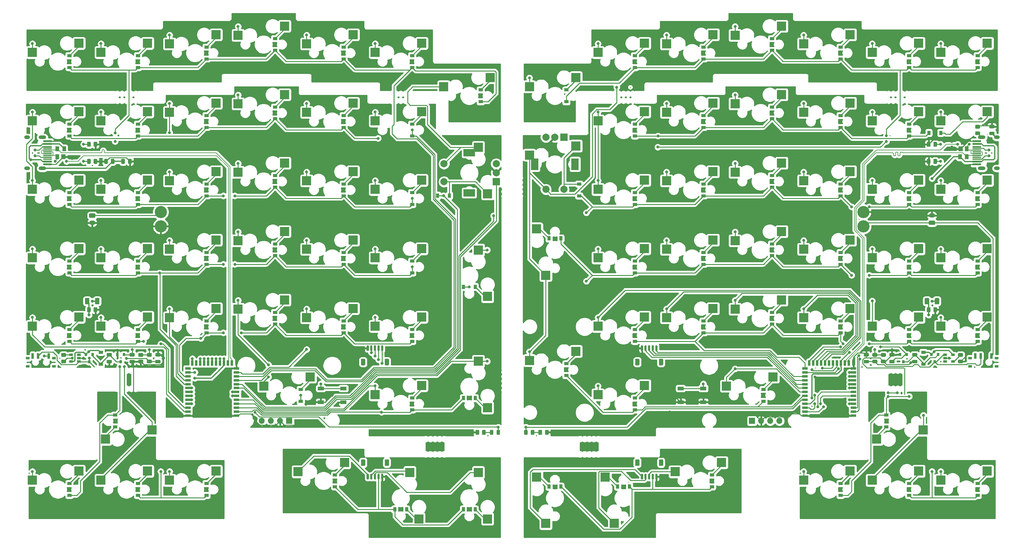
<source format=gbl>
G04 #@! TF.GenerationSoftware,KiCad,Pcbnew,(5.1.10-1-10_14)*
G04 #@! TF.CreationDate,2021-10-20T16:09:14+11:00*
G04 #@! TF.ProjectId,pcb,7063622e-6b69-4636-9164-5f7063625858,rev?*
G04 #@! TF.SameCoordinates,Original*
G04 #@! TF.FileFunction,Copper,L2,Bot*
G04 #@! TF.FilePolarity,Positive*
%FSLAX46Y46*%
G04 Gerber Fmt 4.6, Leading zero omitted, Abs format (unit mm)*
G04 Created by KiCad (PCBNEW (5.1.10-1-10_14)) date 2021-10-20 16:09:14*
%MOMM*%
%LPD*%
G01*
G04 APERTURE LIST*
G04 #@! TA.AperFunction,SMDPad,CuDef*
%ADD10R,2.550000X2.500000*%
G04 #@! TD*
G04 #@! TA.AperFunction,ComponentPad*
%ADD11O,3.400000X3.400000*%
G04 #@! TD*
G04 #@! TA.AperFunction,SMDPad,CuDef*
%ADD12R,2.500000X2.550000*%
G04 #@! TD*
G04 #@! TA.AperFunction,SMDPad,CuDef*
%ADD13R,1.700000X1.000000*%
G04 #@! TD*
G04 #@! TA.AperFunction,SMDPad,CuDef*
%ADD14R,1.524000X0.700000*%
G04 #@! TD*
G04 #@! TA.AperFunction,SMDPad,CuDef*
%ADD15R,0.700000X1.524000*%
G04 #@! TD*
G04 #@! TA.AperFunction,ComponentPad*
%ADD16O,1.750000X1.200000*%
G04 #@! TD*
G04 #@! TA.AperFunction,ComponentPad*
%ADD17O,1.700000X1.700000*%
G04 #@! TD*
G04 #@! TA.AperFunction,ComponentPad*
%ADD18R,1.700000X1.700000*%
G04 #@! TD*
G04 #@! TA.AperFunction,SMDPad,CuDef*
%ADD19R,1.200000X0.900000*%
G04 #@! TD*
G04 #@! TA.AperFunction,ComponentPad*
%ADD20C,2.000000*%
G04 #@! TD*
G04 #@! TA.AperFunction,ComponentPad*
%ADD21R,2.000000X3.200000*%
G04 #@! TD*
G04 #@! TA.AperFunction,ComponentPad*
%ADD22R,2.000000X2.000000*%
G04 #@! TD*
G04 #@! TA.AperFunction,ComponentPad*
%ADD23R,3.200000X2.000000*%
G04 #@! TD*
G04 #@! TA.AperFunction,SMDPad,CuDef*
%ADD24R,2.450000X0.600000*%
G04 #@! TD*
G04 #@! TA.AperFunction,SMDPad,CuDef*
%ADD25R,2.450000X0.300000*%
G04 #@! TD*
G04 #@! TA.AperFunction,ComponentPad*
%ADD26O,2.100000X1.000000*%
G04 #@! TD*
G04 #@! TA.AperFunction,ComponentPad*
%ADD27O,1.600000X1.000000*%
G04 #@! TD*
G04 #@! TA.AperFunction,SMDPad,CuDef*
%ADD28R,0.800000X0.900000*%
G04 #@! TD*
G04 #@! TA.AperFunction,SMDPad,CuDef*
%ADD29R,1.060000X0.650000*%
G04 #@! TD*
G04 #@! TA.AperFunction,SMDPad,CuDef*
%ADD30R,1.000000X0.800000*%
G04 #@! TD*
G04 #@! TA.AperFunction,SMDPad,CuDef*
%ADD31R,0.700000X1.500000*%
G04 #@! TD*
G04 #@! TA.AperFunction,SMDPad,CuDef*
%ADD32R,0.900000X1.200000*%
G04 #@! TD*
G04 #@! TA.AperFunction,SMDPad,CuDef*
%ADD33R,1.000000X1.400000*%
G04 #@! TD*
G04 #@! TA.AperFunction,SMDPad,CuDef*
%ADD34R,1.200000X1.400000*%
G04 #@! TD*
G04 #@! TA.AperFunction,ViaPad*
%ADD35C,0.800000*%
G04 #@! TD*
G04 #@! TA.AperFunction,Conductor*
%ADD36C,0.250000*%
G04 #@! TD*
G04 #@! TA.AperFunction,Conductor*
%ADD37C,0.350000*%
G04 #@! TD*
G04 #@! TA.AperFunction,Conductor*
%ADD38C,0.200000*%
G04 #@! TD*
G04 #@! TA.AperFunction,Conductor*
%ADD39C,0.254000*%
G04 #@! TD*
G04 #@! TA.AperFunction,NonConductor*
%ADD40C,0.254000*%
G04 #@! TD*
G04 #@! TA.AperFunction,NonConductor*
%ADD41C,0.200000*%
G04 #@! TD*
G04 APERTURE END LIST*
D10*
X227520500Y-105092500D03*
X240447500Y-102552500D03*
X239204500Y-52070000D03*
X226277500Y-54610000D03*
G04 #@! TA.AperFunction,SMDPad,CuDef*
G36*
G01*
X161606250Y-82981249D02*
X161606250Y-84281251D01*
G75*
G02*
X161356251Y-84531250I-249999J0D01*
G01*
X160656249Y-84531250D01*
G75*
G02*
X160406250Y-84281251I0J249999D01*
G01*
X160406250Y-82981249D01*
G75*
G02*
X160656249Y-82731250I249999J0D01*
G01*
X161356251Y-82731250D01*
G75*
G02*
X161606250Y-82981249I0J-249999D01*
G01*
G37*
G04 #@! TD.AperFunction*
G04 #@! TA.AperFunction,SMDPad,CuDef*
G36*
G01*
X168206250Y-82981249D02*
X168206250Y-84281251D01*
G75*
G02*
X167956251Y-84531250I-249999J0D01*
G01*
X167256249Y-84531250D01*
G75*
G02*
X167006250Y-84281251I0J249999D01*
G01*
X167006250Y-82981249D01*
G75*
G02*
X167256249Y-82731250I249999J0D01*
G01*
X167956251Y-82731250D01*
G75*
G02*
X168206250Y-82981249I0J-249999D01*
G01*
G37*
G04 #@! TD.AperFunction*
G04 #@! TA.AperFunction,SMDPad,CuDef*
G36*
G01*
X162606250Y-79131250D02*
X162606250Y-80381250D01*
G75*
G02*
X162456250Y-80531250I-150000J0D01*
G01*
X162156250Y-80531250D01*
G75*
G02*
X162006250Y-80381250I0J150000D01*
G01*
X162006250Y-79131250D01*
G75*
G02*
X162156250Y-78981250I150000J0D01*
G01*
X162456250Y-78981250D01*
G75*
G02*
X162606250Y-79131250I0J-150000D01*
G01*
G37*
G04 #@! TD.AperFunction*
G04 #@! TA.AperFunction,SMDPad,CuDef*
G36*
G01*
X163606250Y-79131250D02*
X163606250Y-80381250D01*
G75*
G02*
X163456250Y-80531250I-150000J0D01*
G01*
X163156250Y-80531250D01*
G75*
G02*
X163006250Y-80381250I0J150000D01*
G01*
X163006250Y-79131250D01*
G75*
G02*
X163156250Y-78981250I150000J0D01*
G01*
X163456250Y-78981250D01*
G75*
G02*
X163606250Y-79131250I0J-150000D01*
G01*
G37*
G04 #@! TD.AperFunction*
G04 #@! TA.AperFunction,SMDPad,CuDef*
G36*
G01*
X164606250Y-79131250D02*
X164606250Y-80381250D01*
G75*
G02*
X164456250Y-80531250I-150000J0D01*
G01*
X164156250Y-80531250D01*
G75*
G02*
X164006250Y-80381250I0J150000D01*
G01*
X164006250Y-79131250D01*
G75*
G02*
X164156250Y-78981250I150000J0D01*
G01*
X164456250Y-78981250D01*
G75*
G02*
X164606250Y-79131250I0J-150000D01*
G01*
G37*
G04 #@! TD.AperFunction*
G04 #@! TA.AperFunction,SMDPad,CuDef*
G36*
G01*
X165606250Y-79131250D02*
X165606250Y-80381250D01*
G75*
G02*
X165456250Y-80531250I-150000J0D01*
G01*
X165156250Y-80531250D01*
G75*
G02*
X165006250Y-80381250I0J150000D01*
G01*
X165006250Y-79131250D01*
G75*
G02*
X165156250Y-78981250I150000J0D01*
G01*
X165456250Y-78981250D01*
G75*
G02*
X165606250Y-79131250I0J-150000D01*
G01*
G37*
G04 #@! TD.AperFunction*
G04 #@! TA.AperFunction,SMDPad,CuDef*
G36*
G01*
X166606250Y-79131250D02*
X166606250Y-80381250D01*
G75*
G02*
X166456250Y-80531250I-150000J0D01*
G01*
X166156250Y-80531250D01*
G75*
G02*
X166006250Y-80381250I0J150000D01*
G01*
X166006250Y-79131250D01*
G75*
G02*
X166156250Y-78981250I150000J0D01*
G01*
X166456250Y-78981250D01*
G75*
G02*
X166606250Y-79131250I0J-150000D01*
G01*
G37*
G04 #@! TD.AperFunction*
G04 #@! TA.AperFunction,SMDPad,CuDef*
G36*
G01*
X167006250Y-112281251D02*
X167006250Y-110981249D01*
G75*
G02*
X167256249Y-110731250I249999J0D01*
G01*
X167956251Y-110731250D01*
G75*
G02*
X168206250Y-110981249I0J-249999D01*
G01*
X168206250Y-112281251D01*
G75*
G02*
X167956251Y-112531250I-249999J0D01*
G01*
X167256249Y-112531250D01*
G75*
G02*
X167006250Y-112281251I0J249999D01*
G01*
G37*
G04 #@! TD.AperFunction*
G04 #@! TA.AperFunction,SMDPad,CuDef*
G36*
G01*
X160406250Y-112281251D02*
X160406250Y-110981249D01*
G75*
G02*
X160656249Y-110731250I249999J0D01*
G01*
X161356251Y-110731250D01*
G75*
G02*
X161606250Y-110981249I0J-249999D01*
G01*
X161606250Y-112281251D01*
G75*
G02*
X161356251Y-112531250I-249999J0D01*
G01*
X160656249Y-112531250D01*
G75*
G02*
X160406250Y-112281251I0J249999D01*
G01*
G37*
G04 #@! TD.AperFunction*
G04 #@! TA.AperFunction,SMDPad,CuDef*
G36*
G01*
X166006250Y-116131250D02*
X166006250Y-114881250D01*
G75*
G02*
X166156250Y-114731250I150000J0D01*
G01*
X166456250Y-114731250D01*
G75*
G02*
X166606250Y-114881250I0J-150000D01*
G01*
X166606250Y-116131250D01*
G75*
G02*
X166456250Y-116281250I-150000J0D01*
G01*
X166156250Y-116281250D01*
G75*
G02*
X166006250Y-116131250I0J150000D01*
G01*
G37*
G04 #@! TD.AperFunction*
G04 #@! TA.AperFunction,SMDPad,CuDef*
G36*
G01*
X165006250Y-116131250D02*
X165006250Y-114881250D01*
G75*
G02*
X165156250Y-114731250I150000J0D01*
G01*
X165456250Y-114731250D01*
G75*
G02*
X165606250Y-114881250I0J-150000D01*
G01*
X165606250Y-116131250D01*
G75*
G02*
X165456250Y-116281250I-150000J0D01*
G01*
X165156250Y-116281250D01*
G75*
G02*
X165006250Y-116131250I0J150000D01*
G01*
G37*
G04 #@! TD.AperFunction*
G04 #@! TA.AperFunction,SMDPad,CuDef*
G36*
G01*
X164006250Y-116131250D02*
X164006250Y-114881250D01*
G75*
G02*
X164156250Y-114731250I150000J0D01*
G01*
X164456250Y-114731250D01*
G75*
G02*
X164606250Y-114881250I0J-150000D01*
G01*
X164606250Y-116131250D01*
G75*
G02*
X164456250Y-116281250I-150000J0D01*
G01*
X164156250Y-116281250D01*
G75*
G02*
X164006250Y-116131250I0J150000D01*
G01*
G37*
G04 #@! TD.AperFunction*
G04 #@! TA.AperFunction,SMDPad,CuDef*
G36*
G01*
X163006250Y-116131250D02*
X163006250Y-114881250D01*
G75*
G02*
X163156250Y-114731250I150000J0D01*
G01*
X163456250Y-114731250D01*
G75*
G02*
X163606250Y-114881250I0J-150000D01*
G01*
X163606250Y-116131250D01*
G75*
G02*
X163456250Y-116281250I-150000J0D01*
G01*
X163156250Y-116281250D01*
G75*
G02*
X163006250Y-116131250I0J150000D01*
G01*
G37*
G04 #@! TD.AperFunction*
G04 #@! TA.AperFunction,SMDPad,CuDef*
G36*
G01*
X162006250Y-116131250D02*
X162006250Y-114881250D01*
G75*
G02*
X162156250Y-114731250I150000J0D01*
G01*
X162456250Y-114731250D01*
G75*
G02*
X162606250Y-114881250I0J-150000D01*
G01*
X162606250Y-116131250D01*
G75*
G02*
X162456250Y-116281250I-150000J0D01*
G01*
X162156250Y-116281250D01*
G75*
G02*
X162006250Y-116131250I0J150000D01*
G01*
G37*
G04 #@! TD.AperFunction*
G04 #@! TA.AperFunction,SMDPad,CuDef*
G36*
G01*
X90806250Y-112281251D02*
X90806250Y-110981249D01*
G75*
G02*
X91056249Y-110731250I249999J0D01*
G01*
X91756251Y-110731250D01*
G75*
G02*
X92006250Y-110981249I0J-249999D01*
G01*
X92006250Y-112281251D01*
G75*
G02*
X91756251Y-112531250I-249999J0D01*
G01*
X91056249Y-112531250D01*
G75*
G02*
X90806250Y-112281251I0J249999D01*
G01*
G37*
G04 #@! TD.AperFunction*
G04 #@! TA.AperFunction,SMDPad,CuDef*
G36*
G01*
X84206250Y-112281251D02*
X84206250Y-110981249D01*
G75*
G02*
X84456249Y-110731250I249999J0D01*
G01*
X85156251Y-110731250D01*
G75*
G02*
X85406250Y-110981249I0J-249999D01*
G01*
X85406250Y-112281251D01*
G75*
G02*
X85156251Y-112531250I-249999J0D01*
G01*
X84456249Y-112531250D01*
G75*
G02*
X84206250Y-112281251I0J249999D01*
G01*
G37*
G04 #@! TD.AperFunction*
G04 #@! TA.AperFunction,SMDPad,CuDef*
G36*
G01*
X89806250Y-116131250D02*
X89806250Y-114881250D01*
G75*
G02*
X89956250Y-114731250I150000J0D01*
G01*
X90256250Y-114731250D01*
G75*
G02*
X90406250Y-114881250I0J-150000D01*
G01*
X90406250Y-116131250D01*
G75*
G02*
X90256250Y-116281250I-150000J0D01*
G01*
X89956250Y-116281250D01*
G75*
G02*
X89806250Y-116131250I0J150000D01*
G01*
G37*
G04 #@! TD.AperFunction*
G04 #@! TA.AperFunction,SMDPad,CuDef*
G36*
G01*
X88806250Y-116131250D02*
X88806250Y-114881250D01*
G75*
G02*
X88956250Y-114731250I150000J0D01*
G01*
X89256250Y-114731250D01*
G75*
G02*
X89406250Y-114881250I0J-150000D01*
G01*
X89406250Y-116131250D01*
G75*
G02*
X89256250Y-116281250I-150000J0D01*
G01*
X88956250Y-116281250D01*
G75*
G02*
X88806250Y-116131250I0J150000D01*
G01*
G37*
G04 #@! TD.AperFunction*
G04 #@! TA.AperFunction,SMDPad,CuDef*
G36*
G01*
X87806250Y-116131250D02*
X87806250Y-114881250D01*
G75*
G02*
X87956250Y-114731250I150000J0D01*
G01*
X88256250Y-114731250D01*
G75*
G02*
X88406250Y-114881250I0J-150000D01*
G01*
X88406250Y-116131250D01*
G75*
G02*
X88256250Y-116281250I-150000J0D01*
G01*
X87956250Y-116281250D01*
G75*
G02*
X87806250Y-116131250I0J150000D01*
G01*
G37*
G04 #@! TD.AperFunction*
G04 #@! TA.AperFunction,SMDPad,CuDef*
G36*
G01*
X86806250Y-116131250D02*
X86806250Y-114881250D01*
G75*
G02*
X86956250Y-114731250I150000J0D01*
G01*
X87256250Y-114731250D01*
G75*
G02*
X87406250Y-114881250I0J-150000D01*
G01*
X87406250Y-116131250D01*
G75*
G02*
X87256250Y-116281250I-150000J0D01*
G01*
X86956250Y-116281250D01*
G75*
G02*
X86806250Y-116131250I0J150000D01*
G01*
G37*
G04 #@! TD.AperFunction*
G04 #@! TA.AperFunction,SMDPad,CuDef*
G36*
G01*
X85806250Y-116131250D02*
X85806250Y-114881250D01*
G75*
G02*
X85956250Y-114731250I150000J0D01*
G01*
X86256250Y-114731250D01*
G75*
G02*
X86406250Y-114881250I0J-150000D01*
G01*
X86406250Y-116131250D01*
G75*
G02*
X86256250Y-116281250I-150000J0D01*
G01*
X85956250Y-116281250D01*
G75*
G02*
X85806250Y-116131250I0J150000D01*
G01*
G37*
G04 #@! TD.AperFunction*
G04 #@! TA.AperFunction,SMDPad,CuDef*
G36*
G01*
X85406250Y-82981249D02*
X85406250Y-84281251D01*
G75*
G02*
X85156251Y-84531250I-249999J0D01*
G01*
X84456249Y-84531250D01*
G75*
G02*
X84206250Y-84281251I0J249999D01*
G01*
X84206250Y-82981249D01*
G75*
G02*
X84456249Y-82731250I249999J0D01*
G01*
X85156251Y-82731250D01*
G75*
G02*
X85406250Y-82981249I0J-249999D01*
G01*
G37*
G04 #@! TD.AperFunction*
G04 #@! TA.AperFunction,SMDPad,CuDef*
G36*
G01*
X92006250Y-82981249D02*
X92006250Y-84281251D01*
G75*
G02*
X91756251Y-84531250I-249999J0D01*
G01*
X91056249Y-84531250D01*
G75*
G02*
X90806250Y-84281251I0J249999D01*
G01*
X90806250Y-82981249D01*
G75*
G02*
X91056249Y-82731250I249999J0D01*
G01*
X91756251Y-82731250D01*
G75*
G02*
X92006250Y-82981249I0J-249999D01*
G01*
G37*
G04 #@! TD.AperFunction*
G04 #@! TA.AperFunction,SMDPad,CuDef*
G36*
G01*
X86406250Y-79131250D02*
X86406250Y-80381250D01*
G75*
G02*
X86256250Y-80531250I-150000J0D01*
G01*
X85956250Y-80531250D01*
G75*
G02*
X85806250Y-80381250I0J150000D01*
G01*
X85806250Y-79131250D01*
G75*
G02*
X85956250Y-78981250I150000J0D01*
G01*
X86256250Y-78981250D01*
G75*
G02*
X86406250Y-79131250I0J-150000D01*
G01*
G37*
G04 #@! TD.AperFunction*
G04 #@! TA.AperFunction,SMDPad,CuDef*
G36*
G01*
X87406250Y-79131250D02*
X87406250Y-80381250D01*
G75*
G02*
X87256250Y-80531250I-150000J0D01*
G01*
X86956250Y-80531250D01*
G75*
G02*
X86806250Y-80381250I0J150000D01*
G01*
X86806250Y-79131250D01*
G75*
G02*
X86956250Y-78981250I150000J0D01*
G01*
X87256250Y-78981250D01*
G75*
G02*
X87406250Y-79131250I0J-150000D01*
G01*
G37*
G04 #@! TD.AperFunction*
G04 #@! TA.AperFunction,SMDPad,CuDef*
G36*
G01*
X88406250Y-79131250D02*
X88406250Y-80381250D01*
G75*
G02*
X88256250Y-80531250I-150000J0D01*
G01*
X87956250Y-80531250D01*
G75*
G02*
X87806250Y-80381250I0J150000D01*
G01*
X87806250Y-79131250D01*
G75*
G02*
X87956250Y-78981250I150000J0D01*
G01*
X88256250Y-78981250D01*
G75*
G02*
X88406250Y-79131250I0J-150000D01*
G01*
G37*
G04 #@! TD.AperFunction*
G04 #@! TA.AperFunction,SMDPad,CuDef*
G36*
G01*
X89406250Y-79131250D02*
X89406250Y-80381250D01*
G75*
G02*
X89256250Y-80531250I-150000J0D01*
G01*
X88956250Y-80531250D01*
G75*
G02*
X88806250Y-80381250I0J150000D01*
G01*
X88806250Y-79131250D01*
G75*
G02*
X88956250Y-78981250I150000J0D01*
G01*
X89256250Y-78981250D01*
G75*
G02*
X89406250Y-79131250I0J-150000D01*
G01*
G37*
G04 #@! TD.AperFunction*
G04 #@! TA.AperFunction,SMDPad,CuDef*
G36*
G01*
X90406250Y-79131250D02*
X90406250Y-80381250D01*
G75*
G02*
X90256250Y-80531250I-150000J0D01*
G01*
X89956250Y-80531250D01*
G75*
G02*
X89806250Y-80381250I0J150000D01*
G01*
X89806250Y-79131250D01*
G75*
G02*
X89956250Y-78981250I150000J0D01*
G01*
X90256250Y-78981250D01*
G75*
G02*
X90406250Y-79131250I0J-150000D01*
G01*
G37*
G04 #@! TD.AperFunction*
D11*
X223837500Y-45862500D03*
X223837500Y-41862500D03*
X28575000Y-41862500D03*
X28575000Y-45862500D03*
D12*
X116840000Y-83402500D03*
X119380000Y-96329500D03*
D13*
X79350000Y-90968750D03*
X73050000Y-90968750D03*
X79350000Y-94768750D03*
X73050000Y-94768750D03*
D10*
X5842000Y-113982500D03*
X-7085000Y-116522500D03*
X163004500Y-52070000D03*
X150077500Y-54610000D03*
X131027500Y-83185000D03*
X143954500Y-80645000D03*
D14*
X221062500Y-98568750D03*
X221062500Y-97468750D03*
X221062500Y-96368750D03*
X221062500Y-95268750D03*
X221062500Y-94168750D03*
X221062500Y-93068750D03*
X221062500Y-91968750D03*
X221062500Y-90868750D03*
X221062500Y-89768750D03*
X221062500Y-88668750D03*
X221062500Y-87568750D03*
X221062500Y-86468750D03*
X221062500Y-85368750D03*
D15*
X219812500Y-83868750D03*
X218712500Y-83868750D03*
X217612500Y-83868750D03*
X216512500Y-83868750D03*
X215412500Y-83868750D03*
X214312500Y-83868750D03*
X213212500Y-83868750D03*
X212112500Y-83868750D03*
X211012500Y-83868750D03*
X209912500Y-83868750D03*
X208812500Y-83868750D03*
D14*
X207562500Y-85368750D03*
X207562500Y-86468750D03*
X207562500Y-87568750D03*
X207562500Y-88668750D03*
X207562500Y-89768750D03*
X207562500Y-90868750D03*
X207562500Y-91968750D03*
X207562500Y-93068750D03*
X207562500Y-94168750D03*
X207562500Y-95268750D03*
X207562500Y-96368750D03*
X207562500Y-97468750D03*
X207562500Y-98568750D03*
D10*
X43942000Y-68738750D03*
X31015000Y-71278750D03*
D16*
X242887500Y-42862500D03*
G04 #@! TA.AperFunction,ComponentPad*
G36*
G01*
X243512501Y-45462500D02*
X242262499Y-45462500D01*
G75*
G02*
X242012500Y-45212501I0J249999D01*
G01*
X242012500Y-44512499D01*
G75*
G02*
X242262499Y-44262500I249999J0D01*
G01*
X243512501Y-44262500D01*
G75*
G02*
X243762500Y-44512499I0J-249999D01*
G01*
X243762500Y-45212501D01*
G75*
G02*
X243512501Y-45462500I-249999J0D01*
G01*
G37*
G04 #@! TD.AperFunction*
X9525000Y-44862500D03*
G04 #@! TA.AperFunction,ComponentPad*
G36*
G01*
X8899999Y-42262500D02*
X10150001Y-42262500D01*
G75*
G02*
X10400000Y-42512499I0J-249999D01*
G01*
X10400000Y-43212501D01*
G75*
G02*
X10150001Y-43462500I-249999J0D01*
G01*
X8899999Y-43462500D01*
G75*
G02*
X8650000Y-43212501I0J249999D01*
G01*
X8650000Y-42512499D01*
G75*
G02*
X8899999Y-42262500I249999J0D01*
G01*
G37*
G04 #@! TD.AperFunction*
D17*
X200501250Y-100012500D03*
X197961250Y-100012500D03*
X195421250Y-100012500D03*
D18*
X192881250Y-100012500D03*
D10*
X5842000Y5080000D03*
X-7085000Y2540000D03*
X24892000Y-13970000D03*
X11965000Y-16510000D03*
X182054500Y7461250D03*
X169127500Y4921250D03*
X220154500Y-68738750D03*
X207227500Y-71278750D03*
X258254500Y-71120000D03*
X245327500Y-73660000D03*
D19*
X11906250Y-80900000D03*
X11906250Y-84200000D03*
D14*
X49612500Y-98568750D03*
X49612500Y-97468750D03*
X49612500Y-96368750D03*
X49612500Y-95268750D03*
X49612500Y-94168750D03*
X49612500Y-93068750D03*
X49612500Y-91968750D03*
X49612500Y-90868750D03*
X49612500Y-89768750D03*
X49612500Y-88668750D03*
X49612500Y-87568750D03*
X49612500Y-86468750D03*
X49612500Y-85368750D03*
D15*
X48362500Y-83868750D03*
X47262500Y-83868750D03*
X46162500Y-83868750D03*
X45062500Y-83868750D03*
X43962500Y-83868750D03*
X42862500Y-83868750D03*
X41762500Y-83868750D03*
X40662500Y-83868750D03*
X39562500Y-83868750D03*
X38462500Y-83868750D03*
X37362500Y-83868750D03*
D14*
X36112500Y-85368750D03*
X36112500Y-86468750D03*
X36112500Y-87568750D03*
X36112500Y-88668750D03*
X36112500Y-89768750D03*
X36112500Y-90868750D03*
X36112500Y-91968750D03*
X36112500Y-93068750D03*
X36112500Y-94168750D03*
X36112500Y-95268750D03*
X36112500Y-96368750D03*
X36112500Y-97468750D03*
X36112500Y-98568750D03*
D10*
X220154500Y-113982500D03*
X207227500Y-116522500D03*
X258254500Y-113982500D03*
X245327500Y-116522500D03*
G04 #@! TA.AperFunction,SMDPad,CuDef*
G36*
G01*
X229843752Y-82150000D02*
X228943748Y-82150000D01*
G75*
G02*
X228693750Y-81900002I0J249998D01*
G01*
X228693750Y-81374998D01*
G75*
G02*
X228943748Y-81125000I249998J0D01*
G01*
X229843752Y-81125000D01*
G75*
G02*
X230093750Y-81374998I0J-249998D01*
G01*
X230093750Y-81900002D01*
G75*
G02*
X229843752Y-82150000I-249998J0D01*
G01*
G37*
G04 #@! TD.AperFunction*
G04 #@! TA.AperFunction,SMDPad,CuDef*
G36*
G01*
X229843752Y-83975000D02*
X228943748Y-83975000D01*
G75*
G02*
X228693750Y-83725002I0J249998D01*
G01*
X228693750Y-83199998D01*
G75*
G02*
X228943748Y-82950000I249998J0D01*
G01*
X229843752Y-82950000D01*
G75*
G02*
X230093750Y-83199998I0J-249998D01*
G01*
X230093750Y-83725002D01*
G75*
G02*
X229843752Y-83975000I-249998J0D01*
G01*
G37*
G04 #@! TD.AperFunction*
G04 #@! TA.AperFunction,SMDPad,CuDef*
G36*
G01*
X251275002Y-82150000D02*
X250374998Y-82150000D01*
G75*
G02*
X250125000Y-81900002I0J249998D01*
G01*
X250125000Y-81374998D01*
G75*
G02*
X250374998Y-81125000I249998J0D01*
G01*
X251275002Y-81125000D01*
G75*
G02*
X251525000Y-81374998I0J-249998D01*
G01*
X251525000Y-81900002D01*
G75*
G02*
X251275002Y-82150000I-249998J0D01*
G01*
G37*
G04 #@! TD.AperFunction*
G04 #@! TA.AperFunction,SMDPad,CuDef*
G36*
G01*
X251275002Y-83975000D02*
X250374998Y-83975000D01*
G75*
G02*
X250125000Y-83725002I0J249998D01*
G01*
X250125000Y-83199998D01*
G75*
G02*
X250374998Y-82950000I249998J0D01*
G01*
X251275002Y-82950000D01*
G75*
G02*
X251525000Y-83199998I0J-249998D01*
G01*
X251525000Y-83725002D01*
G75*
G02*
X251275002Y-83975000I-249998J0D01*
G01*
G37*
G04 #@! TD.AperFunction*
D20*
X135612500Y-35575000D03*
X140612500Y-35575000D03*
D21*
X132512500Y-28575000D03*
X143712500Y-28575000D03*
D20*
X135612500Y-21075000D03*
X138112500Y-21075000D03*
D22*
X140612500Y-21075000D03*
D20*
X107300000Y-28456250D03*
X107300000Y-33456250D03*
D23*
X114300000Y-25356250D03*
X114300000Y-36556250D03*
D20*
X121800000Y-28456250D03*
X121800000Y-30956250D03*
D22*
X121800000Y-33456250D03*
D10*
X184435750Y-111601250D03*
X171508750Y-114141250D03*
D12*
X152082500Y-115601750D03*
X154622500Y-128528750D03*
X133032500Y-115601750D03*
X135572500Y-128528750D03*
D13*
X179362500Y-90968750D03*
X173062500Y-90968750D03*
X179362500Y-94768750D03*
X173062500Y-94768750D03*
D12*
X119380000Y-127285750D03*
X116840000Y-114358750D03*
X100330000Y-127285750D03*
X97790000Y-114358750D03*
D10*
X79660750Y-111601250D03*
X66733750Y-114141250D03*
X120142000Y-4445000D03*
X107215000Y-6985000D03*
D19*
X160337500Y-36450000D03*
X160337500Y-39750000D03*
D10*
X198723250Y-87788750D03*
X185796250Y-90328750D03*
X201104500Y-66357500D03*
X188177500Y-68897500D03*
D12*
X135572500Y-59472500D03*
X133032500Y-46545500D03*
X119380000Y-65373250D03*
X116840000Y-52446250D03*
X119380000Y-36798250D03*
X116840000Y-23871250D03*
D10*
X70135750Y-87788750D03*
X57208750Y-90328750D03*
D24*
X255330000Y-28625000D03*
X255330000Y-22175000D03*
X255330000Y-27850000D03*
X255330000Y-22950000D03*
D25*
X255330000Y-23650000D03*
X255330000Y-27150000D03*
X255330000Y-24150000D03*
X255330000Y-26650000D03*
X255330000Y-24650000D03*
X255330000Y-26150000D03*
X255330000Y-25650000D03*
X255330000Y-25150000D03*
D26*
X256745000Y-21080000D03*
X256745000Y-29720000D03*
D27*
X260925000Y-21080000D03*
X260925000Y-29720000D03*
D24*
X-2917500Y-22175000D03*
X-2917500Y-28625000D03*
X-2917500Y-22950000D03*
X-2917500Y-27850000D03*
D25*
X-2917500Y-27150000D03*
X-2917500Y-23650000D03*
X-2917500Y-26650000D03*
X-2917500Y-24150000D03*
X-2917500Y-26150000D03*
X-2917500Y-24650000D03*
X-2917500Y-25150000D03*
X-2917500Y-25650000D03*
D26*
X-4332500Y-29720000D03*
X-4332500Y-21080000D03*
D27*
X-8512500Y-29720000D03*
X-8512500Y-21080000D03*
D28*
X234950000Y-83550000D03*
X235900000Y-81550000D03*
X234000000Y-81550000D03*
D29*
X248750000Y-83500000D03*
X248750000Y-81600000D03*
X246550000Y-81600000D03*
X246550000Y-82550000D03*
X246550000Y-83500000D03*
X3662500Y-81600000D03*
X3662500Y-83500000D03*
X5862500Y-83500000D03*
X5862500Y-82550000D03*
X5862500Y-81600000D03*
D28*
X17462500Y-83550000D03*
X18412500Y-81550000D03*
X16512500Y-81550000D03*
D10*
X258254500Y-52070000D03*
X245327500Y-54610000D03*
X258254500Y-33020000D03*
X245327500Y-35560000D03*
X258254500Y-13970000D03*
X245327500Y-16510000D03*
X258254500Y5080000D03*
X245327500Y2540000D03*
X239204500Y-71120000D03*
X226277500Y-73660000D03*
X239204500Y-33020000D03*
X226277500Y-35560000D03*
X239204500Y-13970000D03*
X226277500Y-16510000D03*
X239204500Y5080000D03*
X226277500Y2540000D03*
X220154500Y-49688750D03*
X207227500Y-52228750D03*
X220154500Y-30638750D03*
X207227500Y-33178750D03*
X220154500Y-11588750D03*
X207227500Y-14128750D03*
X220154500Y7461250D03*
X207227500Y4921250D03*
X201104500Y-47307500D03*
X188177500Y-49847500D03*
X201104500Y-28257500D03*
X188177500Y-30797500D03*
X201104500Y-9207500D03*
X188177500Y-11747500D03*
X201104500Y9842500D03*
X188177500Y7302500D03*
X182054500Y-68738750D03*
X169127500Y-71278750D03*
X182054500Y-49688750D03*
X169127500Y-52228750D03*
X182054500Y-30638750D03*
X169127500Y-33178750D03*
X182054500Y-11588750D03*
X169127500Y-14128750D03*
X239204500Y-113982500D03*
X226277500Y-116522500D03*
X163004500Y-90170000D03*
X150077500Y-92710000D03*
X163004500Y-71120000D03*
X150077500Y-73660000D03*
X163004500Y-33020000D03*
X150077500Y-35560000D03*
X163004500Y-13970000D03*
X150077500Y-16510000D03*
X163004500Y5080000D03*
X150077500Y2540000D03*
X143954500Y-23495000D03*
X131027500Y-26035000D03*
X143954500Y-4445000D03*
X131027500Y-6985000D03*
D30*
X260825000Y-82563750D03*
X253525000Y-82563750D03*
X253525000Y-84773750D03*
X260825000Y-84773750D03*
D31*
X254925000Y-81913750D03*
X256425000Y-81913750D03*
X259425000Y-81913750D03*
D10*
X101092000Y-90170000D03*
X88165000Y-92710000D03*
D30*
X-1112500Y-82563750D03*
X-8412500Y-82563750D03*
X-8412500Y-84773750D03*
X-1112500Y-84773750D03*
D31*
X-7012500Y-81913750D03*
X-5512500Y-81913750D03*
X-2512500Y-81913750D03*
D10*
X101092000Y-71120000D03*
X88165000Y-73660000D03*
X101092000Y-52070000D03*
X88165000Y-54610000D03*
X101092000Y-33020000D03*
X88165000Y-35560000D03*
X101092000Y-13970000D03*
X88165000Y-16510000D03*
X101092000Y5080000D03*
X88165000Y2540000D03*
X82042000Y-68738750D03*
X69115000Y-71278750D03*
X82042000Y-49688750D03*
X69115000Y-52228750D03*
X82042000Y-30638750D03*
X69115000Y-33178750D03*
X82042000Y-11588750D03*
X69115000Y-14128750D03*
X82042000Y7461250D03*
X69115000Y4921250D03*
X62992000Y-66357500D03*
X50065000Y-68897500D03*
X62992000Y-47307500D03*
X50065000Y-49847500D03*
X62992000Y-28257500D03*
X50065000Y-30797500D03*
X62992000Y-9207500D03*
X50065000Y-11747500D03*
X62992000Y9842500D03*
X50065000Y7302500D03*
X43942000Y-49688750D03*
X31015000Y-52228750D03*
X43942000Y-30638750D03*
X31015000Y-33178750D03*
X43942000Y-11588750D03*
X31015000Y-14128750D03*
X43942000Y7461250D03*
X31015000Y4921250D03*
X43942000Y-113982500D03*
X31015000Y-116522500D03*
X24892000Y-71120000D03*
X11965000Y-73660000D03*
X24892000Y-52070000D03*
X11965000Y-54610000D03*
X24892000Y-33020000D03*
X11965000Y-35560000D03*
X24892000Y5080000D03*
X11965000Y2540000D03*
X24892000Y-113982500D03*
X11965000Y-116522500D03*
X13208000Y-105092500D03*
X26135000Y-102552500D03*
X5842000Y-71120000D03*
X-7085000Y-73660000D03*
X5842000Y-52070000D03*
X-7085000Y-54610000D03*
X5842000Y-33020000D03*
X-7085000Y-35560000D03*
X5842000Y-13970000D03*
X-7085000Y-16510000D03*
G04 #@! TA.AperFunction,SMDPad,CuDef*
G36*
G01*
X243287500Y-69506252D02*
X243287500Y-68606248D01*
G75*
G02*
X243537498Y-68356250I249998J0D01*
G01*
X244062502Y-68356250D01*
G75*
G02*
X244312500Y-68606248I0J-249998D01*
G01*
X244312500Y-69506252D01*
G75*
G02*
X244062502Y-69756250I-249998J0D01*
G01*
X243537498Y-69756250D01*
G75*
G02*
X243287500Y-69506252I0J249998D01*
G01*
G37*
G04 #@! TD.AperFunction*
G04 #@! TA.AperFunction,SMDPad,CuDef*
G36*
G01*
X241462500Y-69506252D02*
X241462500Y-68606248D01*
G75*
G02*
X241712498Y-68356250I249998J0D01*
G01*
X242237502Y-68356250D01*
G75*
G02*
X242487500Y-68606248I0J-249998D01*
G01*
X242487500Y-69506252D01*
G75*
G02*
X242237502Y-69756250I-249998J0D01*
G01*
X241712498Y-69756250D01*
G75*
G02*
X241462500Y-69506252I0J249998D01*
G01*
G37*
G04 #@! TD.AperFunction*
G04 #@! TA.AperFunction,SMDPad,CuDef*
G36*
G01*
X135337500Y-103637502D02*
X135337500Y-102737498D01*
G75*
G02*
X135587498Y-102487500I249998J0D01*
G01*
X136112502Y-102487500D01*
G75*
G02*
X136362500Y-102737498I0J-249998D01*
G01*
X136362500Y-103637502D01*
G75*
G02*
X136112502Y-103887500I-249998J0D01*
G01*
X135587498Y-103887500D01*
G75*
G02*
X135337500Y-103637502I0J249998D01*
G01*
G37*
G04 #@! TD.AperFunction*
G04 #@! TA.AperFunction,SMDPad,CuDef*
G36*
G01*
X133512500Y-103637502D02*
X133512500Y-102737498D01*
G75*
G02*
X133762498Y-102487500I249998J0D01*
G01*
X134287502Y-102487500D01*
G75*
G02*
X134537500Y-102737498I0J-249998D01*
G01*
X134537500Y-103637502D01*
G75*
G02*
X134287502Y-103887500I-249998J0D01*
G01*
X133762498Y-103887500D01*
G75*
G02*
X133512500Y-103637502I0J249998D01*
G01*
G37*
G04 #@! TD.AperFunction*
G04 #@! TA.AperFunction,SMDPad,CuDef*
G36*
G01*
X226562498Y-82950000D02*
X227462502Y-82950000D01*
G75*
G02*
X227712500Y-83199998I0J-249998D01*
G01*
X227712500Y-83725002D01*
G75*
G02*
X227462502Y-83975000I-249998J0D01*
G01*
X226562498Y-83975000D01*
G75*
G02*
X226312500Y-83725002I0J249998D01*
G01*
X226312500Y-83199998D01*
G75*
G02*
X226562498Y-82950000I249998J0D01*
G01*
G37*
G04 #@! TD.AperFunction*
G04 #@! TA.AperFunction,SMDPad,CuDef*
G36*
G01*
X226562498Y-81125000D02*
X227462502Y-81125000D01*
G75*
G02*
X227712500Y-81374998I0J-249998D01*
G01*
X227712500Y-81900002D01*
G75*
G02*
X227462502Y-82150000I-249998J0D01*
G01*
X226562498Y-82150000D01*
G75*
G02*
X226312500Y-81900002I0J249998D01*
G01*
X226312500Y-81374998D01*
G75*
G02*
X226562498Y-81125000I249998J0D01*
G01*
G37*
G04 #@! TD.AperFunction*
G04 #@! TA.AperFunction,SMDPad,CuDef*
G36*
G01*
X243287500Y-28231252D02*
X243287500Y-27331248D01*
G75*
G02*
X243537498Y-27081250I249998J0D01*
G01*
X244062502Y-27081250D01*
G75*
G02*
X244312500Y-27331248I0J-249998D01*
G01*
X244312500Y-28231252D01*
G75*
G02*
X244062502Y-28481250I-249998J0D01*
G01*
X243537498Y-28481250D01*
G75*
G02*
X243287500Y-28231252I0J249998D01*
G01*
G37*
G04 #@! TD.AperFunction*
G04 #@! TA.AperFunction,SMDPad,CuDef*
G36*
G01*
X241462500Y-28231252D02*
X241462500Y-27331248D01*
G75*
G02*
X241712498Y-27081250I249998J0D01*
G01*
X242237502Y-27081250D01*
G75*
G02*
X242487500Y-27331248I0J-249998D01*
G01*
X242487500Y-28231252D01*
G75*
G02*
X242237502Y-28481250I-249998J0D01*
G01*
X241712498Y-28481250D01*
G75*
G02*
X241462500Y-28231252I0J249998D01*
G01*
G37*
G04 #@! TD.AperFunction*
G04 #@! TA.AperFunction,SMDPad,CuDef*
G36*
G01*
X243287500Y-23468752D02*
X243287500Y-22568748D01*
G75*
G02*
X243537498Y-22318750I249998J0D01*
G01*
X244062502Y-22318750D01*
G75*
G02*
X244312500Y-22568748I0J-249998D01*
G01*
X244312500Y-23468752D01*
G75*
G02*
X244062502Y-23718750I-249998J0D01*
G01*
X243537498Y-23718750D01*
G75*
G02*
X243287500Y-23468752I0J249998D01*
G01*
G37*
G04 #@! TD.AperFunction*
G04 #@! TA.AperFunction,SMDPad,CuDef*
G36*
G01*
X241462500Y-23468752D02*
X241462500Y-22568748D01*
G75*
G02*
X241712498Y-22318750I249998J0D01*
G01*
X242237502Y-22318750D01*
G75*
G02*
X242487500Y-22568748I0J-249998D01*
G01*
X242487500Y-23468752D01*
G75*
G02*
X242237502Y-23718750I-249998J0D01*
G01*
X241712498Y-23718750D01*
G75*
G02*
X241462500Y-23468752I0J249998D01*
G01*
G37*
G04 #@! TD.AperFunction*
G04 #@! TA.AperFunction,SMDPad,CuDef*
G36*
G01*
X117075000Y-102737498D02*
X117075000Y-103637502D01*
G75*
G02*
X116825002Y-103887500I-249998J0D01*
G01*
X116299998Y-103887500D01*
G75*
G02*
X116050000Y-103637502I0J249998D01*
G01*
X116050000Y-102737498D01*
G75*
G02*
X116299998Y-102487500I249998J0D01*
G01*
X116825002Y-102487500D01*
G75*
G02*
X117075000Y-102737498I0J-249998D01*
G01*
G37*
G04 #@! TD.AperFunction*
G04 #@! TA.AperFunction,SMDPad,CuDef*
G36*
G01*
X118900000Y-102737498D02*
X118900000Y-103637502D01*
G75*
G02*
X118650002Y-103887500I-249998J0D01*
G01*
X118124998Y-103887500D01*
G75*
G02*
X117875000Y-103637502I0J249998D01*
G01*
X117875000Y-102737498D01*
G75*
G02*
X118124998Y-102487500I249998J0D01*
G01*
X118650002Y-102487500D01*
G75*
G02*
X118900000Y-102737498I0J-249998D01*
G01*
G37*
G04 #@! TD.AperFunction*
G04 #@! TA.AperFunction,SMDPad,CuDef*
G36*
G01*
X23468752Y-82150000D02*
X22568748Y-82150000D01*
G75*
G02*
X22318750Y-81900002I0J249998D01*
G01*
X22318750Y-81374998D01*
G75*
G02*
X22568748Y-81125000I249998J0D01*
G01*
X23468752Y-81125000D01*
G75*
G02*
X23718750Y-81374998I0J-249998D01*
G01*
X23718750Y-81900002D01*
G75*
G02*
X23468752Y-82150000I-249998J0D01*
G01*
G37*
G04 #@! TD.AperFunction*
G04 #@! TA.AperFunction,SMDPad,CuDef*
G36*
G01*
X23468752Y-83975000D02*
X22568748Y-83975000D01*
G75*
G02*
X22318750Y-83725002I0J249998D01*
G01*
X22318750Y-83199998D01*
G75*
G02*
X22568748Y-82950000I249998J0D01*
G01*
X23468752Y-82950000D01*
G75*
G02*
X23718750Y-83199998I0J-249998D01*
G01*
X23718750Y-83725002D01*
G75*
G02*
X23468752Y-83975000I-249998J0D01*
G01*
G37*
G04 #@! TD.AperFunction*
G04 #@! TA.AperFunction,SMDPad,CuDef*
G36*
G01*
X24949998Y-82950000D02*
X25850002Y-82950000D01*
G75*
G02*
X26100000Y-83199998I0J-249998D01*
G01*
X26100000Y-83725002D01*
G75*
G02*
X25850002Y-83975000I-249998J0D01*
G01*
X24949998Y-83975000D01*
G75*
G02*
X24700000Y-83725002I0J249998D01*
G01*
X24700000Y-83199998D01*
G75*
G02*
X24949998Y-82950000I249998J0D01*
G01*
G37*
G04 #@! TD.AperFunction*
G04 #@! TA.AperFunction,SMDPad,CuDef*
G36*
G01*
X24949998Y-81125000D02*
X25850002Y-81125000D01*
G75*
G02*
X26100000Y-81374998I0J-249998D01*
G01*
X26100000Y-81900002D01*
G75*
G02*
X25850002Y-82150000I-249998J0D01*
G01*
X24949998Y-82150000D01*
G75*
G02*
X24700000Y-81900002I0J249998D01*
G01*
X24700000Y-81374998D01*
G75*
G02*
X24949998Y-81125000I249998J0D01*
G01*
G37*
G04 #@! TD.AperFunction*
G04 #@! TA.AperFunction,SMDPad,CuDef*
G36*
G01*
X14687500Y-28231252D02*
X14687500Y-27331248D01*
G75*
G02*
X14937498Y-27081250I249998J0D01*
G01*
X15462502Y-27081250D01*
G75*
G02*
X15712500Y-27331248I0J-249998D01*
G01*
X15712500Y-28231252D01*
G75*
G02*
X15462502Y-28481250I-249998J0D01*
G01*
X14937498Y-28481250D01*
G75*
G02*
X14687500Y-28231252I0J249998D01*
G01*
G37*
G04 #@! TD.AperFunction*
G04 #@! TA.AperFunction,SMDPad,CuDef*
G36*
G01*
X12862500Y-28231252D02*
X12862500Y-27331248D01*
G75*
G02*
X13112498Y-27081250I249998J0D01*
G01*
X13637502Y-27081250D01*
G75*
G02*
X13887500Y-27331248I0J-249998D01*
G01*
X13887500Y-28231252D01*
G75*
G02*
X13637502Y-28481250I-249998J0D01*
G01*
X13112498Y-28481250D01*
G75*
G02*
X12862500Y-28231252I0J249998D01*
G01*
G37*
G04 #@! TD.AperFunction*
G04 #@! TA.AperFunction,SMDPad,CuDef*
G36*
G01*
X9125000Y-22568748D02*
X9125000Y-23468752D01*
G75*
G02*
X8875002Y-23718750I-249998J0D01*
G01*
X8349998Y-23718750D01*
G75*
G02*
X8100000Y-23468752I0J249998D01*
G01*
X8100000Y-22568748D01*
G75*
G02*
X8349998Y-22318750I249998J0D01*
G01*
X8875002Y-22318750D01*
G75*
G02*
X9125000Y-22568748I0J-249998D01*
G01*
G37*
G04 #@! TD.AperFunction*
G04 #@! TA.AperFunction,SMDPad,CuDef*
G36*
G01*
X10950000Y-22568748D02*
X10950000Y-23468752D01*
G75*
G02*
X10700002Y-23718750I-249998J0D01*
G01*
X10174998Y-23718750D01*
G75*
G02*
X9925000Y-23468752I0J249998D01*
G01*
X9925000Y-22568748D01*
G75*
G02*
X10174998Y-22318750I249998J0D01*
G01*
X10700002Y-22318750D01*
G75*
G02*
X10950000Y-22568748I0J-249998D01*
G01*
G37*
G04 #@! TD.AperFunction*
G04 #@! TA.AperFunction,SMDPad,CuDef*
G36*
G01*
X255137498Y-19450000D02*
X256037502Y-19450000D01*
G75*
G02*
X256287500Y-19699998I0J-249998D01*
G01*
X256287500Y-20225002D01*
G75*
G02*
X256037502Y-20475000I-249998J0D01*
G01*
X255137498Y-20475000D01*
G75*
G02*
X254887500Y-20225002I0J249998D01*
G01*
X254887500Y-19699998D01*
G75*
G02*
X255137498Y-19450000I249998J0D01*
G01*
G37*
G04 #@! TD.AperFunction*
G04 #@! TA.AperFunction,SMDPad,CuDef*
G36*
G01*
X255137498Y-17625000D02*
X256037502Y-17625000D01*
G75*
G02*
X256287500Y-17874998I0J-249998D01*
G01*
X256287500Y-18400002D01*
G75*
G02*
X256037502Y-18650000I-249998J0D01*
G01*
X255137498Y-18650000D01*
G75*
G02*
X254887500Y-18400002I0J249998D01*
G01*
X254887500Y-17874998D01*
G75*
G02*
X255137498Y-17625000I249998J0D01*
G01*
G37*
G04 #@! TD.AperFunction*
G04 #@! TA.AperFunction,SMDPad,CuDef*
G36*
G01*
X2037502Y-82150000D02*
X1137498Y-82150000D01*
G75*
G02*
X887500Y-81900002I0J249998D01*
G01*
X887500Y-81374998D01*
G75*
G02*
X1137498Y-81125000I249998J0D01*
G01*
X2037502Y-81125000D01*
G75*
G02*
X2287500Y-81374998I0J-249998D01*
G01*
X2287500Y-81900002D01*
G75*
G02*
X2037502Y-82150000I-249998J0D01*
G01*
G37*
G04 #@! TD.AperFunction*
G04 #@! TA.AperFunction,SMDPad,CuDef*
G36*
G01*
X2037502Y-83975000D02*
X1137498Y-83975000D01*
G75*
G02*
X887500Y-83725002I0J249998D01*
G01*
X887500Y-83199998D01*
G75*
G02*
X1137498Y-82950000I249998J0D01*
G01*
X2037502Y-82950000D01*
G75*
G02*
X2287500Y-83199998I0J-249998D01*
G01*
X2287500Y-83725002D01*
G75*
G02*
X2037502Y-83975000I-249998J0D01*
G01*
G37*
G04 #@! TD.AperFunction*
G04 #@! TA.AperFunction,SMDPad,CuDef*
G36*
G01*
X9925000Y-69506252D02*
X9925000Y-68606248D01*
G75*
G02*
X10174998Y-68356250I249998J0D01*
G01*
X10700002Y-68356250D01*
G75*
G02*
X10950000Y-68606248I0J-249998D01*
G01*
X10950000Y-69506252D01*
G75*
G02*
X10700002Y-69756250I-249998J0D01*
G01*
X10174998Y-69756250D01*
G75*
G02*
X9925000Y-69506252I0J249998D01*
G01*
G37*
G04 #@! TD.AperFunction*
G04 #@! TA.AperFunction,SMDPad,CuDef*
G36*
G01*
X8100000Y-69506252D02*
X8100000Y-68606248D01*
G75*
G02*
X8349998Y-68356250I249998J0D01*
G01*
X8875002Y-68356250D01*
G75*
G02*
X9125000Y-68606248I0J-249998D01*
G01*
X9125000Y-69506252D01*
G75*
G02*
X8875002Y-69756250I-249998J0D01*
G01*
X8349998Y-69756250D01*
G75*
G02*
X8100000Y-69506252I0J249998D01*
G01*
G37*
G04 #@! TD.AperFunction*
G04 #@! TA.AperFunction,SMDPad,CuDef*
G36*
G01*
X9125000Y-27331248D02*
X9125000Y-28231252D01*
G75*
G02*
X8875002Y-28481250I-249998J0D01*
G01*
X8349998Y-28481250D01*
G75*
G02*
X8100000Y-28231252I0J249998D01*
G01*
X8100000Y-27331248D01*
G75*
G02*
X8349998Y-27081250I249998J0D01*
G01*
X8875002Y-27081250D01*
G75*
G02*
X9125000Y-27331248I0J-249998D01*
G01*
G37*
G04 #@! TD.AperFunction*
G04 #@! TA.AperFunction,SMDPad,CuDef*
G36*
G01*
X10950000Y-27331248D02*
X10950000Y-28231252D01*
G75*
G02*
X10700002Y-28481250I-249998J0D01*
G01*
X10174998Y-28481250D01*
G75*
G02*
X9925000Y-28231252I0J249998D01*
G01*
X9925000Y-27331248D01*
G75*
G02*
X10174998Y-27081250I249998J0D01*
G01*
X10700002Y-27081250D01*
G75*
G02*
X10950000Y-27331248I0J-249998D01*
G01*
G37*
G04 #@! TD.AperFunction*
D28*
X243681250Y-83550000D03*
X244631250Y-81550000D03*
X242731250Y-81550000D03*
X8731250Y-83550000D03*
X9681250Y-81550000D03*
X7781250Y-81550000D03*
D17*
X56673750Y-100012500D03*
X59213750Y-100012500D03*
X61753750Y-100012500D03*
D18*
X64293750Y-100012500D03*
G04 #@! TA.AperFunction,SMDPad,CuDef*
G36*
G01*
X243662500Y-67300000D02*
X243662500Y-66050000D01*
G75*
G02*
X243912500Y-65800000I250000J0D01*
G01*
X244662500Y-65800000D01*
G75*
G02*
X244912500Y-66050000I0J-250000D01*
G01*
X244912500Y-67300000D01*
G75*
G02*
X244662500Y-67550000I-250000J0D01*
G01*
X243912500Y-67550000D01*
G75*
G02*
X243662500Y-67300000I0J250000D01*
G01*
G37*
G04 #@! TD.AperFunction*
G04 #@! TA.AperFunction,SMDPad,CuDef*
G36*
G01*
X240862500Y-67300000D02*
X240862500Y-66050000D01*
G75*
G02*
X241112500Y-65800000I250000J0D01*
G01*
X241862500Y-65800000D01*
G75*
G02*
X242112500Y-66050000I0J-250000D01*
G01*
X242112500Y-67300000D01*
G75*
G02*
X241862500Y-67550000I-250000J0D01*
G01*
X241112500Y-67550000D01*
G75*
G02*
X240862500Y-67300000I0J250000D01*
G01*
G37*
G04 #@! TD.AperFunction*
G04 #@! TA.AperFunction,SMDPad,CuDef*
G36*
G01*
X10300000Y-67300000D02*
X10300000Y-66050000D01*
G75*
G02*
X10550000Y-65800000I250000J0D01*
G01*
X11300000Y-65800000D01*
G75*
G02*
X11550000Y-66050000I0J-250000D01*
G01*
X11550000Y-67300000D01*
G75*
G02*
X11300000Y-67550000I-250000J0D01*
G01*
X10550000Y-67550000D01*
G75*
G02*
X10300000Y-67300000I0J250000D01*
G01*
G37*
G04 #@! TD.AperFunction*
G04 #@! TA.AperFunction,SMDPad,CuDef*
G36*
G01*
X7500000Y-67300000D02*
X7500000Y-66050000D01*
G75*
G02*
X7750000Y-65800000I250000J0D01*
G01*
X8500000Y-65800000D01*
G75*
G02*
X8750000Y-66050000I0J-250000D01*
G01*
X8750000Y-67300000D01*
G75*
G02*
X8500000Y-67550000I-250000J0D01*
G01*
X7750000Y-67550000D01*
G75*
G02*
X7500000Y-67300000I0J250000D01*
G01*
G37*
G04 #@! TD.AperFunction*
D19*
X181768750Y-115031250D03*
X181768750Y-118331250D03*
D32*
X155512500Y-118268750D03*
X158812500Y-118268750D03*
D19*
X255587500Y-74550000D03*
X255587500Y-77850000D03*
X255587500Y-55500000D03*
X255587500Y-58800000D03*
X255587500Y-36450000D03*
X255587500Y-39750000D03*
D32*
X245331250Y-19843750D03*
X242031250Y-19843750D03*
D19*
X255587500Y1650000D03*
X255587500Y-1650000D03*
D32*
X136462500Y-118268750D03*
X139762500Y-118268750D03*
D19*
X236537500Y-74550000D03*
X236537500Y-77850000D03*
X236537500Y-55500000D03*
X236537500Y-58800000D03*
X236537500Y-36450000D03*
X236537500Y-39750000D03*
X236537500Y-17400000D03*
X236537500Y-20700000D03*
X236537500Y1650000D03*
X236537500Y-1650000D03*
X217487500Y-72168750D03*
X217487500Y-75468750D03*
X217487500Y-53118750D03*
X217487500Y-56418750D03*
X217487500Y-34068750D03*
X217487500Y-37368750D03*
X217487500Y-15018750D03*
X217487500Y-18318750D03*
X217487500Y4031250D03*
X217487500Y731250D03*
X196056250Y-91218750D03*
X196056250Y-94518750D03*
X198437500Y-69787500D03*
X198437500Y-73087500D03*
X198437500Y-50737500D03*
X198437500Y-54037500D03*
X198437500Y-31687500D03*
X198437500Y-34987500D03*
X198437500Y-12637500D03*
X198437500Y-15937500D03*
X198437500Y6412500D03*
X198437500Y3112500D03*
X255587500Y-117412500D03*
X255587500Y-120712500D03*
X179387500Y-72168750D03*
X179387500Y-75468750D03*
X179387500Y-53118750D03*
X179387500Y-56418750D03*
X179387500Y-34068750D03*
X179387500Y-37368750D03*
X179387500Y-15018750D03*
X179387500Y-18318750D03*
X179387500Y4031250D03*
X179387500Y731250D03*
X236537500Y-117412500D03*
X236537500Y-120712500D03*
X230187500Y-101662500D03*
X230187500Y-98362500D03*
X240506250Y-80900000D03*
X240506250Y-84200000D03*
X160337500Y-93600000D03*
X160337500Y-96900000D03*
X160337500Y-74550000D03*
X160337500Y-77850000D03*
X160337500Y-55500000D03*
X160337500Y-58800000D03*
X160337500Y-17400000D03*
X160337500Y-20700000D03*
X160337500Y1650000D03*
X160337500Y-1650000D03*
X217487500Y-117412500D03*
X217487500Y-120712500D03*
X141287500Y-84075000D03*
X141287500Y-87375000D03*
D32*
X136462500Y-49212500D03*
X139762500Y-49212500D03*
D19*
X144822500Y-34080000D03*
X144822500Y-37380000D03*
X141287500Y-7875000D03*
X141287500Y-11175000D03*
G04 #@! TA.AperFunction,SMDPad,CuDef*
G36*
G01*
X130518750Y-102731250D02*
X130518750Y-103643750D01*
G75*
G02*
X130275000Y-103887500I-243750J0D01*
G01*
X129787500Y-103887500D01*
G75*
G02*
X129543750Y-103643750I0J243750D01*
G01*
X129543750Y-102731250D01*
G75*
G02*
X129787500Y-102487500I243750J0D01*
G01*
X130275000Y-102487500D01*
G75*
G02*
X130518750Y-102731250I0J-243750D01*
G01*
G37*
G04 #@! TD.AperFunction*
G04 #@! TA.AperFunction,SMDPad,CuDef*
G36*
G01*
X132393750Y-102731250D02*
X132393750Y-103643750D01*
G75*
G02*
X132150000Y-103887500I-243750J0D01*
G01*
X131662500Y-103887500D01*
G75*
G02*
X131418750Y-103643750I0J243750D01*
G01*
X131418750Y-102731250D01*
G75*
G02*
X131662500Y-102487500I243750J0D01*
G01*
X132150000Y-102487500D01*
G75*
G02*
X132393750Y-102731250I0J-243750D01*
G01*
G37*
G04 #@! TD.AperFunction*
D33*
X250668750Y-26500000D03*
X252568750Y-26500000D03*
X252568750Y-24300000D03*
D34*
X250848750Y-24300000D03*
D32*
X115950000Y-124618750D03*
X112650000Y-124618750D03*
X115950000Y-93662500D03*
X112650000Y-93662500D03*
X115950000Y-62706250D03*
X112650000Y-62706250D03*
X108806250Y-37306250D03*
X105506250Y-37306250D03*
D19*
X117475000Y-7875000D03*
X117475000Y-11175000D03*
D32*
X96900000Y-124618750D03*
X93600000Y-124618750D03*
D33*
X1743750Y-24300000D03*
X-156250Y-24300000D03*
X-156250Y-26500000D03*
D34*
X1563750Y-26500000D03*
G04 #@! TA.AperFunction,SMDPad,CuDef*
G36*
G01*
X121893750Y-103643750D02*
X121893750Y-102731250D01*
G75*
G02*
X122137500Y-102487500I243750J0D01*
G01*
X122625000Y-102487500D01*
G75*
G02*
X122868750Y-102731250I0J-243750D01*
G01*
X122868750Y-103643750D01*
G75*
G02*
X122625000Y-103887500I-243750J0D01*
G01*
X122137500Y-103887500D01*
G75*
G02*
X121893750Y-103643750I0J243750D01*
G01*
G37*
G04 #@! TD.AperFunction*
G04 #@! TA.AperFunction,SMDPad,CuDef*
G36*
G01*
X120018750Y-103643750D02*
X120018750Y-102731250D01*
G75*
G02*
X120262500Y-102487500I243750J0D01*
G01*
X120750000Y-102487500D01*
G75*
G02*
X120993750Y-102731250I0J-243750D01*
G01*
X120993750Y-103643750D01*
G75*
G02*
X120750000Y-103887500I-243750J0D01*
G01*
X120262500Y-103887500D01*
G75*
G02*
X120018750Y-103643750I0J243750D01*
G01*
G37*
G04 #@! TD.AperFunction*
D19*
X98425000Y-93600000D03*
X98425000Y-96900000D03*
X98425000Y-74550000D03*
X98425000Y-77850000D03*
X98425000Y-55500000D03*
X98425000Y-58800000D03*
X98425000Y-36450000D03*
X98425000Y-39750000D03*
X98425000Y-17400000D03*
X98425000Y-20700000D03*
X98425000Y1650000D03*
X98425000Y-1650000D03*
X76993750Y-115031250D03*
X76993750Y-118331250D03*
X79375000Y-72168750D03*
X79375000Y-75468750D03*
X79375000Y-53118750D03*
X79375000Y-56418750D03*
X79375000Y-34068750D03*
X79375000Y-37368750D03*
X79375000Y-15018750D03*
X79375000Y-18318750D03*
X79375000Y4031250D03*
X79375000Y731250D03*
X67468750Y-91218750D03*
X67468750Y-94518750D03*
X60325000Y-69787500D03*
X60325000Y-73087500D03*
X60325000Y-50737500D03*
X60325000Y-54037500D03*
X60325000Y-31687500D03*
X60325000Y-34987500D03*
X60325000Y-12637500D03*
X60325000Y-15937500D03*
X60325000Y6412500D03*
X60325000Y3112500D03*
X41275000Y-72168750D03*
X41275000Y-75468750D03*
X41275000Y-53118750D03*
X41275000Y-56418750D03*
X41275000Y-34068750D03*
X41275000Y-37368750D03*
X41275000Y-15018750D03*
X41275000Y-18318750D03*
X41275000Y4031250D03*
X41275000Y731250D03*
X41275000Y-117412500D03*
X41275000Y-120712500D03*
X22225000Y-74550000D03*
X22225000Y-77850000D03*
X22225000Y-55500000D03*
X22225000Y-58800000D03*
X22225000Y-36450000D03*
X22225000Y-39750000D03*
X22225000Y-17400000D03*
X22225000Y-20700000D03*
X22225000Y1650000D03*
X22225000Y-1650000D03*
X22225000Y-117412500D03*
X22225000Y-120712500D03*
X15875000Y-101662500D03*
X15875000Y-98362500D03*
X3175000Y-74550000D03*
X3175000Y-77850000D03*
X3175000Y-55500000D03*
X3175000Y-58800000D03*
X3175000Y-36450000D03*
X3175000Y-39750000D03*
X3175000Y-17400000D03*
X3175000Y-20700000D03*
X3175000Y1650000D03*
X3175000Y-1650000D03*
X3175000Y-117412500D03*
X3175000Y-120712500D03*
G04 #@! TA.AperFunction,SMDPad,CuDef*
G36*
G01*
X232250000Y-82100000D02*
X231300000Y-82100000D01*
G75*
G02*
X231050000Y-81850000I0J250000D01*
G01*
X231050000Y-81350000D01*
G75*
G02*
X231300000Y-81100000I250000J0D01*
G01*
X232250000Y-81100000D01*
G75*
G02*
X232500000Y-81350000I0J-250000D01*
G01*
X232500000Y-81850000D01*
G75*
G02*
X232250000Y-82100000I-250000J0D01*
G01*
G37*
G04 #@! TD.AperFunction*
G04 #@! TA.AperFunction,SMDPad,CuDef*
G36*
G01*
X232250000Y-84000000D02*
X231300000Y-84000000D01*
G75*
G02*
X231050000Y-83750000I0J250000D01*
G01*
X231050000Y-83250000D01*
G75*
G02*
X231300000Y-83000000I250000J0D01*
G01*
X232250000Y-83000000D01*
G75*
G02*
X232500000Y-83250000I0J-250000D01*
G01*
X232500000Y-83750000D01*
G75*
G02*
X232250000Y-84000000I-250000J0D01*
G01*
G37*
G04 #@! TD.AperFunction*
G04 #@! TA.AperFunction,SMDPad,CuDef*
G36*
G01*
X237650000Y-83000000D02*
X238600000Y-83000000D01*
G75*
G02*
X238850000Y-83250000I0J-250000D01*
G01*
X238850000Y-83750000D01*
G75*
G02*
X238600000Y-84000000I-250000J0D01*
G01*
X237650000Y-84000000D01*
G75*
G02*
X237400000Y-83750000I0J250000D01*
G01*
X237400000Y-83250000D01*
G75*
G02*
X237650000Y-83000000I250000J0D01*
G01*
G37*
G04 #@! TD.AperFunction*
G04 #@! TA.AperFunction,SMDPad,CuDef*
G36*
G01*
X237650000Y-81100000D02*
X238600000Y-81100000D01*
G75*
G02*
X238850000Y-81350000I0J-250000D01*
G01*
X238850000Y-81850000D01*
G75*
G02*
X238600000Y-82100000I-250000J0D01*
G01*
X237650000Y-82100000D01*
G75*
G02*
X237400000Y-81850000I0J250000D01*
G01*
X237400000Y-81350000D01*
G75*
G02*
X237650000Y-81100000I250000J0D01*
G01*
G37*
G04 #@! TD.AperFunction*
G04 #@! TA.AperFunction,SMDPad,CuDef*
G36*
G01*
X225106250Y-82100000D02*
X224156250Y-82100000D01*
G75*
G02*
X223906250Y-81850000I0J250000D01*
G01*
X223906250Y-81350000D01*
G75*
G02*
X224156250Y-81100000I250000J0D01*
G01*
X225106250Y-81100000D01*
G75*
G02*
X225356250Y-81350000I0J-250000D01*
G01*
X225356250Y-81850000D01*
G75*
G02*
X225106250Y-82100000I-250000J0D01*
G01*
G37*
G04 #@! TD.AperFunction*
G04 #@! TA.AperFunction,SMDPad,CuDef*
G36*
G01*
X225106250Y-84000000D02*
X224156250Y-84000000D01*
G75*
G02*
X223906250Y-83750000I0J250000D01*
G01*
X223906250Y-83250000D01*
G75*
G02*
X224156250Y-83000000I250000J0D01*
G01*
X225106250Y-83000000D01*
G75*
G02*
X225356250Y-83250000I0J-250000D01*
G01*
X225356250Y-83750000D01*
G75*
G02*
X225106250Y-84000000I-250000J0D01*
G01*
G37*
G04 #@! TD.AperFunction*
G04 #@! TA.AperFunction,SMDPad,CuDef*
G36*
G01*
X259081250Y-19500000D02*
X260031250Y-19500000D01*
G75*
G02*
X260281250Y-19750000I0J-250000D01*
G01*
X260281250Y-20250000D01*
G75*
G02*
X260031250Y-20500000I-250000J0D01*
G01*
X259081250Y-20500000D01*
G75*
G02*
X258831250Y-20250000I0J250000D01*
G01*
X258831250Y-19750000D01*
G75*
G02*
X259081250Y-19500000I250000J0D01*
G01*
G37*
G04 #@! TD.AperFunction*
G04 #@! TA.AperFunction,SMDPad,CuDef*
G36*
G01*
X259081250Y-17600000D02*
X260031250Y-17600000D01*
G75*
G02*
X260281250Y-17850000I0J-250000D01*
G01*
X260281250Y-18350000D01*
G75*
G02*
X260031250Y-18600000I-250000J0D01*
G01*
X259081250Y-18600000D01*
G75*
G02*
X258831250Y-18350000I0J250000D01*
G01*
X258831250Y-17850000D01*
G75*
G02*
X259081250Y-17600000I250000J0D01*
G01*
G37*
G04 #@! TD.AperFunction*
G04 #@! TA.AperFunction,SMDPad,CuDef*
G36*
G01*
X13812500Y-83000000D02*
X14762500Y-83000000D01*
G75*
G02*
X15012500Y-83250000I0J-250000D01*
G01*
X15012500Y-83750000D01*
G75*
G02*
X14762500Y-84000000I-250000J0D01*
G01*
X13812500Y-84000000D01*
G75*
G02*
X13562500Y-83750000I0J250000D01*
G01*
X13562500Y-83250000D01*
G75*
G02*
X13812500Y-83000000I250000J0D01*
G01*
G37*
G04 #@! TD.AperFunction*
G04 #@! TA.AperFunction,SMDPad,CuDef*
G36*
G01*
X13812500Y-81100000D02*
X14762500Y-81100000D01*
G75*
G02*
X15012500Y-81350000I0J-250000D01*
G01*
X15012500Y-81850000D01*
G75*
G02*
X14762500Y-82100000I-250000J0D01*
G01*
X13812500Y-82100000D01*
G75*
G02*
X13562500Y-81850000I0J250000D01*
G01*
X13562500Y-81350000D01*
G75*
G02*
X13812500Y-81100000I250000J0D01*
G01*
G37*
G04 #@! TD.AperFunction*
G04 #@! TA.AperFunction,SMDPad,CuDef*
G36*
G01*
X20162500Y-83000000D02*
X21112500Y-83000000D01*
G75*
G02*
X21362500Y-83250000I0J-250000D01*
G01*
X21362500Y-83750000D01*
G75*
G02*
X21112500Y-84000000I-250000J0D01*
G01*
X20162500Y-84000000D01*
G75*
G02*
X19912500Y-83750000I0J250000D01*
G01*
X19912500Y-83250000D01*
G75*
G02*
X20162500Y-83000000I250000J0D01*
G01*
G37*
G04 #@! TD.AperFunction*
G04 #@! TA.AperFunction,SMDPad,CuDef*
G36*
G01*
X20162500Y-81100000D02*
X21112500Y-81100000D01*
G75*
G02*
X21362500Y-81350000I0J-250000D01*
G01*
X21362500Y-81850000D01*
G75*
G02*
X21112500Y-82100000I-250000J0D01*
G01*
X20162500Y-82100000D01*
G75*
G02*
X19912500Y-81850000I0J250000D01*
G01*
X19912500Y-81350000D01*
G75*
G02*
X20162500Y-81100000I250000J0D01*
G01*
G37*
G04 #@! TD.AperFunction*
G04 #@! TA.AperFunction,SMDPad,CuDef*
G36*
G01*
X18600000Y-27306250D02*
X18600000Y-28256250D01*
G75*
G02*
X18350000Y-28506250I-250000J0D01*
G01*
X17850000Y-28506250D01*
G75*
G02*
X17600000Y-28256250I0J250000D01*
G01*
X17600000Y-27306250D01*
G75*
G02*
X17850000Y-27056250I250000J0D01*
G01*
X18350000Y-27056250D01*
G75*
G02*
X18600000Y-27306250I0J-250000D01*
G01*
G37*
G04 #@! TD.AperFunction*
G04 #@! TA.AperFunction,SMDPad,CuDef*
G36*
G01*
X20500000Y-27306250D02*
X20500000Y-28256250D01*
G75*
G02*
X20250000Y-28506250I-250000J0D01*
G01*
X19750000Y-28506250D01*
G75*
G02*
X19500000Y-28256250I0J250000D01*
G01*
X19500000Y-27306250D01*
G75*
G02*
X19750000Y-27056250I250000J0D01*
G01*
X20250000Y-27056250D01*
G75*
G02*
X20500000Y-27306250I0J-250000D01*
G01*
G37*
G04 #@! TD.AperFunction*
G04 #@! TA.AperFunction,SMDPad,CuDef*
G36*
G01*
X28256250Y-82100000D02*
X27306250Y-82100000D01*
G75*
G02*
X27056250Y-81850000I0J250000D01*
G01*
X27056250Y-81350000D01*
G75*
G02*
X27306250Y-81100000I250000J0D01*
G01*
X28256250Y-81100000D01*
G75*
G02*
X28506250Y-81350000I0J-250000D01*
G01*
X28506250Y-81850000D01*
G75*
G02*
X28256250Y-82100000I-250000J0D01*
G01*
G37*
G04 #@! TD.AperFunction*
G04 #@! TA.AperFunction,SMDPad,CuDef*
G36*
G01*
X28256250Y-84000000D02*
X27306250Y-84000000D01*
G75*
G02*
X27056250Y-83750000I0J250000D01*
G01*
X27056250Y-83250000D01*
G75*
G02*
X27306250Y-83000000I250000J0D01*
G01*
X28256250Y-83000000D01*
G75*
G02*
X28506250Y-83250000I0J-250000D01*
G01*
X28506250Y-83750000D01*
G75*
G02*
X28256250Y-84000000I-250000J0D01*
G01*
G37*
G04 #@! TD.AperFunction*
D35*
X53975000Y-54768750D03*
X53975000Y-35718750D03*
X3968750Y-23812500D03*
X3968750Y-26987500D03*
X13493750Y-23018750D03*
X22225000Y-27781250D03*
X47625000Y-14287500D03*
X3968750Y-82550000D03*
X16512500Y-80325000D03*
X13493750Y-69056250D03*
X115093750Y-103187500D03*
X9525000Y-19050000D03*
X7143388Y-82550840D03*
X76200000Y-92868750D03*
X77787500Y-95250000D03*
X38100000Y-64293750D03*
X84518750Y-79756250D03*
X117475000Y-59531250D03*
X104775000Y-90487500D03*
X119062500Y-23812500D03*
X69056250Y-100012500D03*
X68940472Y-95365778D03*
X85725000Y-26987500D03*
X90487500Y-26987500D03*
X48950000Y-71150000D03*
X14287500Y-84931250D03*
X29368750Y-82550000D03*
X8731250Y-82550000D03*
X19075010Y-82624990D03*
X37362500Y-82675000D03*
X20637500Y-80168750D03*
X159543750Y-80168750D03*
X248443750Y-23812500D03*
X248443750Y-22225000D03*
X252412500Y-29368750D03*
X247650000Y-82550000D03*
X176212500Y-92868750D03*
X137318750Y-103187500D03*
X252412500Y-80168750D03*
X231775000Y-80168750D03*
X210400000Y-87800000D03*
X219725000Y-98568750D03*
X233362500Y-34925000D03*
X133350000Y-66675000D03*
X170000000Y-97500000D03*
X243100000Y-71100000D03*
X131762500Y-22225000D03*
X221062500Y-83564498D03*
X237000000Y-83800000D03*
X218800000Y-93900000D03*
X216100000Y-91100000D03*
X258762500Y-73025000D03*
X258762500Y-69056250D03*
X228600000Y-79375000D03*
X217487500Y-79375000D03*
X8556251Y-80774999D03*
X8612500Y-70525000D03*
X46162500Y-82675000D03*
X38050000Y-88106250D03*
X15875000Y-19843750D03*
X15875000Y-22225000D03*
X88962349Y-21368901D03*
X98425000Y-19050000D03*
X45975000Y-37368750D03*
X49150000Y-37368750D03*
X107156250Y-37306250D03*
X98425000Y-38100000D03*
X45975000Y-56418750D03*
X49150000Y-56418750D03*
X28300000Y-58800000D03*
X114300000Y-62706250D03*
X98425000Y-57150000D03*
X45975000Y-75468750D03*
X51000000Y-75468750D03*
X23750000Y-77850000D03*
X39718750Y-77025000D03*
X89913899Y-97568901D03*
X67468750Y-92868750D03*
X39562500Y-82675000D03*
X87106250Y-80975000D03*
X37200000Y-94168750D03*
X122381250Y-101743750D03*
X54768750Y-97631250D03*
X-7569998Y-27355002D03*
X9525000Y-66675000D03*
X-793750Y-27781250D03*
X2381250Y-27781250D03*
X242887500Y-66675000D03*
X242887500Y-32543750D03*
X130031250Y-101743750D03*
X230187500Y-20637500D03*
X219975000Y-94168750D03*
X230187500Y-22225000D03*
X166687500Y-23812500D03*
X146843750Y-42068750D03*
X225487349Y-40418901D03*
X219975000Y-90868750D03*
X220537651Y-40418901D03*
X225487349Y-59468901D03*
X146843750Y-61118750D03*
X212400000Y-85293740D03*
X220537651Y-59468901D03*
X219975000Y-95268750D03*
X166750000Y-20700000D03*
X225487349Y-78518901D03*
X218218901Y-78518901D03*
X241975000Y-70525000D03*
X243506251Y-80774999D03*
X209550000Y-93662500D03*
X220000000Y-80893750D03*
X48525000Y-93068750D03*
X48525000Y-91968750D03*
X211931250Y-95250000D03*
X211137500Y-96043750D03*
X-6350000Y-26193750D03*
X7143750Y-27781250D03*
X7143750Y-23018750D03*
X-6350000Y-24606250D03*
X38050000Y-86468750D03*
X25400000Y-80168750D03*
X258762500Y-24606250D03*
X245268750Y-23018750D03*
X245268750Y-27781250D03*
X258762500Y-26193750D03*
X-7085000Y-14070000D03*
X-7085000Y-52170000D03*
X-7085000Y-71220000D03*
X-7085000Y-33120000D03*
X-7085000Y4980000D03*
X11965000Y-33120000D03*
X11965000Y-14070000D03*
X11965000Y-52170000D03*
X11965000Y-71220000D03*
X11965000Y4980000D03*
X28575000Y-78581250D03*
X31015000Y-11688750D03*
X31015000Y-30738750D03*
X31015000Y-49788750D03*
X31015000Y-68838750D03*
X31015000Y7361250D03*
X31015000Y-19785000D03*
X43962500Y-82675000D03*
X50065000Y-28357500D03*
X50065000Y-9307500D03*
X50065000Y-47407500D03*
X50065000Y-66457500D03*
X50065000Y9742500D03*
X58500000Y-87778749D03*
X58500000Y-84400000D03*
X69115000Y-30738750D03*
X69115000Y-11688750D03*
X69115000Y-49788750D03*
X69115000Y-68838750D03*
X69115000Y7361250D03*
X69115000Y-80110000D03*
X42862500Y-82675000D03*
X90106250Y-83975000D03*
X88165000Y-90270000D03*
X88165000Y-14070000D03*
X88165000Y-33120000D03*
X88165000Y-52170000D03*
X88165000Y4980000D03*
X88165000Y-71220000D03*
X-3811250Y-81913750D03*
X41762500Y-82675000D03*
X89106250Y-82975000D03*
X119280000Y-83402500D03*
X119280000Y-52446250D03*
X40662500Y-82675000D03*
X88106250Y-81975000D03*
X179362500Y-89693750D03*
X209550000Y-85725000D03*
X227012500Y-80168750D03*
X216887499Y-85531251D03*
X45062500Y-82675000D03*
X73050000Y-89693750D03*
X121075000Y-42900000D03*
X131027500Y-80745000D03*
X210343750Y-92868750D03*
X155257500Y-7143750D03*
X131027500Y-4545000D03*
X150077500Y-90270000D03*
X150077500Y-33120000D03*
X150077500Y-14070000D03*
X150077500Y-52170000D03*
X150077500Y-71220000D03*
X150077500Y4980000D03*
X169127500Y7361250D03*
X169127500Y-11688750D03*
X169127500Y-30738750D03*
X169127500Y-49788750D03*
X169127500Y-68838750D03*
X188177500Y-28357500D03*
X188177500Y-9307500D03*
X188177500Y-47407500D03*
X188177500Y-66457500D03*
X188177500Y9742500D03*
X188177500Y-85507500D03*
X207227500Y-30738750D03*
X207227500Y-11688750D03*
X207227500Y-49788750D03*
X207227500Y-68838750D03*
X207227500Y7361250D03*
X226277500Y-33120000D03*
X226277500Y-14070000D03*
X226277500Y-52170000D03*
X226277500Y4980000D03*
X226277500Y-66616250D03*
X222547280Y-81825000D03*
X245327500Y-33120000D03*
X245327500Y-14070000D03*
X245327500Y-52170000D03*
X245327500Y-71220000D03*
X245327500Y4980000D03*
X222874501Y-82817148D03*
X212725000Y-96043750D03*
X210343750Y-95250000D03*
X37200000Y-93068750D03*
X28575000Y-114082500D03*
X37200000Y-90868750D03*
X17145000Y-84931250D03*
X37200000Y-95268750D03*
X-7085000Y-114082500D03*
X31015000Y-114082500D03*
X37200000Y-91968750D03*
X18415000Y-84931250D03*
X242887500Y-114082500D03*
X219975000Y-88668750D03*
X230700000Y-92200000D03*
X233272500Y-92200000D03*
X230700000Y-93175000D03*
X219975000Y-86468750D03*
X236537500Y-93175000D03*
X207227500Y-114082500D03*
X245327500Y-114082500D03*
X219975000Y-89768750D03*
X219975000Y-87568750D03*
X240506250Y-98425000D03*
X250031250Y-23018750D03*
X253206250Y-23018750D03*
D36*
X159067500Y-7143750D02*
X159067500Y-7143750D01*
X-561250Y-28625000D02*
X1563750Y-26500000D01*
X-2917500Y-28625000D02*
X-561250Y-28625000D01*
X3481250Y-26500000D02*
X3968750Y-26987500D01*
X1563750Y-26500000D02*
X3481250Y-26500000D01*
X3175000Y-23018750D02*
X2331250Y-22175000D01*
X-2917500Y-22175000D02*
X2331250Y-22175000D01*
X3968750Y-23812500D02*
X3175000Y-23018750D01*
X3175000Y-23018750D02*
X2431250Y-22275000D01*
X18949990Y-26731240D02*
X20000000Y-27781250D01*
X14425010Y-26731240D02*
X18949990Y-26731240D01*
X13375000Y-27781250D02*
X14425010Y-26731240D01*
X20000000Y-27781250D02*
X22225000Y-27781250D01*
X2500000Y-82550000D02*
X3968750Y-82550000D01*
X1587500Y-83462500D02*
X2500000Y-82550000D01*
X5862500Y-82550000D02*
X7143750Y-82550000D01*
X16512500Y-81550000D02*
X16512500Y-80325000D01*
X16512500Y-80325000D02*
X16512500Y-80325000D01*
X10437500Y-69056250D02*
X13493750Y-69056250D01*
X116562500Y-103187500D02*
X115093750Y-103187500D01*
X7142548Y-82550000D02*
X7143388Y-82550840D01*
X5862500Y-82550000D02*
X7142548Y-82550000D01*
X50699501Y-98004749D02*
X50135500Y-98568750D01*
X54069247Y-98004749D02*
X50699501Y-98004749D01*
X54204751Y-98140253D02*
X54069247Y-98004749D01*
X54204751Y-99282503D02*
X54204751Y-98140253D01*
X56109749Y-101187501D02*
X54204751Y-99282503D01*
X50135500Y-98568750D02*
X49612500Y-98568750D01*
X60578749Y-101187501D02*
X56109749Y-101187501D01*
X61753750Y-100012500D02*
X60578749Y-101187501D01*
X74300000Y-94768750D02*
X76200000Y-92868750D01*
X73050000Y-94768750D02*
X74300000Y-94768750D01*
X78268750Y-94768750D02*
X77787500Y-95250000D01*
X79350000Y-94768750D02*
X78268750Y-94768750D01*
X86106250Y-79756250D02*
X84518750Y-79756250D01*
X84518750Y-79756250D02*
X84518750Y-79756250D01*
X119062500Y-28218750D02*
X119062500Y-23812500D01*
X121800000Y-30956250D02*
X119062500Y-28218750D01*
X67881249Y-101187501D02*
X69056250Y-100012500D01*
X62928751Y-101187501D02*
X67881249Y-101187501D01*
X61753750Y-100012500D02*
X62928751Y-101187501D01*
X20955000Y-91757500D02*
X20955000Y-92075000D01*
X20955000Y-83817500D02*
X20637500Y-83500000D01*
X20955000Y-91757500D02*
X20955000Y-83817500D01*
X22981250Y-83500000D02*
X23018750Y-83462500D01*
X20637500Y-83500000D02*
X22981250Y-83500000D01*
X23881260Y-84325010D02*
X28494430Y-84325010D01*
X28494430Y-84325010D02*
X28831260Y-83988180D01*
X23018750Y-83462500D02*
X23881260Y-84325010D01*
X27781250Y-81600000D02*
X27759492Y-81600000D01*
X28418750Y-81600000D02*
X29368750Y-82550000D01*
X27781250Y-81600000D02*
X28418750Y-81600000D01*
X29368750Y-83450690D02*
X28494430Y-84325010D01*
X29368750Y-82550000D02*
X29368750Y-83450690D01*
X5912500Y-83550000D02*
X5862500Y-83500000D01*
X8731250Y-83550000D02*
X5912500Y-83550000D01*
X27743750Y-83462500D02*
X27781250Y-83500000D01*
X25400000Y-83462500D02*
X27743750Y-83462500D01*
X-4437499Y-80838749D02*
X-5512500Y-81913750D01*
X-1352499Y-80838749D02*
X-4437499Y-80838749D01*
X-287499Y-81903749D02*
X-1352499Y-80838749D01*
X-287499Y-83113191D02*
X-287499Y-81903749D01*
X899320Y-84300010D02*
X-287499Y-83113191D01*
X5062490Y-84300010D02*
X899320Y-84300010D01*
X5862500Y-83500000D02*
X5062490Y-84300010D01*
X10156251Y-84975001D02*
X8731250Y-83550000D01*
X24562490Y-82624990D02*
X19075010Y-82624990D01*
X25400000Y-83462500D02*
X24562490Y-82624990D01*
X8731250Y-83550000D02*
X8731250Y-82550000D01*
X19075010Y-82624990D02*
X19075010Y-82624990D01*
D37*
X15200000Y-27781250D02*
X18100000Y-27781250D01*
X13261250Y-29720000D02*
X-4332500Y-29720000D01*
X15200000Y-27781250D02*
X13261250Y-29720000D01*
D36*
X37362500Y-83868750D02*
X37362500Y-82731250D01*
X37362500Y-82731250D02*
X37362500Y-82731250D01*
X18462500Y-81600000D02*
X18412500Y-81550000D01*
X20637500Y-81600000D02*
X18462500Y-81600000D01*
X20637500Y-81600000D02*
X20637500Y-80168750D01*
X16443750Y-83550000D02*
X17462500Y-83550000D01*
X14237500Y-81550000D02*
X14287500Y-81600000D01*
X16237500Y-83550000D02*
X17462500Y-83550000D01*
X14287500Y-81600000D02*
X16237500Y-83550000D01*
X9681250Y-81975000D02*
X11906250Y-84200000D01*
X9681250Y-81550000D02*
X9681250Y-81975000D01*
X11906250Y-83981250D02*
X14287500Y-81600000D01*
X11906250Y-84200000D02*
X11906250Y-83981250D01*
D37*
X255627500Y-19962500D02*
X256745000Y-21080000D01*
X255587500Y-19962500D02*
X255627500Y-19962500D01*
X260636250Y-21080000D02*
X259556250Y-20000000D01*
X260925000Y-21080000D02*
X260636250Y-21080000D01*
D36*
X159956250Y-79756250D02*
X159543750Y-80168750D01*
X162306250Y-79756250D02*
X159956250Y-79756250D01*
X255330000Y-22175000D02*
X252973750Y-22175000D01*
X252973750Y-22175000D02*
X250848750Y-24300000D01*
X253156250Y-28625000D02*
X252412500Y-29368750D01*
X255330000Y-28625000D02*
X253156250Y-28625000D01*
X243168749Y-21825001D02*
X241975000Y-23018750D01*
X248043751Y-21825001D02*
X243168749Y-21825001D01*
X248443750Y-22225000D02*
X248043751Y-21825001D01*
X248931250Y-24300000D02*
X248443750Y-23812500D01*
X250848750Y-24300000D02*
X248931250Y-24300000D01*
X259306249Y-17849999D02*
X259556250Y-18100000D01*
X255875001Y-17849999D02*
X259306249Y-17849999D01*
X255587500Y-18137500D02*
X255875001Y-17849999D01*
X246550000Y-82550000D02*
X247650000Y-82550000D01*
X229912500Y-83462500D02*
X229393750Y-83462500D01*
X231775000Y-81600000D02*
X229912500Y-83462500D01*
X228406260Y-82475010D02*
X229393750Y-83462500D01*
X206550500Y-98568750D02*
X205986499Y-98004749D01*
X207562500Y-98568750D02*
X206550500Y-98568750D01*
X135850000Y-103187500D02*
X137318750Y-103187500D01*
X252412500Y-81875000D02*
X252412500Y-80168750D01*
X250825000Y-83462500D02*
X252412500Y-81875000D01*
X195421250Y-100012500D02*
X196596251Y-98837499D01*
X203931729Y-98004749D02*
X204695251Y-98004749D01*
X203098979Y-98837499D02*
X203931729Y-98004749D01*
X205986499Y-98004749D02*
X204695251Y-98004749D01*
X196596251Y-98837499D02*
X202062501Y-98837499D01*
X202062501Y-98837499D02*
X203098979Y-98837499D01*
X202062501Y-98837499D02*
X202437499Y-98837499D01*
X231825000Y-81550000D02*
X231775000Y-81600000D01*
X234000000Y-81550000D02*
X231825000Y-81550000D01*
X231775000Y-81600000D02*
X231775000Y-80168750D01*
X219725000Y-98568750D02*
X221062500Y-98568750D01*
X234343742Y-84325010D02*
X234343751Y-84325001D01*
X229393750Y-83462500D02*
X230256260Y-84325010D01*
X234343751Y-84325001D02*
X233550001Y-84325001D01*
X230256260Y-84325010D02*
X234343742Y-84325010D01*
X207562500Y-98568750D02*
X219725000Y-98568750D01*
X162306250Y-84012500D02*
X173062500Y-94768750D01*
X162306250Y-79756250D02*
X162306250Y-84012500D01*
X192908750Y-97500000D02*
X170000000Y-97500000D01*
X195421250Y-100012500D02*
X192908750Y-97500000D01*
X243800000Y-70400000D02*
X243100000Y-71100000D01*
X243800000Y-69056250D02*
X243800000Y-70400000D01*
X221062500Y-83564498D02*
X221062500Y-83564498D01*
X221062500Y-85368750D02*
X221062500Y-84462500D01*
X221062500Y-84462500D02*
X221062500Y-83564498D01*
X221062500Y-82275504D02*
X221062500Y-84462500D01*
X222238004Y-81100000D02*
X221062500Y-82275504D01*
X224131250Y-81100000D02*
X222238004Y-81100000D01*
X224631250Y-81600000D02*
X224131250Y-81100000D01*
X223581240Y-83011820D02*
X223581240Y-83318760D01*
X224118050Y-82475010D02*
X223581240Y-83011820D01*
X225506260Y-82475010D02*
X225724990Y-82475010D01*
X225724990Y-82475010D02*
X228406260Y-82475010D01*
X224631250Y-82468750D02*
X224624990Y-82475010D01*
X224631250Y-81600000D02*
X224631250Y-82468750D01*
X224624990Y-82475010D02*
X224118050Y-82475010D01*
X225724990Y-82475010D02*
X224624990Y-82475010D01*
X237300000Y-83500000D02*
X237000000Y-83800000D01*
X238125000Y-83500000D02*
X237300000Y-83500000D01*
X236474999Y-84325001D02*
X235425001Y-84325001D01*
X235425001Y-84325001D02*
X234343751Y-84325001D01*
X237000000Y-83800000D02*
X236474999Y-84325001D01*
X235060021Y-85225021D02*
X235267500Y-85432500D01*
X235267500Y-85432500D02*
X235267500Y-92646040D01*
X224818081Y-85225021D02*
X235060021Y-85225021D01*
X223581240Y-83988180D02*
X224818081Y-85225021D01*
X223581240Y-83200000D02*
X223581240Y-83988180D01*
X226975000Y-83500000D02*
X227012500Y-83462500D01*
X224631250Y-83500000D02*
X226975000Y-83500000D01*
X256450001Y-81938751D02*
X256425000Y-81913750D01*
X256047001Y-84448751D02*
X256450001Y-84045751D01*
X255302999Y-84448751D02*
X256047001Y-84448751D01*
X252767997Y-84045751D02*
X254899999Y-84045751D01*
X254899999Y-84045751D02*
X255302999Y-84448751D01*
X252513738Y-84300010D02*
X252767997Y-84045751D01*
X244431260Y-84300010D02*
X252513738Y-84300010D01*
X256450001Y-84045751D02*
X256450001Y-81938751D01*
X243681250Y-83550000D02*
X244431260Y-84300010D01*
X244109998Y-83550000D02*
X243681250Y-83550000D01*
X246059998Y-81600000D02*
X244109998Y-83550000D01*
X246550000Y-81600000D02*
X246059998Y-81600000D01*
X230069851Y-84775011D02*
X229594850Y-84300010D01*
X237936400Y-84325010D02*
X237486399Y-84775011D01*
X238996258Y-84325010D02*
X237936400Y-84325010D01*
X227850010Y-84300010D02*
X227012500Y-83462500D01*
X229594850Y-84300010D02*
X227850010Y-84300010D01*
X239646249Y-84975001D02*
X238996258Y-84325010D01*
X242256249Y-84975001D02*
X239646249Y-84975001D01*
X237486399Y-84775011D02*
X230069851Y-84775011D01*
X243681250Y-83550000D02*
X242256249Y-84975001D01*
X242381249Y-82325001D02*
X240506250Y-84200000D01*
X243856249Y-82325001D02*
X242381249Y-82325001D01*
X244631250Y-81550000D02*
X243856249Y-82325001D01*
X236175000Y-83550000D02*
X238125000Y-81600000D01*
X234950000Y-83550000D02*
X236175000Y-83550000D01*
X240506250Y-83981250D02*
X240506250Y-84200000D01*
X238125000Y-81600000D02*
X240506250Y-83981250D01*
X235900000Y-81550000D02*
X233725000Y-79375000D01*
X212709248Y-79375000D02*
X217487500Y-79375000D01*
X208812500Y-83271748D02*
X208812500Y-83868750D01*
X212709248Y-79375000D02*
X208812500Y-83271748D01*
X231775000Y-83500000D02*
X232725000Y-82550000D01*
X235435002Y-81550000D02*
X235900000Y-81550000D01*
X234435002Y-82550000D02*
X235435002Y-81550000D01*
X232725000Y-82550000D02*
X234435002Y-82550000D01*
X228600000Y-79375000D02*
X233725000Y-79375000D01*
D37*
X7181249Y-80949999D02*
X7781250Y-81550000D01*
X11781249Y-80774999D02*
X11906250Y-80900000D01*
X8556251Y-80774999D02*
X8556251Y-80774999D01*
X7781250Y-81550000D02*
X8556251Y-80774999D01*
X8612500Y-69056250D02*
X8612500Y-70525000D01*
X8612500Y-70525000D02*
X8612500Y-70525000D01*
X8612500Y-67162500D02*
X8125000Y-66675000D01*
X8612500Y-69056250D02*
X8612500Y-67162500D01*
X7131249Y-80899999D02*
X7781250Y-81550000D01*
X5072499Y-80899999D02*
X7131249Y-80899999D01*
X4762500Y-81209998D02*
X5072499Y-80899999D01*
X3662500Y-83500000D02*
X4442500Y-83500000D01*
X4442500Y-83500000D02*
X4762500Y-83180000D01*
X4762500Y-83180000D02*
X4762500Y-81209998D01*
X8956250Y-80375000D02*
X11381250Y-80375000D01*
X11381250Y-80375000D02*
X11906250Y-80900000D01*
X8556251Y-80774999D02*
X8956250Y-80375000D01*
X46162500Y-83868750D02*
X46162500Y-82675000D01*
X46162500Y-82675000D02*
X46162500Y-82675000D01*
X46162500Y-84555752D02*
X46162500Y-82675000D01*
X42612002Y-88106250D02*
X44324751Y-86393501D01*
X38050000Y-88106250D02*
X42612002Y-88106250D01*
X44324751Y-86393501D02*
X46162500Y-84555752D01*
X43405752Y-87312500D02*
X44324751Y-86393501D01*
D36*
X5842000Y-114745500D02*
X3175000Y-117412500D01*
X5842000Y-113982500D02*
X5842000Y-114745500D01*
X5842000Y4317000D02*
X3175000Y1650000D01*
X5842000Y5080000D02*
X5842000Y4317000D01*
X57943750Y731250D02*
X60325000Y3112500D01*
X41275000Y731250D02*
X57943750Y731250D01*
X60325000Y3112500D02*
X63375151Y62349D01*
X78706099Y62349D02*
X79375000Y731250D01*
X63375151Y62349D02*
X78706099Y62349D01*
X97756099Y-2318901D02*
X98425000Y-1650000D01*
X82425151Y-2318901D02*
X97756099Y-2318901D01*
X79375000Y731250D02*
X82425151Y-2318901D01*
X38893750Y-1650000D02*
X41275000Y731250D01*
X22225000Y-1650000D02*
X38037500Y-1650000D01*
X38037500Y-1650000D02*
X38893750Y-1650000D01*
X99394999Y-2619999D02*
X98425000Y-1650000D01*
X121742001Y-2934999D02*
X121427001Y-2619999D01*
X121742001Y-8939001D02*
X121742001Y-2934999D01*
X119506002Y-11175000D02*
X121742001Y-8939001D01*
X121427001Y-2619999D02*
X99394999Y-2619999D01*
X117475000Y-11175000D02*
X119506002Y-11175000D01*
X21556099Y-2318901D02*
X22225000Y-1650000D01*
X3175000Y-1650000D02*
X3843901Y-2318901D01*
X19781401Y-2318901D02*
X21556099Y-2318901D01*
X3843901Y-2318901D02*
X19781401Y-2318901D01*
X15875000Y-18793026D02*
X15875000Y-19843750D01*
X19685000Y-14983026D02*
X15875000Y-18793026D01*
X19685000Y-2415302D02*
X19685000Y-14983026D01*
X93345000Y-6730000D02*
X98425000Y-1650000D01*
X93345000Y-11430000D02*
X93345000Y-6730000D01*
X92868750Y-17999276D02*
X92868750Y-20100724D01*
X93345000Y-17523026D02*
X92868750Y-17999276D01*
X93345000Y-11430000D02*
X93345000Y-17523026D01*
X49612500Y-87568750D02*
X50237742Y-87568750D01*
X94268026Y-21500000D02*
X92868750Y-20100724D01*
X99726088Y-21500000D02*
X94268026Y-21500000D01*
X110074959Y-44146371D02*
X104281239Y-38352651D01*
X87794394Y-85112734D02*
X104423424Y-85112734D01*
X71607152Y-85513740D02*
X74686400Y-88592988D01*
X84314140Y-88592988D02*
X87794394Y-85112734D01*
X110074959Y-79461199D02*
X110074959Y-44146371D01*
X104423424Y-85112734D02*
X110074959Y-79461199D01*
X104281239Y-38352651D02*
X104281239Y-26055151D01*
X57000587Y-87568750D02*
X59055598Y-85513739D01*
X104281239Y-26055151D02*
X99726088Y-21500000D01*
X74686400Y-88592988D02*
X84314140Y-88592988D01*
X59055598Y-85513739D02*
X71607152Y-85513740D01*
X49612500Y-87568750D02*
X57000587Y-87568750D01*
X5842000Y-14733000D02*
X3175000Y-17400000D01*
X5842000Y-13970000D02*
X5842000Y-14733000D01*
X57943750Y-18318750D02*
X60325000Y-15937500D01*
X41275000Y-18318750D02*
X57943750Y-18318750D01*
X60325000Y-15937500D02*
X63375151Y-18987651D01*
X78706099Y-18987651D02*
X79375000Y-18318750D01*
X63375151Y-18987651D02*
X78706099Y-18987651D01*
X22225000Y-20700000D02*
X21556099Y-21368901D01*
X21556099Y-21368901D02*
X3843901Y-21368901D01*
X3843901Y-21368901D02*
X3175000Y-20700000D01*
X79375000Y-18318750D02*
X82425151Y-21368901D01*
X38893750Y-20700000D02*
X41275000Y-18318750D01*
X22225000Y-20700000D02*
X38037500Y-20700000D01*
X38037500Y-20700000D02*
X38893750Y-20700000D01*
X82425151Y-21368901D02*
X88962349Y-21368901D01*
X84500540Y-89042998D02*
X86521769Y-87021769D01*
X71420751Y-85963749D02*
X74500000Y-89042998D01*
X74500000Y-89042998D02*
X84500540Y-89042998D01*
X59241998Y-85963749D02*
X71420751Y-85963749D01*
X56536997Y-88668750D02*
X59241998Y-85963749D01*
X49612500Y-88668750D02*
X56536997Y-88668750D01*
X86521769Y-87021769D02*
X86621769Y-86921769D01*
X86621769Y-86921769D02*
X87980794Y-85562744D01*
X86621769Y-86921769D02*
X86721769Y-86821769D01*
X87980794Y-85562744D02*
X104609824Y-85562744D01*
X104609824Y-85562744D02*
X110524969Y-79647599D01*
X110524969Y-43959971D02*
X107101249Y-40536251D01*
X110524969Y-44256281D02*
X110524969Y-43959971D01*
X107101249Y-40536251D02*
X104731249Y-38166251D01*
X110524969Y-79647599D02*
X110524969Y-44256281D01*
X107876377Y-41311379D02*
X107101249Y-40536251D01*
X104731249Y-38166251D02*
X104731249Y-25868751D01*
X99562498Y-20700000D02*
X104731249Y-25868751D01*
X98425000Y-20700000D02*
X99562498Y-20700000D01*
X98425000Y-20700000D02*
X98425000Y-19050000D01*
X5842000Y-33783000D02*
X3175000Y-36450000D01*
X5842000Y-33020000D02*
X5842000Y-33783000D01*
X3843901Y-40418901D02*
X3175000Y-39750000D01*
X21556099Y-40418901D02*
X3843901Y-40418901D01*
X22225000Y-39750000D02*
X21556099Y-40418901D01*
X57943750Y-37368750D02*
X60325000Y-34987500D01*
X41275000Y-37368750D02*
X45975000Y-37368750D01*
X78706099Y-38037651D02*
X79375000Y-37368750D01*
X63375151Y-38037651D02*
X78706099Y-38037651D01*
X60325000Y-34987500D02*
X63375151Y-38037651D01*
X97756099Y-40418901D02*
X98425000Y-39750000D01*
X82425151Y-40418901D02*
X97756099Y-40418901D01*
X79375000Y-37368750D02*
X82425151Y-40418901D01*
X38893750Y-39750000D02*
X41275000Y-37368750D01*
X38037500Y-39750000D02*
X38893750Y-39750000D01*
X22225000Y-39750000D02*
X38037500Y-39750000D01*
X49150000Y-37368750D02*
X57943750Y-37368750D01*
X105506250Y-37306250D02*
X107156250Y-37306250D01*
X98425000Y-39750000D02*
X98425000Y-38100000D01*
X74029489Y-96137439D02*
X77123199Y-93043729D01*
X51164922Y-89768750D02*
X57050028Y-95653856D01*
X77123199Y-93043729D02*
X81136219Y-93043729D01*
X57050028Y-95653856D02*
X57050028Y-95657476D01*
X49612500Y-89768750D02*
X51164922Y-89768750D01*
X57529991Y-96137439D02*
X58937439Y-96137439D01*
X57533611Y-96137439D02*
X57050028Y-95653856D01*
X58937439Y-96137439D02*
X57533611Y-96137439D01*
X58937439Y-96137439D02*
X74029489Y-96137439D01*
X86939974Y-87239974D02*
X88167194Y-86012754D01*
X88167194Y-86012754D02*
X104796224Y-86012754D01*
X81136219Y-93043729D02*
X86939974Y-87239974D01*
X86939974Y-87239974D02*
X87139974Y-87039974D01*
X104796224Y-86012754D02*
X110974979Y-79833999D01*
X110974979Y-79833999D02*
X110974979Y-41725021D01*
X110974979Y-41124979D02*
X107156250Y-37306250D01*
X110974979Y-41725021D02*
X110974979Y-41124979D01*
X110974979Y-41725021D02*
X110974979Y-41374979D01*
X5842000Y-52833000D02*
X3175000Y-55500000D01*
X5842000Y-52070000D02*
X5842000Y-52833000D01*
X57943750Y-56418750D02*
X60325000Y-54037500D01*
X41275000Y-56418750D02*
X45975000Y-56418750D01*
X60325000Y-54037500D02*
X63375151Y-57087651D01*
X78706099Y-57087651D02*
X79375000Y-56418750D01*
X63375151Y-57087651D02*
X78706099Y-57087651D01*
X22225000Y-58800000D02*
X21556099Y-59468901D01*
X21556099Y-59468901D02*
X3843901Y-59468901D01*
X3843901Y-59468901D02*
X3175000Y-58800000D01*
X82425151Y-59468901D02*
X97756099Y-59468901D01*
X79375000Y-56418750D02*
X82425151Y-59468901D01*
X38893750Y-58800000D02*
X41275000Y-56418750D01*
X38037500Y-58800000D02*
X38893750Y-58800000D01*
X97756099Y-59468901D02*
X98425000Y-58800000D01*
X49150000Y-56418750D02*
X57943750Y-56418750D01*
X28337530Y-58837530D02*
X28300000Y-58800000D01*
X28300000Y-58800000D02*
X38037500Y-58800000D01*
X28337530Y-74525320D02*
X28337530Y-58837530D01*
X22225000Y-58800000D02*
X28300000Y-58800000D01*
X32862557Y-79050347D02*
X32862557Y-87530807D01*
X32862557Y-87530807D02*
X35100500Y-89768750D01*
X32656105Y-78843895D02*
X32862557Y-79050347D01*
X35100500Y-89768750D02*
X36112500Y-89768750D01*
X32862559Y-79050349D02*
X32656105Y-78843895D01*
X32656105Y-78843895D02*
X28337530Y-74525320D01*
X112650000Y-62706250D02*
X114300000Y-62706250D01*
X98425000Y-57150000D02*
X98425000Y-58800000D01*
X5842000Y-71883000D02*
X3175000Y-74550000D01*
X5842000Y-71120000D02*
X5842000Y-71883000D01*
X41275000Y-75468750D02*
X45975000Y-75468750D01*
X60325000Y-73087500D02*
X63375151Y-76137651D01*
X78706099Y-76137651D02*
X79375000Y-75468750D01*
X63375151Y-76137651D02*
X78706099Y-76137651D01*
X22225000Y-77850000D02*
X21556099Y-78518901D01*
X21556099Y-78518901D02*
X3843901Y-78518901D01*
X3843901Y-78518901D02*
X3175000Y-77850000D01*
X97756099Y-78518901D02*
X98425000Y-77850000D01*
X82425151Y-78518901D02*
X97756099Y-78518901D01*
X79375000Y-75468750D02*
X82425151Y-78518901D01*
X22225000Y-77850000D02*
X23750000Y-77850000D01*
X39718750Y-77025000D02*
X41275000Y-75468750D01*
X35100500Y-87568750D02*
X36112500Y-87568750D01*
X33762578Y-86230828D02*
X35100500Y-87568750D01*
X57943750Y-75468750D02*
X60325000Y-73087500D01*
X51000000Y-75468750D02*
X57943750Y-75468750D01*
X39718750Y-77025000D02*
X35687500Y-77025000D01*
X33762578Y-78863950D02*
X33762578Y-86230828D01*
X35601528Y-77025000D02*
X33762578Y-78863950D01*
X39718750Y-77025000D02*
X35601528Y-77025000D01*
X13208000Y-104329500D02*
X15875000Y-101662500D01*
X13208000Y-105092500D02*
X13208000Y-104329500D01*
X24892000Y-114745500D02*
X22225000Y-117412500D01*
X24892000Y-113982500D02*
X24892000Y-114745500D01*
X24892000Y4317000D02*
X22225000Y1650000D01*
X24892000Y5080000D02*
X24892000Y4317000D01*
X24892000Y-14733000D02*
X22225000Y-17400000D01*
X24892000Y-13970000D02*
X24892000Y-14733000D01*
X24892000Y-33783000D02*
X22225000Y-36450000D01*
X24892000Y-33020000D02*
X24892000Y-33783000D01*
X24892000Y-52833000D02*
X22225000Y-55500000D01*
X24892000Y-52070000D02*
X24892000Y-52833000D01*
X24892000Y-71883000D02*
X22225000Y-74550000D01*
X24892000Y-71120000D02*
X24892000Y-71883000D01*
X43942000Y-114745500D02*
X41275000Y-117412500D01*
X43942000Y-113982500D02*
X43942000Y-114745500D01*
X43942000Y6698250D02*
X41275000Y4031250D01*
X43942000Y7461250D02*
X43942000Y6698250D01*
X43942000Y-12351750D02*
X41275000Y-15018750D01*
X43942000Y-11588750D02*
X43942000Y-12351750D01*
X43942000Y-31401750D02*
X41275000Y-34068750D01*
X43942000Y-30638750D02*
X43942000Y-31401750D01*
X43942000Y-50451750D02*
X41275000Y-53118750D01*
X43942000Y-49688750D02*
X43942000Y-50451750D01*
X43942000Y-69501750D02*
X41275000Y-72168750D01*
X43942000Y-68738750D02*
X43942000Y-69501750D01*
X62992000Y9079500D02*
X60325000Y6412500D01*
X62992000Y9842500D02*
X62992000Y9079500D01*
X62992000Y-9970500D02*
X60325000Y-12637500D01*
X62992000Y-9207500D02*
X62992000Y-9970500D01*
X62992000Y-29020500D02*
X60325000Y-31687500D01*
X62992000Y-28257500D02*
X62992000Y-29020500D01*
X62992000Y-48070500D02*
X60325000Y-50737500D01*
X62992000Y-47307500D02*
X62992000Y-48070500D01*
X62992000Y-67120500D02*
X60325000Y-69787500D01*
X62992000Y-66357500D02*
X62992000Y-67120500D01*
X70135750Y-88551750D02*
X67468750Y-91218750D01*
X70135750Y-87788750D02*
X70135750Y-88551750D01*
X97756099Y-97568901D02*
X98425000Y-96900000D01*
X89913899Y-97568901D02*
X97756099Y-97568901D01*
X109412500Y-96900000D02*
X112650000Y-93662500D01*
X98425000Y-96900000D02*
X109412500Y-96900000D01*
X67468750Y-94518750D02*
X67468750Y-92868750D01*
X54420749Y-96906249D02*
X55116751Y-96906249D01*
X53858248Y-97468750D02*
X54420749Y-96906249D01*
X49612500Y-97468750D02*
X53858248Y-97468750D01*
X55116751Y-96906249D02*
X56597991Y-98387489D01*
X74961489Y-98387489D02*
X75794239Y-97554739D01*
X56597991Y-98387489D02*
X74961489Y-98387489D01*
X89899737Y-97554739D02*
X89913899Y-97568901D01*
X79254739Y-97554739D02*
X89899737Y-97554739D01*
X75794239Y-97554739D02*
X79254739Y-97554739D01*
X79254739Y-97554739D02*
X79807259Y-97554739D01*
X82042000Y6698250D02*
X79375000Y4031250D01*
X82042000Y7461250D02*
X82042000Y6698250D01*
X82042000Y-12351750D02*
X79375000Y-15018750D01*
X82042000Y-11588750D02*
X82042000Y-12351750D01*
X82042000Y-31401750D02*
X79375000Y-34068750D01*
X82042000Y-30638750D02*
X82042000Y-31401750D01*
X82042000Y-50451750D02*
X79375000Y-53118750D01*
X82042000Y-49688750D02*
X82042000Y-50451750D01*
X82042000Y-69501750D02*
X79375000Y-72168750D01*
X82042000Y-68738750D02*
X82042000Y-69501750D01*
X79660750Y-112364250D02*
X76993750Y-115031250D01*
X79660750Y-111601250D02*
X79660750Y-112364250D01*
X39562500Y-83868750D02*
X39562500Y-82731250D01*
X39562500Y-82731250D02*
X39562500Y-82731250D01*
X83281250Y-124618750D02*
X76993750Y-118331250D01*
X108382999Y-128885751D02*
X112650000Y-124618750D01*
X93600000Y-126649752D02*
X95835999Y-128885751D01*
X95835999Y-128885751D02*
X108382999Y-128885751D01*
X93600000Y-124618750D02*
X93600000Y-126649752D01*
X87106250Y-79756250D02*
X87106250Y-80975000D01*
X88900000Y-124618750D02*
X83281250Y-124618750D01*
X89088750Y-124618750D02*
X88900000Y-124618750D01*
X89106250Y-124266250D02*
X89106250Y-124601250D01*
X93600000Y-124618750D02*
X89088750Y-124618750D01*
X89106250Y-124601250D02*
X89088750Y-124618750D01*
X89106250Y-115506250D02*
X89106250Y-124266250D01*
X89106250Y-124266250D02*
X89106250Y-124412500D01*
X101092000Y4317000D02*
X98425000Y1650000D01*
X101092000Y5080000D02*
X101092000Y4317000D01*
X101092000Y-14733000D02*
X98425000Y-17400000D01*
X101092000Y-13970000D02*
X101092000Y-14733000D01*
X101092000Y-33783000D02*
X98425000Y-36450000D01*
X101092000Y-33020000D02*
X101092000Y-33783000D01*
X101092000Y-52833000D02*
X98425000Y-55500000D01*
X101092000Y-52070000D02*
X101092000Y-52833000D01*
X101092000Y-71883000D02*
X98425000Y-74550000D01*
X101092000Y-71120000D02*
X101092000Y-71883000D01*
X101092000Y-90933000D02*
X98425000Y-93600000D01*
X101092000Y-90170000D02*
X101092000Y-90933000D01*
X122381250Y-103187500D02*
X122381250Y-101743750D01*
X55142249Y-98004749D02*
X54768750Y-97631250D01*
X75344229Y-101702751D02*
X122340251Y-101702751D01*
X72478977Y-98837499D02*
X75344229Y-101702751D01*
X55974999Y-98837499D02*
X72478977Y-98837499D01*
X122340251Y-101702751D02*
X122381250Y-101743750D01*
X54768750Y-97631250D02*
X55974999Y-98837499D01*
X37200000Y-94168750D02*
X36112500Y-94168750D01*
X118387500Y-103187500D02*
X120506250Y-103187500D01*
D37*
X-4267502Y-22950000D02*
X-4762500Y-23444998D01*
X-4267502Y-22950000D02*
X-2917500Y-22950000D01*
X-7569998Y-23444998D02*
X-7937500Y-23812500D01*
X-4762500Y-23444998D02*
X-7569998Y-23444998D01*
X393750Y-22950000D02*
X-2917500Y-22950000D01*
X1743750Y-24300000D02*
X393750Y-22950000D01*
X-4267502Y-27850000D02*
X-2917500Y-27850000D01*
X-4267502Y-27850000D02*
X-4762500Y-27355002D01*
X-7569998Y-27355002D02*
X-7937500Y-26987500D01*
X-4762500Y-27355002D02*
X-7569998Y-27355002D01*
X-7937500Y-23812500D02*
X-7937500Y-26987500D01*
X10925000Y-66675000D02*
X9525000Y-66675000D01*
D38*
X-506250Y-24650000D02*
X-156250Y-24300000D01*
X-2917500Y-24650000D02*
X-506250Y-24650000D01*
X-4377502Y-24650000D02*
X-2917500Y-24650000D01*
X-4377502Y-25650000D02*
X-4467501Y-25560001D01*
X-4467501Y-24739999D02*
X-4377502Y-24650000D01*
X-4467501Y-25560001D02*
X-4467501Y-24739999D01*
X-2917500Y-25650000D02*
X-4377502Y-25650000D01*
X11990000Y-25400000D02*
X943750Y-25400000D01*
X12056756Y-25392478D02*
X11990000Y-25400000D01*
X943750Y-25400000D02*
X-156250Y-24300000D01*
X12120165Y-25370290D02*
X12056756Y-25392478D01*
X12177046Y-25334549D02*
X12120165Y-25370290D01*
X12224549Y-25287046D02*
X12177046Y-25334549D01*
X12260290Y-25230165D02*
X12224549Y-25287046D01*
X12282478Y-25166756D02*
X12260290Y-25230165D01*
X12290000Y-24769773D02*
X12290000Y-25100000D01*
X12297521Y-24703016D02*
X12290000Y-24769773D01*
X12355450Y-24582726D02*
X12319709Y-24639607D01*
X12402953Y-24535223D02*
X12355450Y-24582726D01*
X12319709Y-24639607D02*
X12297521Y-24703016D01*
X47850000Y-82344250D02*
X47850000Y-29275550D01*
X12590000Y-24469773D02*
X12523243Y-24477294D01*
X12656756Y-24477294D02*
X12590000Y-24469773D01*
X12720165Y-24499482D02*
X12656756Y-24477294D01*
X12882478Y-24703016D02*
X12860290Y-24639607D01*
X47850000Y-29275550D02*
X43974450Y-25400000D01*
X12890000Y-24769773D02*
X12882478Y-24703016D01*
X12890000Y-25100000D02*
X12890000Y-24769773D01*
X12897521Y-25166756D02*
X12890000Y-25100000D01*
X12290000Y-25100000D02*
X12282478Y-25166756D01*
X43974450Y-25400000D02*
X13190000Y-25400000D01*
X12523243Y-24477294D02*
X12459834Y-24499482D01*
X12824549Y-24582726D02*
X12777046Y-24535223D01*
X12919709Y-25230165D02*
X12897521Y-25166756D01*
X13123243Y-25392478D02*
X13059834Y-25370290D01*
X12777046Y-24535223D02*
X12720165Y-24499482D01*
X13002953Y-25334549D02*
X12955450Y-25287046D01*
X13190000Y-25400000D02*
X13123243Y-25392478D01*
X12459834Y-24499482D02*
X12402953Y-24535223D01*
X12860290Y-24639607D02*
X12824549Y-24582726D01*
X12955450Y-25287046D02*
X12919709Y-25230165D01*
X13059834Y-25370290D02*
X13002953Y-25334549D01*
X48362500Y-83868750D02*
X48362500Y-82856750D01*
X48362500Y-82856750D02*
X47850000Y-82344250D01*
X-1367499Y-25973749D02*
X-1543750Y-26150000D01*
X-1367499Y-25225001D02*
X-1367499Y-25973749D01*
X-1442500Y-25150000D02*
X-1367499Y-25225001D01*
X-2917500Y-25150000D02*
X-1442500Y-25150000D01*
X-506250Y-26150000D02*
X-156250Y-26500000D01*
X-2917500Y-26150000D02*
X-506250Y-26150000D01*
X-156250Y-27143750D02*
X-793750Y-27781250D01*
X-156250Y-26500000D02*
X-156250Y-27143750D01*
X2381250Y-27781250D02*
X5556250Y-27781250D01*
X5556250Y-27781250D02*
X7143750Y-26193750D01*
X44131800Y-26193750D02*
X47400000Y-29461950D01*
X7143750Y-26193750D02*
X44131800Y-26193750D01*
X47400000Y-29461950D02*
X47400000Y-36512500D01*
X47400000Y-36512500D02*
X47400000Y-82550000D01*
X47400000Y-83731250D02*
X47262500Y-83868750D01*
X47400000Y-82550000D02*
X47400000Y-83731250D01*
D36*
X99567000Y-127285750D02*
X96900000Y-124618750D01*
X100330000Y-127285750D02*
X99567000Y-127285750D01*
X120142000Y-5208000D02*
X117475000Y-7875000D01*
X120142000Y-4445000D02*
X120142000Y-5208000D01*
X116038000Y-33456250D02*
X119380000Y-36798250D01*
X108795000Y-33523750D02*
X108862500Y-33456250D01*
X108795000Y-37666250D02*
X108795000Y-33523750D01*
X108862500Y-33456250D02*
X116038000Y-33456250D01*
X107300000Y-33456250D02*
X108862500Y-33456250D01*
X118617000Y-65373250D02*
X115950000Y-62706250D01*
X119380000Y-65373250D02*
X118617000Y-65373250D01*
X118617000Y-96329500D02*
X115950000Y-93662500D01*
X119380000Y-96329500D02*
X118617000Y-96329500D01*
X118617000Y-127285750D02*
X115950000Y-124618750D01*
X119380000Y-127285750D02*
X118617000Y-127285750D01*
D37*
X252018750Y-27850000D02*
X255330000Y-27850000D01*
X250668750Y-26500000D02*
X252018750Y-27850000D01*
X256680002Y-22950000D02*
X257175000Y-23444998D01*
X260350000Y-26987500D02*
X260350000Y-23812500D01*
X256680002Y-22950000D02*
X255330000Y-22950000D01*
X259982498Y-27355002D02*
X260350000Y-26987500D01*
X256680002Y-27850000D02*
X257175000Y-27355002D01*
X257175000Y-27355002D02*
X259982498Y-27355002D01*
X256680002Y-27850000D02*
X255330000Y-27850000D01*
X259982498Y-23444998D02*
X260350000Y-23812500D01*
X257175000Y-23444998D02*
X259982498Y-23444998D01*
X250668750Y-26500000D02*
X248931250Y-26500000D01*
X244287500Y-66675000D02*
X242887500Y-66675000D01*
X242887500Y-32543750D02*
X248931250Y-26500000D01*
D36*
X130031250Y-103187500D02*
X130031250Y-101743750D01*
X130031250Y-101743750D02*
X130031250Y-101743750D01*
X206550500Y-94168750D02*
X207562500Y-94168750D01*
X163354902Y-96550010D02*
X204169240Y-96550010D01*
X158161162Y-101743750D02*
X163354902Y-96550010D01*
X204169240Y-96550010D02*
X206550500Y-94168750D01*
X130031250Y-101743750D02*
X158161162Y-101743750D01*
X131906250Y-103187500D02*
X134025000Y-103187500D01*
X143954500Y-5208000D02*
X141287500Y-7875000D01*
X143954500Y-4445000D02*
X143954500Y-5208000D01*
X221062500Y-94168750D02*
X219975000Y-94168750D01*
X176150000Y-1650000D02*
X177006250Y-1650000D01*
X177006250Y-1650000D02*
X179387500Y731250D01*
X237206401Y-2318901D02*
X236537500Y-1650000D01*
X160337500Y-1650000D02*
X176150000Y-1650000D01*
X201487651Y62349D02*
X216818599Y62349D01*
X254918599Y-2318901D02*
X237206401Y-2318901D01*
X216818599Y62349D02*
X217487500Y731250D01*
X179387500Y731250D02*
X196056250Y731250D01*
X196056250Y731250D02*
X198437500Y3112500D01*
X198437500Y3112500D02*
X201487651Y62349D01*
X255587500Y-1650000D02*
X254918599Y-2318901D01*
X155967499Y-6020001D02*
X160337500Y-1650000D01*
X141287500Y-9653998D02*
X144921497Y-6020001D01*
X144921497Y-6020001D02*
X155967499Y-6020001D01*
X141287500Y-11175000D02*
X141287500Y-9653998D01*
X233997500Y-11430000D02*
X233997500Y-2415302D01*
X235868599Y-2318901D02*
X236537500Y-1650000D01*
X220537651Y-2318901D02*
X235868599Y-2318901D01*
X217487500Y731250D02*
X220537651Y-2318901D01*
X233997500Y-14983026D02*
X230187500Y-18793026D01*
X233997500Y-11430000D02*
X233997500Y-14983026D01*
X230187500Y-18793026D02*
X230187500Y-20637500D01*
X230187500Y-20637500D02*
X230187500Y-20637500D01*
X219975000Y-94168750D02*
X219975000Y-94168750D01*
X228600000Y-23812500D02*
X230187500Y-22225000D01*
X166687500Y-23812500D02*
X228600000Y-23812500D01*
X221062500Y-90868750D02*
X219975000Y-90868750D01*
X196056250Y-37368750D02*
X198437500Y-34987500D01*
X179387500Y-37368750D02*
X196056250Y-37368750D01*
X198437500Y-34987500D02*
X201487651Y-38037651D01*
X216818599Y-38037651D02*
X217487500Y-37368750D01*
X201487651Y-38037651D02*
X216818599Y-38037651D01*
X255587500Y-39750000D02*
X254918599Y-40418901D01*
X237206401Y-40418901D02*
X236537500Y-39750000D01*
X235868599Y-40418901D02*
X236537500Y-39750000D01*
X217487500Y-37368750D02*
X220537651Y-40418901D01*
X177006250Y-39750000D02*
X179387500Y-37368750D01*
X160337500Y-39750000D02*
X176150000Y-39750000D01*
X176150000Y-39750000D02*
X177006250Y-39750000D01*
X254918599Y-40418901D02*
X237206401Y-40418901D01*
X160337500Y-39750000D02*
X159668599Y-40418901D01*
X225487349Y-40418901D02*
X235868599Y-40418901D01*
X146843750Y-42068750D02*
X148493599Y-40418901D01*
X159668599Y-40418901D02*
X148493599Y-40418901D01*
X145454698Y-37380000D02*
X148493599Y-40418901D01*
X144822500Y-37380000D02*
X145454698Y-37380000D01*
X219975000Y-90868750D02*
X219975000Y-90868750D01*
X220537651Y-40418901D02*
X220537651Y-40418901D01*
X133795500Y-46545500D02*
X136462500Y-49212500D01*
X133032500Y-46545500D02*
X133795500Y-46545500D01*
X176150000Y-58800000D02*
X177006250Y-58800000D01*
X177006250Y-58800000D02*
X179387500Y-56418750D01*
X237206401Y-59468901D02*
X236537500Y-58800000D01*
X235868599Y-59468901D02*
X236537500Y-58800000D01*
X160337500Y-58800000D02*
X176150000Y-58800000D01*
X217487500Y-56418750D02*
X220537651Y-59468901D01*
X201487651Y-57087651D02*
X216818599Y-57087651D01*
X254918599Y-59468901D02*
X237206401Y-59468901D01*
X216818599Y-57087651D02*
X217487500Y-56418750D01*
X179387500Y-56418750D02*
X196056250Y-56418750D01*
X196056250Y-56418750D02*
X198437500Y-54037500D01*
X198437500Y-54037500D02*
X201487651Y-57087651D01*
X255587500Y-58800000D02*
X254918599Y-59468901D01*
X160337500Y-58800000D02*
X159668599Y-59468901D01*
X225487349Y-59468901D02*
X235868599Y-59468901D01*
X214999510Y-85293740D02*
X214087471Y-85293740D01*
X215412500Y-84880750D02*
X214999510Y-85293740D01*
X215412500Y-83868750D02*
X215412500Y-84880750D01*
X146843750Y-61118750D02*
X148493599Y-59468901D01*
X153256099Y-59468901D02*
X150018901Y-59468901D01*
X159668599Y-59468901D02*
X153256099Y-59468901D01*
X149287349Y-59468901D02*
X149225000Y-59531250D01*
X148493599Y-59468901D02*
X149287349Y-59468901D01*
X149287349Y-59468901D02*
X153256099Y-59468901D01*
X139762500Y-50737802D02*
X148493599Y-59468901D01*
X139762500Y-49212500D02*
X139762500Y-50737802D01*
X214087471Y-85293740D02*
X212806260Y-85293740D01*
X212806260Y-85293740D02*
X212400000Y-85293740D01*
X212806260Y-85293740D02*
X212406260Y-85293740D01*
X220537651Y-59468901D02*
X220537651Y-59468901D01*
X143954500Y-81408000D02*
X141287500Y-84075000D01*
X143954500Y-80645000D02*
X143954500Y-81408000D01*
X151481401Y-97568901D02*
X141287500Y-87375000D01*
X159668599Y-97568901D02*
X151481401Y-97568901D01*
X160337500Y-96900000D02*
X159668599Y-97568901D01*
X207562500Y-93068750D02*
X207014090Y-93068750D01*
X160337500Y-96900000D02*
X162368502Y-96900000D01*
X162368502Y-96900000D02*
X163168502Y-96100000D01*
X194475000Y-96100000D02*
X196056250Y-94518750D01*
X194100000Y-96100000D02*
X203982840Y-96100000D01*
X203982840Y-96100000D02*
X204691420Y-95391420D01*
X207014090Y-93068750D02*
X204691420Y-95391420D01*
X163168502Y-96100000D02*
X194100000Y-96100000D01*
X194100000Y-96100000D02*
X194475000Y-96100000D01*
X220154500Y-114745500D02*
X217487500Y-117412500D01*
X220154500Y-113982500D02*
X220154500Y-114745500D01*
X163004500Y4317000D02*
X160337500Y1650000D01*
X163004500Y5080000D02*
X163004500Y4317000D01*
X163004500Y-13970000D02*
X163004500Y-14733000D01*
X163004500Y-14733000D02*
X160337500Y-17400000D01*
X163004500Y-13970000D02*
X163004500Y-14733000D01*
X221062500Y-95268750D02*
X219975000Y-95268750D01*
X177006250Y-20700000D02*
X179387500Y-18318750D01*
X220537651Y-21368901D02*
X235868599Y-21368901D01*
X235868599Y-21368901D02*
X236537500Y-20700000D01*
X217487500Y-18318750D02*
X220537651Y-21368901D01*
X201487651Y-18987651D02*
X216818599Y-18987651D01*
X216818599Y-18987651D02*
X217487500Y-18318750D01*
X179387500Y-18318750D02*
X196056250Y-18318750D01*
X196056250Y-18318750D02*
X198437500Y-15937500D01*
X198437500Y-15937500D02*
X201487651Y-18987651D01*
X176150000Y-20700000D02*
X177006250Y-20700000D01*
X241175000Y-20700000D02*
X236537500Y-20700000D01*
X242031250Y-19843750D02*
X241175000Y-20700000D01*
X219975000Y-95268750D02*
X219975000Y-95268750D01*
X166750000Y-20700000D02*
X176150000Y-20700000D01*
X160337500Y-20700000D02*
X166750000Y-20700000D01*
X163004500Y-33783000D02*
X160337500Y-36450000D01*
X163004500Y-33020000D02*
X163004500Y-33783000D01*
X163004500Y-52833000D02*
X160337500Y-55500000D01*
X163004500Y-52070000D02*
X163004500Y-52833000D01*
X163004500Y-71883000D02*
X160337500Y-74550000D01*
X163004500Y-71120000D02*
X163004500Y-71883000D01*
X176150000Y-77850000D02*
X177006250Y-77850000D01*
X177006250Y-77850000D02*
X179387500Y-75468750D01*
X237206401Y-78518901D02*
X236537500Y-77850000D01*
X235868599Y-78518901D02*
X236537500Y-77850000D01*
X160337500Y-77850000D02*
X176150000Y-77850000D01*
X201487651Y-76137651D02*
X216818599Y-76137651D01*
X254918599Y-78518901D02*
X237206401Y-78518901D01*
X216818599Y-76137651D02*
X217487500Y-75468750D01*
X179387500Y-75468750D02*
X196056250Y-75468750D01*
X196056250Y-75468750D02*
X198437500Y-73087500D01*
X198437500Y-73087500D02*
X201487651Y-76137651D01*
X255587500Y-77850000D02*
X254918599Y-78518901D01*
X225487349Y-78518901D02*
X235868599Y-78518901D01*
X179606240Y-80449990D02*
X177006250Y-77850000D01*
X179949990Y-80449990D02*
X179606240Y-80449990D01*
X196750010Y-80449990D02*
X197886401Y-80449991D01*
X196750010Y-80449990D02*
X179949990Y-80449990D01*
X199731259Y-82294849D02*
X202305151Y-82294849D01*
X197886401Y-80449991D02*
X199731259Y-82294849D01*
X202305151Y-82294849D02*
X201205151Y-82294849D01*
X205932323Y-82294849D02*
X202305151Y-82294849D01*
X207562500Y-83925026D02*
X205932323Y-82294849D01*
X207562500Y-85368750D02*
X207562500Y-83925026D01*
X217487500Y-77787500D02*
X218218901Y-78518901D01*
X217487500Y-75468750D02*
X217487500Y-77787500D01*
X163004500Y-90933000D02*
X160337500Y-93600000D01*
X163004500Y-90170000D02*
X163004500Y-90933000D01*
D37*
X241975000Y-69056250D02*
X241975000Y-67162500D01*
X241975000Y-67162500D02*
X241487500Y-66675000D01*
X241975000Y-70525000D02*
X241975000Y-70525000D01*
X241975000Y-69056250D02*
X241975000Y-70525000D01*
X242081250Y-80900000D02*
X242731250Y-81550000D01*
X240506250Y-80900000D02*
X242081250Y-80900000D01*
X247924999Y-80774999D02*
X248750000Y-81600000D01*
X242731250Y-81550000D02*
X243506251Y-80774999D01*
X247525000Y-80375000D02*
X247924999Y-80774999D01*
X243906250Y-80375000D02*
X247525000Y-80375000D01*
X243506251Y-80774999D02*
X243906250Y-80375000D01*
X217662500Y-85903252D02*
X216596992Y-86968760D01*
X217662500Y-85030750D02*
X217662500Y-85903252D01*
X217612500Y-84980750D02*
X217662500Y-85030750D01*
X217612500Y-83868750D02*
X217612500Y-84980750D01*
X216596992Y-86968760D02*
X209893740Y-86968760D01*
X209550000Y-87312500D02*
X209550000Y-92868750D01*
X209893740Y-86968760D02*
X209550000Y-87312500D01*
X209550000Y-92868750D02*
X209550000Y-93662500D01*
X217612500Y-83281250D02*
X220000000Y-80893750D01*
X217612500Y-83868750D02*
X217612500Y-83281250D01*
D36*
X227520500Y-105092500D02*
X227520500Y-104329500D01*
X227520500Y-104329500D02*
X230187500Y-101662500D01*
X239204500Y-113982500D02*
X239204500Y-114745500D01*
X239204500Y-114745500D02*
X236537500Y-117412500D01*
X182054500Y6698250D02*
X179387500Y4031250D01*
X182054500Y7461250D02*
X182054500Y6698250D01*
X182054500Y-12351750D02*
X179387500Y-15018750D01*
X182054500Y-11588750D02*
X182054500Y-12351750D01*
X182054500Y-31401750D02*
X179387500Y-34068750D01*
X182054500Y-30638750D02*
X182054500Y-31401750D01*
X182054500Y-50451750D02*
X179387500Y-53118750D01*
X182054500Y-49688750D02*
X182054500Y-50451750D01*
X182054500Y-69501750D02*
X179387500Y-72168750D01*
X182054500Y-68738750D02*
X182054500Y-69501750D01*
X258254500Y-113982500D02*
X258254500Y-114745500D01*
X258254500Y-114745500D02*
X255587500Y-117412500D01*
X201104500Y9079500D02*
X198437500Y6412500D01*
X201104500Y9842500D02*
X201104500Y9079500D01*
X201104500Y-9970500D02*
X198437500Y-12637500D01*
X201104500Y-9207500D02*
X201104500Y-9970500D01*
X201104500Y-29020500D02*
X198437500Y-31687500D01*
X201104500Y-28257500D02*
X201104500Y-29020500D01*
X201104500Y-48070500D02*
X198437500Y-50737500D01*
X201104500Y-47307500D02*
X201104500Y-48070500D01*
X201104500Y-67120500D02*
X198437500Y-69787500D01*
X201104500Y-66357500D02*
X201104500Y-67120500D01*
X198723250Y-88551750D02*
X196056250Y-91218750D01*
X198723250Y-87788750D02*
X198723250Y-88551750D01*
X220154500Y6698250D02*
X217487500Y4031250D01*
X220154500Y7461250D02*
X220154500Y6698250D01*
X220154500Y-12351750D02*
X217487500Y-15018750D01*
X220154500Y-11588750D02*
X220154500Y-12351750D01*
X220154500Y-31401750D02*
X217487500Y-34068750D01*
X220154500Y-30638750D02*
X220154500Y-31401750D01*
X220154500Y-50451750D02*
X217487500Y-53118750D01*
X220154500Y-49688750D02*
X220154500Y-50451750D01*
X220154500Y-69501750D02*
X217487500Y-72168750D01*
X220154500Y-68738750D02*
X220154500Y-69501750D01*
X239204500Y4317000D02*
X236537500Y1650000D01*
X239204500Y5080000D02*
X239204500Y4317000D01*
X239204500Y-13970000D02*
X239204500Y-14001750D01*
X239204500Y-14733000D02*
X236537500Y-17400000D01*
X239204500Y-13970000D02*
X239204500Y-14733000D01*
X239204500Y-33783000D02*
X236537500Y-36450000D01*
X239204500Y-33020000D02*
X239204500Y-33783000D01*
X239204500Y-52833000D02*
X236537500Y-55500000D01*
X239204500Y-52070000D02*
X239204500Y-52833000D01*
X239204500Y-71883000D02*
X236537500Y-74550000D01*
X239204500Y-71120000D02*
X239204500Y-71883000D01*
X133795500Y-115601750D02*
X136462500Y-118268750D01*
X133032500Y-115601750D02*
X133795500Y-115601750D01*
X258254500Y4317000D02*
X255587500Y1650000D01*
X258254500Y5080000D02*
X258254500Y4317000D01*
X256993401Y-16731099D02*
X251427403Y-16731099D01*
X258254500Y-15470000D02*
X256993401Y-16731099D01*
X258254500Y-13970000D02*
X258254500Y-15470000D01*
X246756499Y-20250001D02*
X247908501Y-20250001D01*
X246350248Y-19843750D02*
X246756499Y-20250001D01*
X245331250Y-19843750D02*
X246350248Y-19843750D01*
X247908501Y-20250001D02*
X248776126Y-19382376D01*
X251427403Y-16731099D02*
X248776126Y-19382376D01*
X258254500Y-33783000D02*
X255587500Y-36450000D01*
X258254500Y-33020000D02*
X258254500Y-33783000D01*
X258254500Y-52833000D02*
X255587500Y-55500000D01*
X258254500Y-52070000D02*
X258254500Y-52833000D01*
X258254500Y-71883000D02*
X255587500Y-74550000D01*
X258254500Y-71120000D02*
X258254500Y-71883000D01*
X152845500Y-115601750D02*
X155512500Y-118268750D01*
X152082500Y-115601750D02*
X152845500Y-115601750D01*
X184435750Y-112364250D02*
X181768750Y-115031250D01*
X184435750Y-111601250D02*
X184435750Y-112364250D01*
X49612500Y-93068750D02*
X48525000Y-93068750D01*
X48525000Y-93068750D02*
X48525000Y-93068750D01*
X49612500Y-91968750D02*
X48525000Y-91968750D01*
X48525000Y-91968750D02*
X48525000Y-91968750D01*
X211931250Y-93662500D02*
X211931250Y-95250000D01*
X212525000Y-93068750D02*
X211931250Y-93662500D01*
X221062500Y-93068750D02*
X212525000Y-93068750D01*
X211931250Y-95250000D02*
X211931250Y-95250000D01*
X211137500Y-93026090D02*
X212194840Y-91968750D01*
X211137500Y-94456250D02*
X211137500Y-93026090D01*
X211137500Y-94456250D02*
X211137500Y-94243750D01*
X221062500Y-91968750D02*
X213625000Y-91968750D01*
X212194840Y-91968750D02*
X213625000Y-91968750D01*
X211137500Y-94456250D02*
X211137500Y-96043750D01*
X-6350000Y-26193750D02*
X-5216632Y-26193750D01*
X-4760382Y-26650000D02*
X-5216632Y-26193750D01*
X-2917500Y-26650000D02*
X-4760382Y-26650000D01*
X7143750Y-27781250D02*
X8612500Y-27781250D01*
X3625000Y-81637500D02*
X3662500Y-81600000D01*
X1587500Y-81637500D02*
X3625000Y-81637500D01*
X-5216632Y-24606250D02*
X-6350000Y-24606250D01*
X-4260382Y-23650000D02*
X-5216632Y-24606250D01*
X-2917500Y-23650000D02*
X-4260382Y-23650000D01*
X8612500Y-23018750D02*
X7143750Y-23018750D01*
X23018750Y-81637500D02*
X25400000Y-81637500D01*
X36112500Y-86468750D02*
X38050000Y-86468750D01*
X38050000Y-86468750D02*
X38050000Y-86468750D01*
X25400000Y-81637500D02*
X25400000Y-80168750D01*
X257172882Y-24150000D02*
X257629132Y-24606250D01*
X255330000Y-24150000D02*
X257172882Y-24150000D01*
X258762500Y-24606250D02*
X257629132Y-24606250D01*
X245268750Y-23018750D02*
X243800000Y-23018750D01*
X255330000Y-27150000D02*
X256672882Y-27150000D01*
X257629132Y-26193750D02*
X258762500Y-26193750D01*
X256672882Y-27150000D02*
X257629132Y-26193750D01*
X243800000Y-27781250D02*
X245268750Y-27781250D01*
X248962500Y-83500000D02*
X250825000Y-81637500D01*
X248750000Y-83500000D02*
X248962500Y-83500000D01*
X-7085000Y-54610000D02*
X-7085000Y-52170000D01*
X-7085000Y-73660000D02*
X-7085000Y-71220000D01*
X-7085000Y-35560000D02*
X-7085000Y-33120000D01*
X-7085000Y-16510000D02*
X-7085000Y-14070000D01*
X-7085000Y2540000D02*
X-7085000Y4980000D01*
X-7085000Y-29310000D02*
X-7085000Y-33120000D01*
X-8731250Y-23018750D02*
X-8731250Y-27663750D01*
X-7085000Y-21372500D02*
X-8731250Y-23018750D01*
X-8731250Y-27663750D02*
X-7085000Y-29310000D01*
X-7085000Y-14070000D02*
X-7085000Y-21372500D01*
X30162500Y-80168750D02*
X29368750Y-79375000D01*
X-7085000Y-75971002D02*
X-7085000Y-73660000D01*
X-3681002Y-79375000D02*
X-7085000Y-75971002D01*
X29368750Y-79375000D02*
X-3681002Y-79375000D01*
X35100500Y-97468750D02*
X36112500Y-97468750D01*
X30162499Y-92530749D02*
X35100500Y-97468750D01*
X30162500Y-80168750D02*
X30162499Y-92530749D01*
X11965000Y-35560000D02*
X11965000Y-33120000D01*
X11965000Y-16510000D02*
X11965000Y-14070000D01*
X11965000Y-54610000D02*
X11965000Y-52170000D01*
X11965000Y-73660000D02*
X11965000Y-71220000D01*
X11965000Y2540000D02*
X11965000Y4980000D01*
X28575000Y-78581250D02*
X29211410Y-78581250D01*
X29211410Y-78581250D02*
X30083830Y-79453670D01*
X35100500Y-96368750D02*
X36112500Y-96368750D01*
X30612509Y-91880759D02*
X35100500Y-96368750D01*
X30612509Y-79982349D02*
X30612509Y-91880759D01*
X30515080Y-79884920D02*
X30612509Y-79982349D01*
X30083830Y-79453670D02*
X30515080Y-79884920D01*
X30515080Y-79884920D02*
X30612510Y-79982350D01*
X31015000Y-14128750D02*
X31015000Y-11688750D01*
X31015000Y-33178750D02*
X31015000Y-30738750D01*
X31015000Y-52228750D02*
X31015000Y-49788750D01*
X31015000Y-71278750D02*
X31015000Y-68838750D01*
X31015000Y4921250D02*
X31015000Y7361250D01*
X31015000Y-14128750D02*
X31015000Y-19785000D01*
X31015000Y-19785000D02*
X31015000Y-19785000D01*
X31015000Y-76566380D02*
X33312568Y-78863950D01*
X31015000Y-71278750D02*
X31015000Y-76566380D01*
X35100500Y-88668750D02*
X36112500Y-88668750D01*
X33312568Y-86880818D02*
X35100500Y-88668750D01*
X33312568Y-78863950D02*
X33312568Y-86880818D01*
X43962500Y-83868750D02*
X43962500Y-82731250D01*
X43962500Y-82731250D02*
X43962500Y-82731250D01*
X50065000Y-30797500D02*
X50065000Y-28357500D01*
X50065000Y-11747500D02*
X50065000Y-9307500D01*
X50065000Y-49847500D02*
X50065000Y-47407500D01*
X50065000Y-68897500D02*
X50065000Y-66457500D01*
X50065000Y7302500D02*
X50065000Y9742500D01*
X57208750Y-89069999D02*
X58500000Y-87778749D01*
X57208750Y-90328750D02*
X57208750Y-89069999D01*
X58500000Y-84400000D02*
X50065000Y-75965000D01*
X50065000Y-75965000D02*
X50065000Y-75165000D01*
X50065000Y-68897500D02*
X50065000Y-75165000D01*
X69115000Y-33178750D02*
X69115000Y-30738750D01*
X69115000Y-14128750D02*
X69115000Y-11688750D01*
X69115000Y-52228750D02*
X69115000Y-49788750D01*
X69115000Y-71278750D02*
X69115000Y-68838750D01*
X69115000Y4921250D02*
X69115000Y7361250D01*
X57000276Y-86932651D02*
X58869199Y-85063730D01*
X51242677Y-86932651D02*
X57000276Y-86932651D01*
X50778776Y-86468750D02*
X51242677Y-86932651D01*
X49612500Y-86468750D02*
X50778776Y-86468750D01*
X69115000Y-80110000D02*
X64161270Y-85063730D01*
X58869199Y-85063730D02*
X64161270Y-85063730D01*
X42862500Y-83868750D02*
X42862500Y-82731250D01*
X42862500Y-82731250D02*
X42862500Y-82731250D01*
X90106250Y-79756250D02*
X90106250Y-81325000D01*
X90106250Y-81325000D02*
X90106250Y-81664698D01*
X90106250Y-81325000D02*
X90106250Y-82825000D01*
X90106250Y-82825000D02*
X90106250Y-83975000D01*
X90106250Y-82825000D02*
X90106250Y-82975000D01*
X90106250Y-83975000D02*
X90106250Y-83975000D01*
X86106250Y-114936748D02*
X86106250Y-115506250D01*
X80945751Y-109776249D02*
X86106250Y-114936748D01*
X71098751Y-109776249D02*
X80945751Y-109776249D01*
X66733750Y-114141250D02*
X71098751Y-109776249D01*
X88165000Y-92710000D02*
X88165000Y-90270000D01*
X88165000Y-35560000D02*
X88165000Y-33120000D01*
X88165000Y-16510000D02*
X88165000Y-14070000D01*
X88165000Y2540000D02*
X88165000Y4980000D01*
X88165000Y-73660000D02*
X88165000Y-71220000D01*
X88165000Y-54610000D02*
X88165000Y-52170000D01*
X88165000Y-90270000D02*
X87091998Y-90270000D01*
X75607839Y-97104729D02*
X79620859Y-97104729D01*
X74775089Y-97937479D02*
X75607839Y-97104729D01*
X56784391Y-97937479D02*
X74775089Y-97937479D01*
X55215662Y-96368750D02*
X56784391Y-97937479D01*
X49612500Y-96368750D02*
X55215662Y-96368750D01*
X86455588Y-90270000D02*
X86412794Y-90312794D01*
X88165000Y-90270000D02*
X86455588Y-90270000D01*
X79620859Y-97104729D02*
X86412794Y-90312794D01*
X-2512500Y-81913750D02*
X-3811250Y-81913750D01*
X-3811250Y-81913750D02*
X-3811250Y-81913750D01*
X27575000Y-42862500D02*
X28575000Y-41862500D01*
X9525000Y-42862500D02*
X27575000Y-42862500D01*
X41762500Y-83868750D02*
X41762500Y-82731250D01*
X41762500Y-82731250D02*
X41762500Y-82731250D01*
X89106250Y-83175000D02*
X89106250Y-83175000D01*
X89106250Y-79756250D02*
X89106250Y-82975000D01*
X87106250Y-115059482D02*
X87106250Y-115506250D01*
X97387481Y-113956231D02*
X88209501Y-113956231D01*
X88209501Y-113956231D02*
X87106250Y-115059482D01*
X97790000Y-114358750D02*
X97387481Y-113956231D01*
X116840000Y-83402500D02*
X119280000Y-83402500D01*
X116840000Y-52446250D02*
X119280000Y-52446250D01*
X111885000Y-23871250D02*
X107300000Y-28456250D01*
X116840000Y-23871250D02*
X111885000Y-23871250D01*
X107300000Y-27796002D02*
X107300000Y-28456250D01*
X98583750Y-6985000D02*
X97155000Y-8413750D01*
X97155000Y-8413750D02*
X97155000Y-11430000D01*
X107215000Y-6985000D02*
X98583750Y-6985000D01*
X75421439Y-96654719D02*
X79434459Y-96654719D01*
X56970791Y-97487469D02*
X74588689Y-97487469D01*
X55700000Y-96216678D02*
X56970791Y-97487469D01*
X49612500Y-95268750D02*
X54755692Y-95268750D01*
X55700000Y-96213058D02*
X55700000Y-96216678D01*
X74588689Y-97487469D02*
X75421439Y-96654719D01*
X54755692Y-95268750D02*
X55700000Y-96213058D01*
X79434459Y-96654719D02*
X88394589Y-87694589D01*
X88394589Y-87694589D02*
X88726394Y-87362784D01*
X88394589Y-87694589D02*
X88494589Y-87594589D01*
X116840000Y-83402500D02*
X114528998Y-83402500D01*
X104724716Y-87362784D02*
X105355425Y-87362783D01*
X88726394Y-87362784D02*
X104724716Y-87362784D01*
X109315708Y-83402500D02*
X116840000Y-83402500D01*
X105355425Y-87362783D02*
X109315708Y-83402500D01*
X102692001Y-17497345D02*
X109065906Y-23871250D01*
X102692001Y-12459999D02*
X102692001Y-17497345D01*
X102377001Y-12144999D02*
X102692001Y-12459999D01*
X109065906Y-23871250D02*
X116840000Y-23871250D01*
X97869999Y-12144999D02*
X102377001Y-12144999D01*
X97155000Y-11430000D02*
X97869999Y-12144999D01*
X40662500Y-83868750D02*
X40662500Y-82731250D01*
X40662500Y-82731250D02*
X40662500Y-82731250D01*
X88106250Y-79756250D02*
X88106250Y-81975000D01*
X96966498Y-119856250D02*
X109031498Y-119856250D01*
X114528998Y-114358750D02*
X116840000Y-114358750D01*
X91516488Y-114406240D02*
X96966498Y-119856250D01*
X109031498Y-119856250D02*
X114528998Y-114358750D01*
X88431260Y-114406240D02*
X91516488Y-114406240D01*
X88106250Y-114731250D02*
X88431260Y-114406240D01*
X88106250Y-115506250D02*
X88106250Y-114731250D01*
X259854501Y-81484249D02*
X259425000Y-81913750D01*
X259854501Y-49129501D02*
X259854501Y-81484249D01*
X255587500Y-44862500D02*
X259854501Y-49129501D01*
X242887500Y-44862500D02*
X255587500Y-44862500D01*
X224837500Y-44862500D02*
X223837500Y-45862500D01*
X242887500Y-44862500D02*
X224837500Y-44862500D01*
X179362500Y-90968750D02*
X179362500Y-89718750D01*
X173062500Y-90968750D02*
X179362500Y-90968750D01*
X216512500Y-83868750D02*
X216512500Y-84880750D01*
X216512500Y-84880750D02*
X215374510Y-86018740D01*
X209843740Y-86018740D02*
X209550000Y-85725000D01*
X215374510Y-86018740D02*
X209843740Y-86018740D01*
X229393750Y-81637500D02*
X227012500Y-81637500D01*
X210293750Y-86468750D02*
X210293750Y-86468750D01*
X207562500Y-86468750D02*
X209600000Y-86468750D01*
X209600000Y-86468750D02*
X210293750Y-86468750D01*
X227012500Y-80168750D02*
X227012500Y-81637500D01*
X214362500Y-86468750D02*
X215950000Y-86468750D01*
X209600000Y-86468750D02*
X214362500Y-86468750D01*
X215950000Y-86468750D02*
X216887499Y-85531251D01*
X73050000Y-90968750D02*
X79350000Y-90968750D01*
X45062500Y-83868750D02*
X45062500Y-82731250D01*
X45062500Y-82731250D02*
X45062500Y-82731250D01*
X73050000Y-90968750D02*
X73050000Y-89718750D01*
X49612500Y-94168750D02*
X54292102Y-94168750D01*
X54292102Y-94168750D02*
X55911676Y-95788324D01*
X56150009Y-96026657D02*
X56150009Y-96030277D01*
X55911676Y-95788324D02*
X56150009Y-96026657D01*
X56150010Y-96026658D02*
X56150010Y-96030278D01*
X55911676Y-95788324D02*
X56011676Y-95888324D01*
X56011676Y-95888324D02*
X56150010Y-96026658D01*
X56150010Y-96030278D02*
X57157191Y-97037459D01*
X57157191Y-97037459D02*
X74402289Y-97037459D01*
X77495999Y-93943749D02*
X74402289Y-97037459D01*
X79556251Y-93943749D02*
X77495999Y-93943749D01*
X78239999Y-93943749D02*
X79556251Y-93943749D01*
X79556251Y-93943749D02*
X81509019Y-93943749D01*
X81509019Y-93943749D02*
X87826384Y-87626384D01*
X87826384Y-87626384D02*
X88026384Y-87426384D01*
X111874999Y-62750001D02*
X111874999Y-58781251D01*
X88539994Y-86912774D02*
X87826384Y-87626384D01*
X105169024Y-86912774D02*
X88539994Y-86912774D01*
X111874999Y-80206799D02*
X105169024Y-86912774D01*
X111874999Y-58781251D02*
X111874999Y-80206799D01*
X111874999Y-54301249D02*
X111874999Y-58781251D01*
X121800000Y-44376248D02*
X111874999Y-54301249D01*
X121800000Y-33456250D02*
X121800000Y-44376248D01*
X77309599Y-93493739D02*
X78206261Y-93493739D01*
X74215889Y-96587449D02*
X77309599Y-93493739D01*
X57343591Y-96587449D02*
X74215889Y-96587449D01*
X78053599Y-93493739D02*
X78206261Y-93493739D01*
X56600019Y-95840257D02*
X56600019Y-95843877D01*
X56600019Y-95843877D02*
X57343591Y-96587449D01*
X51628512Y-90868750D02*
X56600019Y-95840257D01*
X49612500Y-90868750D02*
X51628512Y-90868750D01*
X78206261Y-93493739D02*
X81322619Y-93493739D01*
X87011304Y-87805054D02*
X88353594Y-86462764D01*
X81322619Y-93493739D02*
X87011304Y-87805054D01*
X87011304Y-87805054D02*
X87558179Y-87258179D01*
X88353594Y-86462764D02*
X104162764Y-86462764D01*
X104162764Y-86462764D02*
X104830986Y-86462764D01*
X104982624Y-86462764D02*
X104162764Y-86462764D01*
X111424989Y-80020399D02*
X104982624Y-86462764D01*
X111424989Y-54114849D02*
X111424989Y-80020399D01*
X121075000Y-44464838D02*
X111424989Y-54114849D01*
X121075000Y-42900000D02*
X121075000Y-44464838D01*
X140612500Y-26837000D02*
X143954500Y-23495000D01*
X140680000Y-34080000D02*
X140612500Y-34012500D01*
X144822500Y-34080000D02*
X140680000Y-34080000D01*
X140612500Y-34012500D02*
X140612500Y-26837000D01*
X140612500Y-35575000D02*
X140612500Y-34012500D01*
X159543901Y-119000151D02*
X158812500Y-118268750D01*
X181768750Y-118331250D02*
X181099849Y-119000151D01*
X159481401Y-126779851D02*
X159481401Y-118937651D01*
X151622501Y-130128751D02*
X156132501Y-130128751D01*
X159481401Y-118937651D02*
X158812500Y-118268750D01*
X156132501Y-130128751D02*
X159481401Y-126779851D01*
X139762500Y-118268750D02*
X151622501Y-130128751D01*
X165025030Y-82250030D02*
X163306250Y-80531250D01*
X197114326Y-82250030D02*
X165025030Y-82250030D01*
X163306250Y-80531250D02*
X163306250Y-79756250D01*
X205733046Y-90868750D02*
X197114326Y-82250030D01*
X207562500Y-90868750D02*
X205733046Y-90868750D01*
X165162349Y-119000151D02*
X159543901Y-119000151D01*
X165306250Y-118994052D02*
X165300151Y-119000151D01*
X165306250Y-115506250D02*
X165306250Y-118994052D01*
X165300151Y-119000151D02*
X165162349Y-119000151D01*
X181099849Y-119000151D02*
X165300151Y-119000151D01*
X131027500Y-83185000D02*
X131027500Y-80745000D01*
X210343750Y-93941752D02*
X210343750Y-92868750D01*
X209016752Y-95268750D02*
X210343750Y-93941752D01*
X207562500Y-95268750D02*
X209016752Y-95268750D01*
X155257500Y-7143750D02*
X155257500Y-7143750D01*
X131027500Y-6985000D02*
X131027500Y-4545000D01*
X131027500Y-30990000D02*
X135612500Y-35575000D01*
X131027500Y-26035000D02*
X131027500Y-30990000D01*
X131027500Y-54927500D02*
X135572500Y-59472500D01*
X131027500Y-30990000D02*
X131027500Y-54927500D01*
X131027500Y-54927500D02*
X132976501Y-56876501D01*
X135572500Y-59472500D02*
X136127501Y-60027501D01*
X149729499Y-13344999D02*
X153342501Y-13344999D01*
X148477499Y-14596999D02*
X149729499Y-13344999D01*
X155257500Y-11430000D02*
X155257500Y-7143750D01*
X148477499Y-32060003D02*
X148477499Y-14596999D01*
X143637501Y-36900001D02*
X148477499Y-32060003D01*
X136937501Y-36900001D02*
X143637501Y-36900001D01*
X153342501Y-13344999D02*
X155257500Y-11430000D01*
X135612500Y-35575000D02*
X136937501Y-36900001D01*
X135572500Y-76200000D02*
X135572500Y-66040000D01*
X131027500Y-80745000D02*
X135572500Y-76200000D01*
X135572500Y-59472500D02*
X135572500Y-66040000D01*
X150077500Y-92710000D02*
X150077500Y-90270000D01*
X150077500Y-35560000D02*
X150077500Y-33120000D01*
X150077500Y-16510000D02*
X150077500Y-14070000D01*
X150077500Y-54610000D02*
X150077500Y-52170000D01*
X150077500Y-73660000D02*
X150077500Y-71220000D01*
X150077500Y2540000D02*
X150077500Y4980000D01*
X220067461Y-63632479D02*
X157665021Y-63632479D01*
X223104528Y-66669546D02*
X220067461Y-63632479D01*
X218394704Y-81450028D02*
X223104528Y-76740198D01*
X215034219Y-81450029D02*
X218394704Y-81450028D01*
X157665021Y-63632479D02*
X150077500Y-71220000D01*
X223104528Y-76740198D02*
X223104528Y-66669546D01*
X213212500Y-83271748D02*
X215034219Y-81450029D01*
X213212500Y-83868750D02*
X213212500Y-83271748D01*
X150077500Y-16510000D02*
X150077500Y-35560000D01*
X169127500Y4921250D02*
X169127500Y7361250D01*
X169127500Y-14128750D02*
X169127500Y-11688750D01*
X169127500Y-33178750D02*
X169127500Y-30738750D01*
X169127500Y-52228750D02*
X169127500Y-49788750D01*
X169127500Y-71278750D02*
X169127500Y-68838750D01*
X173883761Y-64082489D02*
X169127500Y-68838750D01*
X219881061Y-64082489D02*
X173883761Y-64082489D01*
X222654520Y-76553800D02*
X222654519Y-66855947D01*
X218208303Y-81000019D02*
X222654520Y-76553800D01*
X214384228Y-81000020D02*
X218208303Y-81000019D01*
X212112500Y-83271748D02*
X214384228Y-81000020D01*
X222654519Y-66855947D02*
X219881061Y-64082489D01*
X212112500Y-83868750D02*
X212112500Y-83271748D01*
X185796250Y-90328750D02*
X185796250Y-87888750D01*
X188177500Y-30797500D02*
X188177500Y-28357500D01*
X188177500Y-11747500D02*
X188177500Y-9307500D01*
X188177500Y-49847500D02*
X188177500Y-47407500D01*
X188177500Y-68897500D02*
X188177500Y-66457500D01*
X188177500Y7302500D02*
X188177500Y9742500D01*
X206196636Y-91968750D02*
X207562500Y-91968750D01*
X200191635Y-85963749D02*
X206196636Y-91968750D01*
X190102501Y-64532499D02*
X188177500Y-66457500D01*
X219694661Y-64532499D02*
X190102501Y-64532499D01*
X222204510Y-67042348D02*
X219694661Y-64532499D01*
X218021902Y-80550010D02*
X222204511Y-76367401D01*
X222204511Y-76367401D02*
X222204510Y-67042348D01*
X213782830Y-80550010D02*
X218021902Y-80550010D01*
X211012500Y-83320340D02*
X213782830Y-80550010D01*
X211012500Y-83868750D02*
X211012500Y-83320340D01*
X185796250Y-87888750D02*
X188177500Y-85507500D01*
X199735386Y-85507500D02*
X200191635Y-85963749D01*
X188177500Y-85507500D02*
X199735386Y-85507500D01*
X221754501Y-76181001D02*
X221754501Y-67228749D01*
X213084247Y-80100001D02*
X217835501Y-80100001D01*
X220867751Y-77067751D02*
X221754501Y-76181001D01*
X220867751Y-77067751D02*
X221754502Y-76181000D01*
X217835501Y-80100001D02*
X220867751Y-77067751D01*
X209912500Y-83271748D02*
X213084247Y-80100001D01*
X209912500Y-83868750D02*
X209912500Y-83271748D01*
X207227500Y-33178750D02*
X207227500Y-30738750D01*
X207227500Y-14128750D02*
X207227500Y-11688750D01*
X207227500Y-52228750D02*
X207227500Y-49788750D01*
X207227500Y-71278750D02*
X207227500Y-68838750D01*
X207227500Y4921250D02*
X207227500Y7361250D01*
X209152501Y-66913749D02*
X207227500Y-68838750D01*
X221754501Y-67228749D02*
X221439501Y-66913749D01*
X221754502Y-67754502D02*
X221754501Y-67228749D01*
X221754502Y-76181000D02*
X221754502Y-67754502D01*
X221754502Y-67754502D02*
X221754502Y-67228750D01*
X221754502Y-67228750D02*
X219508261Y-64982509D01*
X211083741Y-64982509D02*
X207227500Y-68838750D01*
X212417491Y-64982509D02*
X211083741Y-64982509D01*
X219508261Y-64982509D02*
X212417491Y-64982509D01*
X226277500Y-35560000D02*
X226277500Y-33120000D01*
X226277500Y-16510000D02*
X226277500Y-14070000D01*
X226277500Y-54610000D02*
X226277500Y-52170000D01*
X226277500Y-73660000D02*
X226277500Y-71220000D01*
X226277500Y2540000D02*
X226277500Y4980000D01*
X226277500Y-73660000D02*
X226277500Y-66616250D01*
X221062500Y-96368750D02*
X222074500Y-96368750D01*
X222149501Y-96293749D02*
X222149501Y-84758749D01*
X222074500Y-96368750D02*
X222149501Y-96293749D01*
X222149501Y-82222779D02*
X222547280Y-81825000D01*
X222149501Y-84758749D02*
X222149501Y-83750499D01*
X222149501Y-83750499D02*
X222149501Y-82222779D01*
X222149501Y-83750499D02*
X222149501Y-83550499D01*
X166306250Y-80506250D02*
X166306250Y-79756250D01*
X197700000Y-80900000D02*
X166700000Y-80900000D01*
X204342276Y-87542276D02*
X197700000Y-80900000D01*
X166700000Y-80900000D02*
X166306250Y-80506250D01*
X204342276Y-87568750D02*
X204342276Y-87542276D01*
X207562500Y-87568750D02*
X204342276Y-87568750D01*
X160351740Y-113551740D02*
X162306250Y-115506250D01*
X131207499Y-114316749D02*
X131972508Y-113551740D01*
X131207499Y-124163749D02*
X131207499Y-114316749D01*
X131972508Y-113551740D02*
X160351740Y-113551740D01*
X135572500Y-128528750D02*
X131207499Y-124163749D01*
X245327500Y-35560000D02*
X245327500Y-33120000D01*
X245327500Y-16510000D02*
X245327500Y-14070000D01*
X245327500Y-54610000D02*
X245327500Y-52170000D01*
X245327500Y-73660000D02*
X245327500Y-71220000D01*
X245327500Y2540000D02*
X245327500Y4980000D01*
X222074500Y-97468750D02*
X222599511Y-96943739D01*
X221062500Y-97468750D02*
X222074500Y-97468750D01*
X222599511Y-85375489D02*
X222599511Y-84689587D01*
X222599511Y-96943739D02*
X222599511Y-85375489D01*
X222599511Y-84689587D02*
X222599511Y-84550502D01*
X222599511Y-84550502D02*
X222599511Y-83192914D01*
X222599511Y-83092138D02*
X222874501Y-82817148D01*
X222599511Y-83192914D02*
X222599511Y-83092138D01*
X197487126Y-81350010D02*
X204805866Y-88668750D01*
X204805866Y-88668750D02*
X207562500Y-88668750D01*
X166125010Y-81350010D02*
X197487126Y-81350010D01*
X165306250Y-80531250D02*
X166125010Y-81350010D01*
X165306250Y-79756250D02*
X165306250Y-80531250D01*
X150572499Y-114001749D02*
X156576501Y-114001749D01*
X150257499Y-114316749D02*
X150572499Y-114001749D01*
X150257499Y-124163749D02*
X150257499Y-114316749D01*
X154622500Y-128528750D02*
X150257499Y-124163749D01*
X159181012Y-116606260D02*
X158387376Y-115812624D01*
X163306250Y-116281250D02*
X162981240Y-116606260D01*
X163306250Y-115506250D02*
X163306250Y-116281250D01*
X156576501Y-114001749D02*
X158387376Y-115812624D01*
X162981240Y-116606260D02*
X159181012Y-116606260D01*
X164306250Y-80531250D02*
X164306250Y-79756250D01*
X197300726Y-81800020D02*
X165575020Y-81800020D01*
X165575020Y-81800020D02*
X164306250Y-80531250D01*
X205269456Y-89768750D02*
X197300726Y-81800020D01*
X207562500Y-89768750D02*
X205269456Y-89768750D01*
X164896250Y-114141250D02*
X171508750Y-114141250D01*
X164306250Y-114731250D02*
X164896250Y-114141250D01*
X164306250Y-115506250D02*
X164306250Y-114731250D01*
X211300000Y-97468750D02*
X207562500Y-97468750D01*
X212725000Y-96043750D02*
X211300000Y-97468750D01*
X207562500Y-96368750D02*
X208801998Y-96368750D01*
X209201999Y-96768751D02*
X208801998Y-96368750D01*
X209898001Y-96768751D02*
X209201999Y-96768751D01*
X210343750Y-96323002D02*
X209898001Y-96768751D01*
X210343750Y-96323002D02*
X210343750Y-95250000D01*
X36112500Y-93068750D02*
X37200000Y-93068750D01*
X40606099Y-121381401D02*
X41275000Y-120712500D01*
X22225000Y-120712500D02*
X22893901Y-121381401D01*
X28575000Y-121319052D02*
X28512651Y-121381401D01*
X28575000Y-114082500D02*
X28575000Y-121319052D01*
X28512651Y-121381401D02*
X40606099Y-121381401D01*
X22893901Y-121381401D02*
X28512651Y-121381401D01*
X36112500Y-90868750D02*
X37200000Y-90868750D01*
X17145000Y-84931250D02*
X17145000Y-84931250D01*
X17145000Y-91757500D02*
X17145000Y-92075000D01*
X17145000Y-84931250D02*
X17145000Y-91757500D01*
X5206002Y-120712500D02*
X3175000Y-120712500D01*
X6280001Y-116654501D02*
X6280001Y-119638501D01*
X11607999Y-111326503D02*
X6280001Y-116654501D01*
X6280001Y-119638501D02*
X5206002Y-120712500D01*
X11607999Y-100598499D02*
X11607999Y-111326503D01*
X13843998Y-98362500D02*
X11607999Y-100598499D01*
X15875000Y-98362500D02*
X13843998Y-98362500D01*
X16868750Y-97368750D02*
X15875000Y-98362500D01*
X17145000Y-97092500D02*
X16868750Y-97368750D01*
X17145000Y-91757500D02*
X17145000Y-97092500D01*
X36112500Y-95268750D02*
X37200000Y-95268750D01*
X-7085000Y-116522500D02*
X-7085000Y-114082500D01*
X31015000Y-116522500D02*
X31015000Y-114082500D01*
X36112500Y-91968750D02*
X37200000Y-91968750D01*
X18415000Y-84931250D02*
X18415000Y-84931250D01*
X25561002Y-102552500D02*
X26135000Y-102552500D01*
X11965000Y-116148502D02*
X25561002Y-102552500D01*
X11965000Y-116522500D02*
X11965000Y-116148502D01*
X26135000Y-100241498D02*
X26135000Y-102552500D01*
X18415000Y-92521498D02*
X26135000Y-100241498D01*
X18415000Y-84931250D02*
X18415000Y-92521498D01*
X242825151Y-121381401D02*
X254918599Y-121381401D01*
X242887500Y-121319052D02*
X242825151Y-121381401D01*
X242887500Y-114082500D02*
X242887500Y-121319052D01*
X236537500Y-120712500D02*
X237206401Y-121381401D01*
X237206401Y-121381401D02*
X242825151Y-121381401D01*
X254918599Y-121381401D02*
X255587500Y-120712500D01*
X221062500Y-88668750D02*
X219975000Y-88668750D01*
X219975000Y-88668750D02*
X219975000Y-88668750D01*
X230700000Y-92200000D02*
X233272500Y-92200000D01*
X221062500Y-86468750D02*
X219975000Y-86468750D01*
X220592501Y-119638501D02*
X219518502Y-120712500D01*
X220592501Y-116654501D02*
X220592501Y-119638501D01*
X225920499Y-111326503D02*
X220592501Y-116654501D01*
X225920499Y-100598499D02*
X225920499Y-111326503D01*
X219518502Y-120712500D02*
X217487500Y-120712500D01*
X228156498Y-98362500D02*
X225920499Y-100598499D01*
X230187500Y-98362500D02*
X228156498Y-98362500D01*
X236536543Y-93174999D02*
X236537500Y-93174042D01*
X236537500Y-93175000D02*
X230700000Y-93175000D01*
X230187500Y-93687500D02*
X230700000Y-93175000D01*
X230187500Y-98362500D02*
X230187500Y-93687500D01*
X245327500Y-116522500D02*
X245327500Y-114082500D01*
X207227500Y-116522500D02*
X207227500Y-114082500D01*
X219975000Y-89768750D02*
X219975000Y-89768750D01*
X221062500Y-89768750D02*
X219975000Y-89768750D01*
X239873502Y-102552500D02*
X240447500Y-102552500D01*
X226277500Y-116522500D02*
X226277500Y-116148502D01*
X221062500Y-87568750D02*
X219975000Y-87568750D01*
X226277500Y-116522500D02*
X226277500Y-116148502D01*
X238048501Y-104377501D02*
X238763001Y-103663001D01*
X238763001Y-103663001D02*
X239873502Y-102552500D01*
X226277500Y-116148502D02*
X238763001Y-103663001D01*
X240506250Y-102493750D02*
X240447500Y-102552500D01*
X240506250Y-98425000D02*
X240506250Y-102493750D01*
D38*
X256880001Y-25239999D02*
X256880001Y-26060001D01*
X252918750Y-26150000D02*
X252568750Y-26500000D01*
X255330000Y-26150000D02*
X252918750Y-26150000D01*
X256790002Y-26150000D02*
X255330000Y-26150000D01*
X256790002Y-25150000D02*
X256880001Y-25239999D01*
X256880001Y-26060001D02*
X256790002Y-26150000D01*
X255330000Y-25150000D02*
X256790002Y-25150000D01*
X232235000Y-25700000D02*
X232235000Y-25962492D01*
X234763901Y-25389478D02*
X234786358Y-25397336D01*
X251468750Y-25400000D02*
X252568750Y-26500000D01*
X234786358Y-25397336D02*
X234810000Y-25400000D01*
X232858179Y-25227510D02*
X232875002Y-25210687D01*
X234714275Y-25339852D02*
X234726933Y-25359997D01*
X234706417Y-25317395D02*
X234714275Y-25339852D01*
X234693232Y-25247655D02*
X234701090Y-25270112D01*
X219487500Y-83249450D02*
X224062500Y-78674450D01*
X234680574Y-25227510D02*
X234693232Y-25247655D01*
X234743756Y-25376820D02*
X234763901Y-25389478D01*
X234663751Y-25210687D02*
X234680574Y-25227510D01*
X234621149Y-25190171D02*
X234643606Y-25198029D01*
X234210000Y-25187508D02*
X234597508Y-25187508D01*
X234186358Y-25190171D02*
X234210000Y-25187508D01*
X234163901Y-25198029D02*
X234186358Y-25190171D01*
X224062500Y-49047502D02*
X221837499Y-46822501D01*
X233352395Y-25190171D02*
X233374852Y-25198029D01*
X234103754Y-25293754D02*
X234106417Y-25270112D01*
X232769549Y-26149539D02*
X232805290Y-26092658D01*
X234005290Y-26092658D02*
X234027478Y-26029249D01*
X234035000Y-25400000D02*
X234103754Y-25400000D01*
X234035000Y-25962492D02*
X234035000Y-25400000D01*
X234027478Y-26029249D02*
X234035000Y-25962492D01*
X234810000Y-25400000D02*
X251468750Y-25400000D01*
X233865165Y-26232783D02*
X233922046Y-26197042D01*
X233735000Y-26262492D02*
X233801756Y-26254971D01*
X233668243Y-26254971D02*
X233735000Y-26262492D01*
X233604834Y-26232783D02*
X233668243Y-26254971D01*
X232837663Y-25270112D02*
X232845521Y-25247655D01*
X234143756Y-25210687D02*
X234163901Y-25198029D01*
X233547953Y-26197042D02*
X233604834Y-26232783D01*
X233500450Y-26149539D02*
X233547953Y-26197042D01*
X232827478Y-26029249D02*
X232835000Y-25962492D01*
X233442521Y-26029249D02*
X233464709Y-26092658D01*
X233435000Y-25962492D02*
X233442521Y-26029249D01*
X233435000Y-25293754D02*
X233435000Y-25962492D01*
X233394997Y-25210687D02*
X233411820Y-25227510D01*
X233801756Y-26254971D02*
X233865165Y-26232783D01*
X232242521Y-26029249D02*
X232264709Y-26092658D01*
X233374852Y-25198029D02*
X233394997Y-25210687D01*
X233922046Y-26197042D02*
X233969549Y-26149539D01*
X233328754Y-25187508D02*
X233352395Y-25190171D01*
X232065165Y-25429710D02*
X232122046Y-25465451D01*
X234701090Y-25270112D02*
X234706417Y-25317395D01*
X232468243Y-26254971D02*
X232535000Y-26262492D01*
X232941246Y-25187508D02*
X233328754Y-25187508D01*
X232300450Y-26149539D02*
X232347953Y-26197042D01*
X233411820Y-25227510D02*
X233424478Y-25247655D01*
X232264709Y-26092658D02*
X232300450Y-26149539D01*
X232917604Y-25190171D02*
X232941246Y-25187508D01*
X232875002Y-25210687D02*
X232895147Y-25198029D01*
X232845521Y-25247655D02*
X232858179Y-25227510D01*
X232235000Y-25962492D02*
X232242521Y-26029249D01*
X232835000Y-25293754D02*
X232837663Y-25270112D01*
X234597508Y-25187508D02*
X234621149Y-25190171D01*
X232347953Y-26197042D02*
X232404834Y-26232783D01*
X232722046Y-26197042D02*
X232769549Y-26149539D01*
X232665165Y-26232783D02*
X232722046Y-26197042D01*
X234643606Y-25198029D02*
X234663751Y-25210687D01*
X233424478Y-25247655D02*
X233432336Y-25270112D01*
X232404834Y-26232783D02*
X232468243Y-26254971D01*
X234106417Y-25270112D02*
X234114275Y-25247655D01*
X232601756Y-26254971D02*
X232665165Y-26232783D01*
X219487500Y-83543750D02*
X219487500Y-83249450D01*
X232205290Y-25569835D02*
X232227478Y-25633244D01*
X224062500Y-28668200D02*
X227330700Y-25400000D01*
X234114275Y-25247655D02*
X234126933Y-25227510D01*
X234126933Y-25227510D02*
X234143756Y-25210687D01*
X232535000Y-26262492D02*
X232601756Y-26254971D01*
X232805290Y-26092658D02*
X232827478Y-26029249D01*
X234726933Y-25359997D02*
X234743756Y-25376820D01*
X232001756Y-25407522D02*
X232065165Y-25429710D01*
X232227478Y-25633244D02*
X232235000Y-25700000D01*
X231935000Y-25400000D02*
X232001756Y-25407522D01*
X233969549Y-26149539D02*
X234005290Y-26092658D01*
X221837499Y-40902499D02*
X224062500Y-38677498D01*
X232895147Y-25198029D02*
X232917604Y-25190171D01*
X233432336Y-25270112D02*
X233435000Y-25293754D01*
X227330700Y-25400000D02*
X231935000Y-25400000D01*
X233464709Y-26092658D02*
X233500450Y-26149539D01*
X232122046Y-25465451D02*
X232169549Y-25512954D01*
X224062500Y-78674450D02*
X224062500Y-49047502D01*
X219812500Y-83868750D02*
X219487500Y-83543750D01*
X232169549Y-25512954D02*
X232205290Y-25569835D01*
X224062500Y-38677498D02*
X224062500Y-28668200D01*
X232835000Y-25962492D02*
X232835000Y-25293754D01*
X234103754Y-25400000D02*
X234103754Y-25293754D01*
X221837499Y-40902499D02*
X221837499Y-46822501D01*
X253779999Y-24826251D02*
X253956250Y-24650000D01*
X253779999Y-25574999D02*
X253779999Y-24826251D01*
X253855000Y-25650000D02*
X253779999Y-25574999D01*
X255330000Y-25650000D02*
X253855000Y-25650000D01*
X252918750Y-24650000D02*
X252568750Y-24300000D01*
X255330000Y-24650000D02*
X252918750Y-24650000D01*
X252568750Y-23656250D02*
X253206250Y-23018750D01*
X252568750Y-24300000D02*
X252568750Y-23656250D01*
X246856250Y-23018750D02*
X250031250Y-23018750D01*
X223612500Y-28481800D02*
X227488050Y-24606250D01*
X221387508Y-40716107D02*
X223612500Y-38491115D01*
X218712500Y-83868750D02*
X219037500Y-83543750D01*
X223612500Y-38491115D02*
X223612500Y-28481800D01*
X223612500Y-49233885D02*
X221387508Y-47008893D01*
X219037500Y-83063050D02*
X223612500Y-78488050D01*
X219037500Y-83543750D02*
X219037500Y-83063050D01*
X223612500Y-78488050D02*
X223612500Y-49233885D01*
X245268750Y-24606250D02*
X246856250Y-23018750D01*
X227488050Y-24606250D02*
X245268750Y-24606250D01*
X221387508Y-40716107D02*
X221387508Y-47008893D01*
D39*
X94873653Y-118838207D02*
X94483178Y-118915877D01*
X94004749Y-119114049D01*
X93574174Y-119401750D01*
X93208000Y-119767924D01*
X92920299Y-120198499D01*
X92722127Y-120676928D01*
X92621100Y-121184826D01*
X92621100Y-121702674D01*
X92722127Y-122210572D01*
X92920299Y-122689001D01*
X93208000Y-123119576D01*
X93469102Y-123380678D01*
X93150000Y-123380678D01*
X93025518Y-123392938D01*
X92905820Y-123429248D01*
X92795506Y-123488213D01*
X92698815Y-123567565D01*
X92619463Y-123664256D01*
X92560498Y-123774570D01*
X92534962Y-123858750D01*
X89866250Y-123858750D01*
X89866250Y-116870500D01*
X89979250Y-116757500D01*
X89979250Y-116442343D01*
X89984334Y-116432832D01*
X90029179Y-116284995D01*
X90044322Y-116131250D01*
X90044322Y-115633250D01*
X90233250Y-115633250D01*
X90233250Y-116757500D01*
X90392000Y-116916250D01*
X90406250Y-116919322D01*
X90530732Y-116907062D01*
X90650430Y-116870752D01*
X90760744Y-116811787D01*
X90857435Y-116732435D01*
X90936787Y-116635744D01*
X90995752Y-116525430D01*
X91032062Y-116405732D01*
X91044322Y-116281250D01*
X91041250Y-115792000D01*
X90882500Y-115633250D01*
X90233250Y-115633250D01*
X90044322Y-115633250D01*
X90044322Y-115359250D01*
X90233250Y-115359250D01*
X90233250Y-115379250D01*
X90882500Y-115379250D01*
X91041250Y-115220500D01*
X91041591Y-115166240D01*
X91201687Y-115166240D01*
X94873653Y-118838207D01*
G04 #@! TA.AperFunction,Conductor*
D38*
G36*
X94873653Y-118838207D02*
G01*
X94483178Y-118915877D01*
X94004749Y-119114049D01*
X93574174Y-119401750D01*
X93208000Y-119767924D01*
X92920299Y-120198499D01*
X92722127Y-120676928D01*
X92621100Y-121184826D01*
X92621100Y-121702674D01*
X92722127Y-122210572D01*
X92920299Y-122689001D01*
X93208000Y-123119576D01*
X93469102Y-123380678D01*
X93150000Y-123380678D01*
X93025518Y-123392938D01*
X92905820Y-123429248D01*
X92795506Y-123488213D01*
X92698815Y-123567565D01*
X92619463Y-123664256D01*
X92560498Y-123774570D01*
X92534962Y-123858750D01*
X89866250Y-123858750D01*
X89866250Y-116870500D01*
X89979250Y-116757500D01*
X89979250Y-116442343D01*
X89984334Y-116432832D01*
X90029179Y-116284995D01*
X90044322Y-116131250D01*
X90044322Y-115633250D01*
X90233250Y-115633250D01*
X90233250Y-116757500D01*
X90392000Y-116916250D01*
X90406250Y-116919322D01*
X90530732Y-116907062D01*
X90650430Y-116870752D01*
X90760744Y-116811787D01*
X90857435Y-116732435D01*
X90936787Y-116635744D01*
X90995752Y-116525430D01*
X91032062Y-116405732D01*
X91044322Y-116281250D01*
X91041250Y-115792000D01*
X90882500Y-115633250D01*
X90233250Y-115633250D01*
X90044322Y-115633250D01*
X90044322Y-115359250D01*
X90233250Y-115359250D01*
X90233250Y-115379250D01*
X90882500Y-115379250D01*
X91041250Y-115220500D01*
X91041591Y-115166240D01*
X91201687Y-115166240D01*
X94873653Y-118838207D01*
G37*
G04 #@! TD.AperFunction*
D39*
X115411928Y-102487500D02*
X115415000Y-102901750D01*
X115573750Y-103060500D01*
X116435500Y-103060500D01*
X116435500Y-103040500D01*
X116689500Y-103040500D01*
X116689500Y-103060500D01*
X116709500Y-103060500D01*
X116709500Y-103314500D01*
X116689500Y-103314500D01*
X116689500Y-103334500D01*
X116435500Y-103334500D01*
X116435500Y-103314500D01*
X115573750Y-103314500D01*
X115415000Y-103473250D01*
X115411928Y-103887500D01*
X115424188Y-104011982D01*
X115447855Y-104090000D01*
X107983647Y-104090000D01*
X107950000Y-104086686D01*
X107916353Y-104090000D01*
X107815717Y-104099912D01*
X107783615Y-104109650D01*
X107615061Y-104039833D01*
X107416318Y-104000300D01*
X107213682Y-104000300D01*
X107014939Y-104039833D01*
X106827728Y-104117378D01*
X106680000Y-104216087D01*
X106532272Y-104117378D01*
X106345061Y-104039833D01*
X106146318Y-104000300D01*
X105943682Y-104000300D01*
X105744939Y-104039833D01*
X105557728Y-104117378D01*
X105410000Y-104216087D01*
X105262272Y-104117378D01*
X105075061Y-104039833D01*
X104876318Y-104000300D01*
X104673682Y-104000300D01*
X104474939Y-104039833D01*
X104287728Y-104117378D01*
X104140000Y-104216087D01*
X103992272Y-104117378D01*
X103805061Y-104039833D01*
X103606318Y-104000300D01*
X103403682Y-104000300D01*
X103204939Y-104039833D01*
X103017728Y-104117378D01*
X102870000Y-104216087D01*
X102722272Y-104117378D01*
X102535061Y-104039833D01*
X102336318Y-104000300D01*
X102133682Y-104000300D01*
X101934939Y-104039833D01*
X101766385Y-104109650D01*
X101734283Y-104099912D01*
X101633647Y-104090000D01*
X101600000Y-104086686D01*
X101566353Y-104090000D01*
X86410000Y-104090000D01*
X86410000Y-102462751D01*
X115414365Y-102462751D01*
X115411928Y-102487500D01*
G04 #@! TA.AperFunction,Conductor*
D38*
G36*
X115411928Y-102487500D02*
G01*
X115415000Y-102901750D01*
X115573750Y-103060500D01*
X116435500Y-103060500D01*
X116435500Y-103040500D01*
X116689500Y-103040500D01*
X116689500Y-103060500D01*
X116709500Y-103060500D01*
X116709500Y-103314500D01*
X116689500Y-103314500D01*
X116689500Y-103334500D01*
X116435500Y-103334500D01*
X116435500Y-103314500D01*
X115573750Y-103314500D01*
X115415000Y-103473250D01*
X115411928Y-103887500D01*
X115424188Y-104011982D01*
X115447855Y-104090000D01*
X107983647Y-104090000D01*
X107950000Y-104086686D01*
X107916353Y-104090000D01*
X107815717Y-104099912D01*
X107783615Y-104109650D01*
X107615061Y-104039833D01*
X107416318Y-104000300D01*
X107213682Y-104000300D01*
X107014939Y-104039833D01*
X106827728Y-104117378D01*
X106680000Y-104216087D01*
X106532272Y-104117378D01*
X106345061Y-104039833D01*
X106146318Y-104000300D01*
X105943682Y-104000300D01*
X105744939Y-104039833D01*
X105557728Y-104117378D01*
X105410000Y-104216087D01*
X105262272Y-104117378D01*
X105075061Y-104039833D01*
X104876318Y-104000300D01*
X104673682Y-104000300D01*
X104474939Y-104039833D01*
X104287728Y-104117378D01*
X104140000Y-104216087D01*
X103992272Y-104117378D01*
X103805061Y-104039833D01*
X103606318Y-104000300D01*
X103403682Y-104000300D01*
X103204939Y-104039833D01*
X103017728Y-104117378D01*
X102870000Y-104216087D01*
X102722272Y-104117378D01*
X102535061Y-104039833D01*
X102336318Y-104000300D01*
X102133682Y-104000300D01*
X101934939Y-104039833D01*
X101766385Y-104109650D01*
X101734283Y-104099912D01*
X101633647Y-104090000D01*
X101600000Y-104086686D01*
X101566353Y-104090000D01*
X86410000Y-104090000D01*
X86410000Y-102462751D01*
X115414365Y-102462751D01*
X115411928Y-102487500D01*
G37*
G04 #@! TD.AperFunction*
D39*
X53964813Y-98291024D02*
X54108976Y-98435187D01*
X54278494Y-98548455D01*
X54466852Y-98626476D01*
X54666811Y-98666250D01*
X54728949Y-98666250D01*
X55363378Y-99300680D01*
X55357760Y-99309089D01*
X55245818Y-99579342D01*
X55188750Y-99866240D01*
X55188750Y-100158760D01*
X55245818Y-100445658D01*
X55357760Y-100715911D01*
X55520275Y-100959132D01*
X55727118Y-101165975D01*
X55970339Y-101328490D01*
X56240592Y-101440432D01*
X56527490Y-101497500D01*
X56820010Y-101497500D01*
X57106908Y-101440432D01*
X57377161Y-101328490D01*
X57620382Y-101165975D01*
X57827225Y-100959132D01*
X57943750Y-100784740D01*
X58060275Y-100959132D01*
X58267118Y-101165975D01*
X58510339Y-101328490D01*
X58780592Y-101440432D01*
X59067490Y-101497500D01*
X59360010Y-101497500D01*
X59646908Y-101440432D01*
X59917161Y-101328490D01*
X60160382Y-101165975D01*
X60367225Y-100959132D01*
X60488945Y-100776966D01*
X60558572Y-100893855D01*
X60753481Y-101110088D01*
X60986830Y-101284141D01*
X61249651Y-101409325D01*
X61396860Y-101453976D01*
X61626750Y-101332655D01*
X61626750Y-100139500D01*
X61606750Y-100139500D01*
X61606750Y-99885500D01*
X61626750Y-99885500D01*
X61626750Y-99865500D01*
X61880750Y-99865500D01*
X61880750Y-99885500D01*
X61900750Y-99885500D01*
X61900750Y-100139500D01*
X61880750Y-100139500D01*
X61880750Y-101332655D01*
X62110640Y-101453976D01*
X62257849Y-101409325D01*
X62520670Y-101284141D01*
X62754019Y-101110088D01*
X62829784Y-101026034D01*
X62854248Y-101106680D01*
X62913213Y-101216994D01*
X62992565Y-101313685D01*
X63089256Y-101393037D01*
X63199570Y-101452002D01*
X63319268Y-101488312D01*
X63443750Y-101500572D01*
X65143750Y-101500572D01*
X65268232Y-101488312D01*
X65387930Y-101452002D01*
X65498244Y-101393037D01*
X65594935Y-101313685D01*
X65674287Y-101216994D01*
X65733252Y-101106680D01*
X65769562Y-100986982D01*
X65781822Y-100862500D01*
X65781822Y-99597499D01*
X72164176Y-99597499D01*
X74275426Y-101708750D01*
X53465643Y-101708750D01*
X53732032Y-101530754D01*
X54032754Y-101230032D01*
X54269031Y-100876420D01*
X54431780Y-100483507D01*
X54514750Y-100066393D01*
X54514750Y-99641107D01*
X54431780Y-99223993D01*
X54269031Y-98831080D01*
X54032754Y-98477468D01*
X53784036Y-98228750D01*
X53820926Y-98228750D01*
X53858248Y-98232426D01*
X53895570Y-98228750D01*
X53895581Y-98228750D01*
X53921497Y-98226197D01*
X53964813Y-98291024D01*
G04 #@! TA.AperFunction,Conductor*
D38*
G36*
X53964813Y-98291024D02*
G01*
X54108976Y-98435187D01*
X54278494Y-98548455D01*
X54466852Y-98626476D01*
X54666811Y-98666250D01*
X54728949Y-98666250D01*
X55363378Y-99300680D01*
X55357760Y-99309089D01*
X55245818Y-99579342D01*
X55188750Y-99866240D01*
X55188750Y-100158760D01*
X55245818Y-100445658D01*
X55357760Y-100715911D01*
X55520275Y-100959132D01*
X55727118Y-101165975D01*
X55970339Y-101328490D01*
X56240592Y-101440432D01*
X56527490Y-101497500D01*
X56820010Y-101497500D01*
X57106908Y-101440432D01*
X57377161Y-101328490D01*
X57620382Y-101165975D01*
X57827225Y-100959132D01*
X57943750Y-100784740D01*
X58060275Y-100959132D01*
X58267118Y-101165975D01*
X58510339Y-101328490D01*
X58780592Y-101440432D01*
X59067490Y-101497500D01*
X59360010Y-101497500D01*
X59646908Y-101440432D01*
X59917161Y-101328490D01*
X60160382Y-101165975D01*
X60367225Y-100959132D01*
X60488945Y-100776966D01*
X60558572Y-100893855D01*
X60753481Y-101110088D01*
X60986830Y-101284141D01*
X61249651Y-101409325D01*
X61396860Y-101453976D01*
X61626750Y-101332655D01*
X61626750Y-100139500D01*
X61606750Y-100139500D01*
X61606750Y-99885500D01*
X61626750Y-99885500D01*
X61626750Y-99865500D01*
X61880750Y-99865500D01*
X61880750Y-99885500D01*
X61900750Y-99885500D01*
X61900750Y-100139500D01*
X61880750Y-100139500D01*
X61880750Y-101332655D01*
X62110640Y-101453976D01*
X62257849Y-101409325D01*
X62520670Y-101284141D01*
X62754019Y-101110088D01*
X62829784Y-101026034D01*
X62854248Y-101106680D01*
X62913213Y-101216994D01*
X62992565Y-101313685D01*
X63089256Y-101393037D01*
X63199570Y-101452002D01*
X63319268Y-101488312D01*
X63443750Y-101500572D01*
X65143750Y-101500572D01*
X65268232Y-101488312D01*
X65387930Y-101452002D01*
X65498244Y-101393037D01*
X65594935Y-101313685D01*
X65674287Y-101216994D01*
X65733252Y-101106680D01*
X65769562Y-100986982D01*
X65781822Y-100862500D01*
X65781822Y-99597499D01*
X72164176Y-99597499D01*
X74275426Y-101708750D01*
X53465643Y-101708750D01*
X53732032Y-101530754D01*
X54032754Y-101230032D01*
X54269031Y-100876420D01*
X54431780Y-100483507D01*
X54514750Y-100066393D01*
X54514750Y-99641107D01*
X54431780Y-99223993D01*
X54269031Y-98831080D01*
X54032754Y-98477468D01*
X53784036Y-98228750D01*
X53820926Y-98228750D01*
X53858248Y-98232426D01*
X53895570Y-98228750D01*
X53895581Y-98228750D01*
X53921497Y-98226197D01*
X53964813Y-98291024D01*
G37*
G04 #@! TD.AperFunction*
D39*
X123089833Y-35225061D02*
X123167378Y-35412272D01*
X123266087Y-35560000D01*
X123167378Y-35707728D01*
X123089833Y-35894939D01*
X123050300Y-36093682D01*
X123050300Y-36296318D01*
X123089833Y-36495061D01*
X123167378Y-36682272D01*
X123266087Y-36830000D01*
X123167378Y-36977728D01*
X123089833Y-37164939D01*
X123050300Y-37363682D01*
X123050300Y-37566318D01*
X123089833Y-37765061D01*
X123159650Y-37933615D01*
X123149912Y-37965717D01*
X123136686Y-38100000D01*
X123140001Y-38133657D01*
X123140000Y-85691353D01*
X123136686Y-85725000D01*
X123149912Y-85859283D01*
X123159650Y-85891385D01*
X123089833Y-86059939D01*
X123050300Y-86258682D01*
X123050300Y-86461318D01*
X123089833Y-86660061D01*
X123167378Y-86847272D01*
X123266087Y-86995000D01*
X123167378Y-87142728D01*
X123089833Y-87329939D01*
X123050300Y-87528682D01*
X123050300Y-87731318D01*
X123089833Y-87930061D01*
X123167378Y-88117272D01*
X123266087Y-88265000D01*
X123167378Y-88412728D01*
X123089833Y-88599939D01*
X123050300Y-88798682D01*
X123050300Y-89001318D01*
X123089833Y-89200061D01*
X123167378Y-89387272D01*
X123266087Y-89535000D01*
X123167378Y-89682728D01*
X123089833Y-89869939D01*
X123050300Y-90068682D01*
X123050300Y-90271318D01*
X123089833Y-90470061D01*
X123167378Y-90657272D01*
X123266087Y-90805000D01*
X123167378Y-90952728D01*
X123089833Y-91139939D01*
X123050300Y-91338682D01*
X123050300Y-91541318D01*
X123089833Y-91740061D01*
X123159650Y-91908615D01*
X123149912Y-91940717D01*
X123136686Y-92075000D01*
X123140001Y-92108657D01*
X123140000Y-101038789D01*
X123041024Y-100939813D01*
X122871506Y-100826545D01*
X122683148Y-100748524D01*
X122483189Y-100708750D01*
X122279311Y-100708750D01*
X122079352Y-100748524D01*
X121890994Y-100826545D01*
X121721476Y-100939813D01*
X121718538Y-100942751D01*
X78100710Y-100942751D01*
X78145031Y-100876420D01*
X78307780Y-100483507D01*
X78390750Y-100066393D01*
X78390750Y-99641107D01*
X78307780Y-99223993D01*
X78145031Y-98831080D01*
X77908754Y-98477468D01*
X77746025Y-98314739D01*
X89196026Y-98314739D01*
X89254125Y-98372838D01*
X89423643Y-98486106D01*
X89612001Y-98564127D01*
X89811960Y-98603901D01*
X90015838Y-98603901D01*
X90215797Y-98564127D01*
X90404155Y-98486106D01*
X90573673Y-98372838D01*
X90617610Y-98328901D01*
X97718777Y-98328901D01*
X97756099Y-98332577D01*
X97793421Y-98328901D01*
X97793432Y-98328901D01*
X97905085Y-98317904D01*
X98048346Y-98274447D01*
X98180375Y-98203875D01*
X98296100Y-98108902D01*
X98319902Y-98079899D01*
X98411729Y-97988072D01*
X99025000Y-97988072D01*
X99149482Y-97975812D01*
X99269180Y-97939502D01*
X99379494Y-97880537D01*
X99476185Y-97801185D01*
X99555537Y-97704494D01*
X99579320Y-97660000D01*
X109375178Y-97660000D01*
X109412500Y-97663676D01*
X109449822Y-97660000D01*
X109449833Y-97660000D01*
X109561486Y-97649003D01*
X109704747Y-97605546D01*
X109836776Y-97534974D01*
X109952501Y-97440001D01*
X109976304Y-97410997D01*
X112486731Y-94900572D01*
X112941839Y-94900572D01*
X112848029Y-95127049D01*
X112790000Y-95418778D01*
X112790000Y-95716222D01*
X112848029Y-96007951D01*
X112961856Y-96282753D01*
X113127107Y-96530069D01*
X113337431Y-96740393D01*
X113584747Y-96905644D01*
X113859549Y-97019471D01*
X114151278Y-97077500D01*
X114448722Y-97077500D01*
X114740451Y-97019471D01*
X115015253Y-96905644D01*
X115262569Y-96740393D01*
X115472893Y-96530069D01*
X115638144Y-96282753D01*
X115751971Y-96007951D01*
X115810000Y-95716222D01*
X115810000Y-95418778D01*
X115751971Y-95127049D01*
X115658161Y-94900572D01*
X116113271Y-94900572D01*
X117491928Y-96279230D01*
X117491928Y-97604500D01*
X117504188Y-97728982D01*
X117540498Y-97848680D01*
X117599463Y-97958994D01*
X117678815Y-98055685D01*
X117775506Y-98135037D01*
X117885820Y-98194002D01*
X118005518Y-98230312D01*
X118130000Y-98242572D01*
X120630000Y-98242572D01*
X120754482Y-98230312D01*
X120874180Y-98194002D01*
X120984494Y-98135037D01*
X121081185Y-98055685D01*
X121160537Y-97958994D01*
X121219502Y-97848680D01*
X121255812Y-97728982D01*
X121268072Y-97604500D01*
X121268072Y-95054500D01*
X121255812Y-94930018D01*
X121219502Y-94810320D01*
X121160537Y-94700006D01*
X121081185Y-94603315D01*
X120984494Y-94523963D01*
X120931311Y-94495535D01*
X121038363Y-94388483D01*
X121272012Y-94038802D01*
X121432953Y-93650256D01*
X121515000Y-93237779D01*
X121515000Y-92817221D01*
X121432953Y-92404744D01*
X121272012Y-92016198D01*
X121038363Y-91666517D01*
X120740983Y-91369137D01*
X120391302Y-91135488D01*
X120002756Y-90974547D01*
X119590279Y-90892500D01*
X119169721Y-90892500D01*
X118757244Y-90974547D01*
X118368698Y-91135488D01*
X118019017Y-91369137D01*
X117721637Y-91666517D01*
X117487988Y-92016198D01*
X117327047Y-92404744D01*
X117245000Y-92817221D01*
X117245000Y-93237779D01*
X117327047Y-93650256D01*
X117487988Y-94038802D01*
X117662944Y-94300643D01*
X117038072Y-93675771D01*
X117038072Y-93062500D01*
X117025812Y-92938018D01*
X116989502Y-92818320D01*
X116930537Y-92708006D01*
X116851185Y-92611315D01*
X116754494Y-92531963D01*
X116644180Y-92472998D01*
X116524482Y-92436688D01*
X116400000Y-92424428D01*
X116080898Y-92424428D01*
X116342000Y-92163326D01*
X116629701Y-91732751D01*
X116827873Y-91254322D01*
X116928900Y-90746424D01*
X116928900Y-90228576D01*
X116827873Y-89720678D01*
X116629701Y-89242249D01*
X116342000Y-88811674D01*
X116271589Y-88741263D01*
X116629721Y-88812500D01*
X117050279Y-88812500D01*
X117462756Y-88730453D01*
X117851302Y-88569512D01*
X118200983Y-88335863D01*
X118498363Y-88038483D01*
X118732012Y-87688802D01*
X118892953Y-87300256D01*
X118975000Y-86887779D01*
X118975000Y-86467221D01*
X118892953Y-86054744D01*
X118732012Y-85666198D01*
X118498363Y-85316517D01*
X118408906Y-85227060D01*
X118444494Y-85208037D01*
X118541185Y-85128685D01*
X118620537Y-85031994D01*
X118679502Y-84921680D01*
X118715812Y-84801982D01*
X118728072Y-84677500D01*
X118728072Y-84278497D01*
X118789744Y-84319705D01*
X118978102Y-84397726D01*
X119178061Y-84437500D01*
X119381939Y-84437500D01*
X119581898Y-84397726D01*
X119770256Y-84319705D01*
X119939774Y-84206437D01*
X120083937Y-84062274D01*
X120197205Y-83892756D01*
X120275226Y-83704398D01*
X120315000Y-83504439D01*
X120315000Y-83300561D01*
X120275226Y-83100602D01*
X120197205Y-82912244D01*
X120083937Y-82742726D01*
X119939774Y-82598563D01*
X119770256Y-82485295D01*
X119581898Y-82407274D01*
X119381939Y-82367500D01*
X119178061Y-82367500D01*
X118978102Y-82407274D01*
X118789744Y-82485295D01*
X118728072Y-82526503D01*
X118728072Y-82127500D01*
X118715812Y-82003018D01*
X118679502Y-81883320D01*
X118620537Y-81773006D01*
X118541185Y-81676315D01*
X118444494Y-81596963D01*
X118334180Y-81537998D01*
X118214482Y-81501688D01*
X118090000Y-81489428D01*
X115590000Y-81489428D01*
X115465518Y-81501688D01*
X115345820Y-81537998D01*
X115235506Y-81596963D01*
X115138815Y-81676315D01*
X115059463Y-81773006D01*
X115000498Y-81883320D01*
X114964188Y-82003018D01*
X114951928Y-82127500D01*
X114951928Y-82642500D01*
X110514100Y-82642500D01*
X112386002Y-80770598D01*
X112415000Y-80746800D01*
X112509973Y-80631075D01*
X112580545Y-80499046D01*
X112624002Y-80355785D01*
X112634999Y-80244132D01*
X112634999Y-80244124D01*
X112638675Y-80206799D01*
X112634999Y-80169474D01*
X112634999Y-63944322D01*
X112941839Y-63944322D01*
X112848029Y-64170799D01*
X112790000Y-64462528D01*
X112790000Y-64759972D01*
X112848029Y-65051701D01*
X112961856Y-65326503D01*
X113127107Y-65573819D01*
X113337431Y-65784143D01*
X113584747Y-65949394D01*
X113859549Y-66063221D01*
X114151278Y-66121250D01*
X114448722Y-66121250D01*
X114740451Y-66063221D01*
X115015253Y-65949394D01*
X115262569Y-65784143D01*
X115472893Y-65573819D01*
X115638144Y-65326503D01*
X115751971Y-65051701D01*
X115810000Y-64759972D01*
X115810000Y-64462528D01*
X115751971Y-64170799D01*
X115658161Y-63944322D01*
X116113271Y-63944322D01*
X117491928Y-65322980D01*
X117491928Y-66648250D01*
X117504188Y-66772732D01*
X117540498Y-66892430D01*
X117599463Y-67002744D01*
X117678815Y-67099435D01*
X117775506Y-67178787D01*
X117885820Y-67237752D01*
X118005518Y-67274062D01*
X118130000Y-67286322D01*
X120630000Y-67286322D01*
X120754482Y-67274062D01*
X120874180Y-67237752D01*
X120984494Y-67178787D01*
X121081185Y-67099435D01*
X121160537Y-67002744D01*
X121219502Y-66892430D01*
X121255812Y-66772732D01*
X121268072Y-66648250D01*
X121268072Y-64098250D01*
X121255812Y-63973768D01*
X121219502Y-63854070D01*
X121160537Y-63743756D01*
X121081185Y-63647065D01*
X120984494Y-63567713D01*
X120931311Y-63539285D01*
X121038363Y-63432233D01*
X121272012Y-63082552D01*
X121432953Y-62694006D01*
X121515000Y-62281529D01*
X121515000Y-61860971D01*
X121432953Y-61448494D01*
X121272012Y-61059948D01*
X121038363Y-60710267D01*
X120740983Y-60412887D01*
X120391302Y-60179238D01*
X120002756Y-60018297D01*
X119590279Y-59936250D01*
X119169721Y-59936250D01*
X118757244Y-60018297D01*
X118368698Y-60179238D01*
X118019017Y-60412887D01*
X117721637Y-60710267D01*
X117487988Y-61059948D01*
X117327047Y-61448494D01*
X117245000Y-61860971D01*
X117245000Y-62281529D01*
X117327047Y-62694006D01*
X117487988Y-63082552D01*
X117662944Y-63344393D01*
X117038072Y-62719521D01*
X117038072Y-62106250D01*
X117025812Y-61981768D01*
X116989502Y-61862070D01*
X116930537Y-61751756D01*
X116851185Y-61655065D01*
X116754494Y-61575713D01*
X116644180Y-61516748D01*
X116524482Y-61480438D01*
X116400000Y-61468178D01*
X116080898Y-61468178D01*
X116342000Y-61207076D01*
X116629701Y-60776501D01*
X116827873Y-60298072D01*
X116928900Y-59790174D01*
X116928900Y-59272326D01*
X116827873Y-58764428D01*
X116629701Y-58285999D01*
X116342000Y-57855424D01*
X116271589Y-57785013D01*
X116629721Y-57856250D01*
X117050279Y-57856250D01*
X117462756Y-57774203D01*
X117851302Y-57613262D01*
X118200983Y-57379613D01*
X118498363Y-57082233D01*
X118732012Y-56732552D01*
X118892953Y-56344006D01*
X118975000Y-55931529D01*
X118975000Y-55510971D01*
X118892953Y-55098494D01*
X118732012Y-54709948D01*
X118498363Y-54360267D01*
X118408906Y-54270810D01*
X118444494Y-54251787D01*
X118541185Y-54172435D01*
X118620537Y-54075744D01*
X118679502Y-53965430D01*
X118715812Y-53845732D01*
X118728072Y-53721250D01*
X118728072Y-53322247D01*
X118789744Y-53363455D01*
X118978102Y-53441476D01*
X119178061Y-53481250D01*
X119381939Y-53481250D01*
X119581898Y-53441476D01*
X119770256Y-53363455D01*
X119939774Y-53250187D01*
X120083937Y-53106024D01*
X120197205Y-52936506D01*
X120275226Y-52748148D01*
X120315000Y-52548189D01*
X120315000Y-52344311D01*
X120275226Y-52144352D01*
X120197205Y-51955994D01*
X120083937Y-51786476D01*
X119939774Y-51642313D01*
X119770256Y-51529045D01*
X119581898Y-51451024D01*
X119381939Y-51411250D01*
X119178061Y-51411250D01*
X118978102Y-51451024D01*
X118789744Y-51529045D01*
X118728072Y-51570253D01*
X118728072Y-51171250D01*
X118715812Y-51046768D01*
X118679502Y-50927070D01*
X118620537Y-50816756D01*
X118541185Y-50720065D01*
X118444494Y-50640713D01*
X118334180Y-50581748D01*
X118214482Y-50545438D01*
X118090000Y-50533178D01*
X116717871Y-50533178D01*
X122311003Y-44940047D01*
X122340001Y-44916249D01*
X122392798Y-44851916D01*
X122434974Y-44800525D01*
X122505546Y-44668495D01*
X122506449Y-44665517D01*
X122549003Y-44525234D01*
X122560000Y-44413581D01*
X122560000Y-44413571D01*
X122563676Y-44376249D01*
X122560000Y-44338926D01*
X122560000Y-35094322D01*
X122800000Y-35094322D01*
X122924482Y-35082062D01*
X123044180Y-35045752D01*
X123053206Y-35040927D01*
X123089833Y-35225061D01*
G04 #@! TA.AperFunction,Conductor*
D38*
G36*
X123089833Y-35225061D02*
G01*
X123167378Y-35412272D01*
X123266087Y-35560000D01*
X123167378Y-35707728D01*
X123089833Y-35894939D01*
X123050300Y-36093682D01*
X123050300Y-36296318D01*
X123089833Y-36495061D01*
X123167378Y-36682272D01*
X123266087Y-36830000D01*
X123167378Y-36977728D01*
X123089833Y-37164939D01*
X123050300Y-37363682D01*
X123050300Y-37566318D01*
X123089833Y-37765061D01*
X123159650Y-37933615D01*
X123149912Y-37965717D01*
X123136686Y-38100000D01*
X123140001Y-38133657D01*
X123140000Y-85691353D01*
X123136686Y-85725000D01*
X123149912Y-85859283D01*
X123159650Y-85891385D01*
X123089833Y-86059939D01*
X123050300Y-86258682D01*
X123050300Y-86461318D01*
X123089833Y-86660061D01*
X123167378Y-86847272D01*
X123266087Y-86995000D01*
X123167378Y-87142728D01*
X123089833Y-87329939D01*
X123050300Y-87528682D01*
X123050300Y-87731318D01*
X123089833Y-87930061D01*
X123167378Y-88117272D01*
X123266087Y-88265000D01*
X123167378Y-88412728D01*
X123089833Y-88599939D01*
X123050300Y-88798682D01*
X123050300Y-89001318D01*
X123089833Y-89200061D01*
X123167378Y-89387272D01*
X123266087Y-89535000D01*
X123167378Y-89682728D01*
X123089833Y-89869939D01*
X123050300Y-90068682D01*
X123050300Y-90271318D01*
X123089833Y-90470061D01*
X123167378Y-90657272D01*
X123266087Y-90805000D01*
X123167378Y-90952728D01*
X123089833Y-91139939D01*
X123050300Y-91338682D01*
X123050300Y-91541318D01*
X123089833Y-91740061D01*
X123159650Y-91908615D01*
X123149912Y-91940717D01*
X123136686Y-92075000D01*
X123140001Y-92108657D01*
X123140000Y-101038789D01*
X123041024Y-100939813D01*
X122871506Y-100826545D01*
X122683148Y-100748524D01*
X122483189Y-100708750D01*
X122279311Y-100708750D01*
X122079352Y-100748524D01*
X121890994Y-100826545D01*
X121721476Y-100939813D01*
X121718538Y-100942751D01*
X78100710Y-100942751D01*
X78145031Y-100876420D01*
X78307780Y-100483507D01*
X78390750Y-100066393D01*
X78390750Y-99641107D01*
X78307780Y-99223993D01*
X78145031Y-98831080D01*
X77908754Y-98477468D01*
X77746025Y-98314739D01*
X89196026Y-98314739D01*
X89254125Y-98372838D01*
X89423643Y-98486106D01*
X89612001Y-98564127D01*
X89811960Y-98603901D01*
X90015838Y-98603901D01*
X90215797Y-98564127D01*
X90404155Y-98486106D01*
X90573673Y-98372838D01*
X90617610Y-98328901D01*
X97718777Y-98328901D01*
X97756099Y-98332577D01*
X97793421Y-98328901D01*
X97793432Y-98328901D01*
X97905085Y-98317904D01*
X98048346Y-98274447D01*
X98180375Y-98203875D01*
X98296100Y-98108902D01*
X98319902Y-98079899D01*
X98411729Y-97988072D01*
X99025000Y-97988072D01*
X99149482Y-97975812D01*
X99269180Y-97939502D01*
X99379494Y-97880537D01*
X99476185Y-97801185D01*
X99555537Y-97704494D01*
X99579320Y-97660000D01*
X109375178Y-97660000D01*
X109412500Y-97663676D01*
X109449822Y-97660000D01*
X109449833Y-97660000D01*
X109561486Y-97649003D01*
X109704747Y-97605546D01*
X109836776Y-97534974D01*
X109952501Y-97440001D01*
X109976304Y-97410997D01*
X112486731Y-94900572D01*
X112941839Y-94900572D01*
X112848029Y-95127049D01*
X112790000Y-95418778D01*
X112790000Y-95716222D01*
X112848029Y-96007951D01*
X112961856Y-96282753D01*
X113127107Y-96530069D01*
X113337431Y-96740393D01*
X113584747Y-96905644D01*
X113859549Y-97019471D01*
X114151278Y-97077500D01*
X114448722Y-97077500D01*
X114740451Y-97019471D01*
X115015253Y-96905644D01*
X115262569Y-96740393D01*
X115472893Y-96530069D01*
X115638144Y-96282753D01*
X115751971Y-96007951D01*
X115810000Y-95716222D01*
X115810000Y-95418778D01*
X115751971Y-95127049D01*
X115658161Y-94900572D01*
X116113271Y-94900572D01*
X117491928Y-96279230D01*
X117491928Y-97604500D01*
X117504188Y-97728982D01*
X117540498Y-97848680D01*
X117599463Y-97958994D01*
X117678815Y-98055685D01*
X117775506Y-98135037D01*
X117885820Y-98194002D01*
X118005518Y-98230312D01*
X118130000Y-98242572D01*
X120630000Y-98242572D01*
X120754482Y-98230312D01*
X120874180Y-98194002D01*
X120984494Y-98135037D01*
X121081185Y-98055685D01*
X121160537Y-97958994D01*
X121219502Y-97848680D01*
X121255812Y-97728982D01*
X121268072Y-97604500D01*
X121268072Y-95054500D01*
X121255812Y-94930018D01*
X121219502Y-94810320D01*
X121160537Y-94700006D01*
X121081185Y-94603315D01*
X120984494Y-94523963D01*
X120931311Y-94495535D01*
X121038363Y-94388483D01*
X121272012Y-94038802D01*
X121432953Y-93650256D01*
X121515000Y-93237779D01*
X121515000Y-92817221D01*
X121432953Y-92404744D01*
X121272012Y-92016198D01*
X121038363Y-91666517D01*
X120740983Y-91369137D01*
X120391302Y-91135488D01*
X120002756Y-90974547D01*
X119590279Y-90892500D01*
X119169721Y-90892500D01*
X118757244Y-90974547D01*
X118368698Y-91135488D01*
X118019017Y-91369137D01*
X117721637Y-91666517D01*
X117487988Y-92016198D01*
X117327047Y-92404744D01*
X117245000Y-92817221D01*
X117245000Y-93237779D01*
X117327047Y-93650256D01*
X117487988Y-94038802D01*
X117662944Y-94300643D01*
X117038072Y-93675771D01*
X117038072Y-93062500D01*
X117025812Y-92938018D01*
X116989502Y-92818320D01*
X116930537Y-92708006D01*
X116851185Y-92611315D01*
X116754494Y-92531963D01*
X116644180Y-92472998D01*
X116524482Y-92436688D01*
X116400000Y-92424428D01*
X116080898Y-92424428D01*
X116342000Y-92163326D01*
X116629701Y-91732751D01*
X116827873Y-91254322D01*
X116928900Y-90746424D01*
X116928900Y-90228576D01*
X116827873Y-89720678D01*
X116629701Y-89242249D01*
X116342000Y-88811674D01*
X116271589Y-88741263D01*
X116629721Y-88812500D01*
X117050279Y-88812500D01*
X117462756Y-88730453D01*
X117851302Y-88569512D01*
X118200983Y-88335863D01*
X118498363Y-88038483D01*
X118732012Y-87688802D01*
X118892953Y-87300256D01*
X118975000Y-86887779D01*
X118975000Y-86467221D01*
X118892953Y-86054744D01*
X118732012Y-85666198D01*
X118498363Y-85316517D01*
X118408906Y-85227060D01*
X118444494Y-85208037D01*
X118541185Y-85128685D01*
X118620537Y-85031994D01*
X118679502Y-84921680D01*
X118715812Y-84801982D01*
X118728072Y-84677500D01*
X118728072Y-84278497D01*
X118789744Y-84319705D01*
X118978102Y-84397726D01*
X119178061Y-84437500D01*
X119381939Y-84437500D01*
X119581898Y-84397726D01*
X119770256Y-84319705D01*
X119939774Y-84206437D01*
X120083937Y-84062274D01*
X120197205Y-83892756D01*
X120275226Y-83704398D01*
X120315000Y-83504439D01*
X120315000Y-83300561D01*
X120275226Y-83100602D01*
X120197205Y-82912244D01*
X120083937Y-82742726D01*
X119939774Y-82598563D01*
X119770256Y-82485295D01*
X119581898Y-82407274D01*
X119381939Y-82367500D01*
X119178061Y-82367500D01*
X118978102Y-82407274D01*
X118789744Y-82485295D01*
X118728072Y-82526503D01*
X118728072Y-82127500D01*
X118715812Y-82003018D01*
X118679502Y-81883320D01*
X118620537Y-81773006D01*
X118541185Y-81676315D01*
X118444494Y-81596963D01*
X118334180Y-81537998D01*
X118214482Y-81501688D01*
X118090000Y-81489428D01*
X115590000Y-81489428D01*
X115465518Y-81501688D01*
X115345820Y-81537998D01*
X115235506Y-81596963D01*
X115138815Y-81676315D01*
X115059463Y-81773006D01*
X115000498Y-81883320D01*
X114964188Y-82003018D01*
X114951928Y-82127500D01*
X114951928Y-82642500D01*
X110514100Y-82642500D01*
X112386002Y-80770598D01*
X112415000Y-80746800D01*
X112509973Y-80631075D01*
X112580545Y-80499046D01*
X112624002Y-80355785D01*
X112634999Y-80244132D01*
X112634999Y-80244124D01*
X112638675Y-80206799D01*
X112634999Y-80169474D01*
X112634999Y-63944322D01*
X112941839Y-63944322D01*
X112848029Y-64170799D01*
X112790000Y-64462528D01*
X112790000Y-64759972D01*
X112848029Y-65051701D01*
X112961856Y-65326503D01*
X113127107Y-65573819D01*
X113337431Y-65784143D01*
X113584747Y-65949394D01*
X113859549Y-66063221D01*
X114151278Y-66121250D01*
X114448722Y-66121250D01*
X114740451Y-66063221D01*
X115015253Y-65949394D01*
X115262569Y-65784143D01*
X115472893Y-65573819D01*
X115638144Y-65326503D01*
X115751971Y-65051701D01*
X115810000Y-64759972D01*
X115810000Y-64462528D01*
X115751971Y-64170799D01*
X115658161Y-63944322D01*
X116113271Y-63944322D01*
X117491928Y-65322980D01*
X117491928Y-66648250D01*
X117504188Y-66772732D01*
X117540498Y-66892430D01*
X117599463Y-67002744D01*
X117678815Y-67099435D01*
X117775506Y-67178787D01*
X117885820Y-67237752D01*
X118005518Y-67274062D01*
X118130000Y-67286322D01*
X120630000Y-67286322D01*
X120754482Y-67274062D01*
X120874180Y-67237752D01*
X120984494Y-67178787D01*
X121081185Y-67099435D01*
X121160537Y-67002744D01*
X121219502Y-66892430D01*
X121255812Y-66772732D01*
X121268072Y-66648250D01*
X121268072Y-64098250D01*
X121255812Y-63973768D01*
X121219502Y-63854070D01*
X121160537Y-63743756D01*
X121081185Y-63647065D01*
X120984494Y-63567713D01*
X120931311Y-63539285D01*
X121038363Y-63432233D01*
X121272012Y-63082552D01*
X121432953Y-62694006D01*
X121515000Y-62281529D01*
X121515000Y-61860971D01*
X121432953Y-61448494D01*
X121272012Y-61059948D01*
X121038363Y-60710267D01*
X120740983Y-60412887D01*
X120391302Y-60179238D01*
X120002756Y-60018297D01*
X119590279Y-59936250D01*
X119169721Y-59936250D01*
X118757244Y-60018297D01*
X118368698Y-60179238D01*
X118019017Y-60412887D01*
X117721637Y-60710267D01*
X117487988Y-61059948D01*
X117327047Y-61448494D01*
X117245000Y-61860971D01*
X117245000Y-62281529D01*
X117327047Y-62694006D01*
X117487988Y-63082552D01*
X117662944Y-63344393D01*
X117038072Y-62719521D01*
X117038072Y-62106250D01*
X117025812Y-61981768D01*
X116989502Y-61862070D01*
X116930537Y-61751756D01*
X116851185Y-61655065D01*
X116754494Y-61575713D01*
X116644180Y-61516748D01*
X116524482Y-61480438D01*
X116400000Y-61468178D01*
X116080898Y-61468178D01*
X116342000Y-61207076D01*
X116629701Y-60776501D01*
X116827873Y-60298072D01*
X116928900Y-59790174D01*
X116928900Y-59272326D01*
X116827873Y-58764428D01*
X116629701Y-58285999D01*
X116342000Y-57855424D01*
X116271589Y-57785013D01*
X116629721Y-57856250D01*
X117050279Y-57856250D01*
X117462756Y-57774203D01*
X117851302Y-57613262D01*
X118200983Y-57379613D01*
X118498363Y-57082233D01*
X118732012Y-56732552D01*
X118892953Y-56344006D01*
X118975000Y-55931529D01*
X118975000Y-55510971D01*
X118892953Y-55098494D01*
X118732012Y-54709948D01*
X118498363Y-54360267D01*
X118408906Y-54270810D01*
X118444494Y-54251787D01*
X118541185Y-54172435D01*
X118620537Y-54075744D01*
X118679502Y-53965430D01*
X118715812Y-53845732D01*
X118728072Y-53721250D01*
X118728072Y-53322247D01*
X118789744Y-53363455D01*
X118978102Y-53441476D01*
X119178061Y-53481250D01*
X119381939Y-53481250D01*
X119581898Y-53441476D01*
X119770256Y-53363455D01*
X119939774Y-53250187D01*
X120083937Y-53106024D01*
X120197205Y-52936506D01*
X120275226Y-52748148D01*
X120315000Y-52548189D01*
X120315000Y-52344311D01*
X120275226Y-52144352D01*
X120197205Y-51955994D01*
X120083937Y-51786476D01*
X119939774Y-51642313D01*
X119770256Y-51529045D01*
X119581898Y-51451024D01*
X119381939Y-51411250D01*
X119178061Y-51411250D01*
X118978102Y-51451024D01*
X118789744Y-51529045D01*
X118728072Y-51570253D01*
X118728072Y-51171250D01*
X118715812Y-51046768D01*
X118679502Y-50927070D01*
X118620537Y-50816756D01*
X118541185Y-50720065D01*
X118444494Y-50640713D01*
X118334180Y-50581748D01*
X118214482Y-50545438D01*
X118090000Y-50533178D01*
X116717871Y-50533178D01*
X122311003Y-44940047D01*
X122340001Y-44916249D01*
X122392798Y-44851916D01*
X122434974Y-44800525D01*
X122505546Y-44668495D01*
X122506449Y-44665517D01*
X122549003Y-44525234D01*
X122560000Y-44413581D01*
X122560000Y-44413571D01*
X122563676Y-44376249D01*
X122560000Y-44338926D01*
X122560000Y-35094322D01*
X122800000Y-35094322D01*
X122924482Y-35082062D01*
X123044180Y-35045752D01*
X123053206Y-35040927D01*
X123089833Y-35225061D01*
G37*
G04 #@! TD.AperFunction*
D39*
X21102728Y-91938872D02*
X21289939Y-92016417D01*
X21488682Y-92055950D01*
X21691318Y-92055950D01*
X21890061Y-92016417D01*
X22058615Y-91946600D01*
X22090717Y-91956338D01*
X22225000Y-91969564D01*
X22258647Y-91966250D01*
X27096250Y-91966250D01*
X27096250Y-100664428D01*
X26895000Y-100664428D01*
X26895000Y-100278823D01*
X26898676Y-100241498D01*
X26895000Y-100204173D01*
X26895000Y-100204165D01*
X26884003Y-100092512D01*
X26840546Y-99949251D01*
X26769974Y-99817222D01*
X26675001Y-99701497D01*
X26646004Y-99677700D01*
X19175000Y-92206697D01*
X19175000Y-92051239D01*
X19350061Y-92016417D01*
X19537272Y-91938872D01*
X19685000Y-91840163D01*
X19832728Y-91938872D01*
X20019939Y-92016417D01*
X20218682Y-92055950D01*
X20421318Y-92055950D01*
X20620061Y-92016417D01*
X20807272Y-91938872D01*
X20955000Y-91840163D01*
X21102728Y-91938872D01*
G04 #@! TA.AperFunction,Conductor*
D38*
G36*
X21102728Y-91938872D02*
G01*
X21289939Y-92016417D01*
X21488682Y-92055950D01*
X21691318Y-92055950D01*
X21890061Y-92016417D01*
X22058615Y-91946600D01*
X22090717Y-91956338D01*
X22225000Y-91969564D01*
X22258647Y-91966250D01*
X27096250Y-91966250D01*
X27096250Y-100664428D01*
X26895000Y-100664428D01*
X26895000Y-100278823D01*
X26898676Y-100241498D01*
X26895000Y-100204173D01*
X26895000Y-100204165D01*
X26884003Y-100092512D01*
X26840546Y-99949251D01*
X26769974Y-99817222D01*
X26675001Y-99701497D01*
X26646004Y-99677700D01*
X19175000Y-92206697D01*
X19175000Y-92051239D01*
X19350061Y-92016417D01*
X19537272Y-91938872D01*
X19685000Y-91840163D01*
X19832728Y-91938872D01*
X20019939Y-92016417D01*
X20218682Y-92055950D01*
X20421318Y-92055950D01*
X20620061Y-92016417D01*
X20807272Y-91938872D01*
X20955000Y-91840163D01*
X21102728Y-91938872D01*
G37*
G04 #@! TD.AperFunction*
D39*
X48665518Y-70773312D02*
X48790000Y-70785572D01*
X49305000Y-70785572D01*
X49305001Y-75127657D01*
X49305000Y-75127667D01*
X49305000Y-75927678D01*
X49301324Y-75965000D01*
X49305000Y-76002322D01*
X49305000Y-76002332D01*
X49315997Y-76113985D01*
X49334292Y-76174296D01*
X49359454Y-76257246D01*
X49430026Y-76389276D01*
X49434952Y-76395278D01*
X49524999Y-76505001D01*
X49554003Y-76528804D01*
X57465000Y-84439803D01*
X57465000Y-84501939D01*
X57504774Y-84701898D01*
X57582795Y-84890256D01*
X57696063Y-85059774D01*
X57747208Y-85110919D01*
X56685474Y-86172651D01*
X54475877Y-86172651D01*
X54685451Y-85859001D01*
X54883623Y-85380572D01*
X54984650Y-84872674D01*
X54984650Y-84354826D01*
X54883623Y-83846928D01*
X54685451Y-83368499D01*
X54397750Y-82937924D01*
X54031576Y-82571750D01*
X53601001Y-82284049D01*
X53122572Y-82085877D01*
X52614674Y-81984850D01*
X52096826Y-81984850D01*
X51588928Y-82085877D01*
X51110499Y-82284049D01*
X50679924Y-82571750D01*
X50313750Y-82937924D01*
X50026049Y-83368499D01*
X49827877Y-83846928D01*
X49726850Y-84354826D01*
X49726850Y-84872674D01*
X49739500Y-84936270D01*
X49739500Y-85241750D01*
X49759500Y-85241750D01*
X49759500Y-85480678D01*
X48850500Y-85480678D01*
X48726018Y-85492938D01*
X48716748Y-85495750D01*
X48374250Y-85495750D01*
X48215500Y-85654500D01*
X48212428Y-85718750D01*
X48224688Y-85843232D01*
X48247596Y-85918750D01*
X48224688Y-85994268D01*
X48212428Y-86118750D01*
X48212428Y-86818750D01*
X48224688Y-86943232D01*
X48247596Y-87018750D01*
X48224688Y-87094268D01*
X48212428Y-87218750D01*
X48212428Y-87918750D01*
X48224688Y-88043232D01*
X48247596Y-88118750D01*
X48224688Y-88194268D01*
X48212428Y-88318750D01*
X48212428Y-89018750D01*
X48224688Y-89143232D01*
X48247596Y-89218750D01*
X48224688Y-89294268D01*
X48212428Y-89418750D01*
X48212428Y-90118750D01*
X48224688Y-90243232D01*
X48247596Y-90318750D01*
X48224688Y-90394268D01*
X48212428Y-90518750D01*
X48212428Y-90977945D01*
X48034744Y-91051545D01*
X47865226Y-91164813D01*
X47721063Y-91308976D01*
X47607795Y-91478494D01*
X47529774Y-91666852D01*
X47490000Y-91866811D01*
X47490000Y-92070689D01*
X47529774Y-92270648D01*
X47607795Y-92459006D01*
X47647715Y-92518750D01*
X47607795Y-92578494D01*
X47529774Y-92766852D01*
X47490000Y-92966811D01*
X47490000Y-93170689D01*
X47529774Y-93370648D01*
X47607795Y-93559006D01*
X47721063Y-93728524D01*
X47865226Y-93872687D01*
X48034744Y-93985955D01*
X48212428Y-94059555D01*
X48212428Y-94518750D01*
X48224688Y-94643232D01*
X48247596Y-94718750D01*
X48224688Y-94794268D01*
X48212428Y-94918750D01*
X48212428Y-95618750D01*
X48224688Y-95743232D01*
X48247596Y-95818750D01*
X48224688Y-95894268D01*
X48212428Y-96018750D01*
X48212428Y-96718750D01*
X48224688Y-96843232D01*
X48247596Y-96918750D01*
X48224688Y-96994268D01*
X48212428Y-97118750D01*
X48212428Y-97818750D01*
X48224688Y-97943232D01*
X48247596Y-98018750D01*
X48224688Y-98094268D01*
X48212428Y-98218750D01*
X48215500Y-98283000D01*
X48374250Y-98441750D01*
X48716748Y-98441750D01*
X48726018Y-98444562D01*
X48850500Y-98456822D01*
X49759500Y-98456822D01*
X49759500Y-98695750D01*
X49739500Y-98695750D01*
X49739500Y-98715750D01*
X49485500Y-98715750D01*
X49485500Y-98695750D01*
X48374250Y-98695750D01*
X48215500Y-98854500D01*
X48212428Y-98918750D01*
X48214693Y-98941750D01*
X37510307Y-98941750D01*
X37512572Y-98918750D01*
X37509500Y-98854500D01*
X37350750Y-98695750D01*
X36239500Y-98695750D01*
X36239500Y-98715750D01*
X35985500Y-98715750D01*
X35985500Y-98695750D01*
X34874250Y-98695750D01*
X34715500Y-98854500D01*
X34712428Y-98918750D01*
X34714693Y-98941750D01*
X30053750Y-98941750D01*
X30053750Y-93496801D01*
X34536701Y-97979753D01*
X34560499Y-98008751D01*
X34589497Y-98032549D01*
X34676223Y-98103724D01*
X34721380Y-98127861D01*
X34712428Y-98218750D01*
X34715500Y-98283000D01*
X34874250Y-98441750D01*
X35216748Y-98441750D01*
X35226018Y-98444562D01*
X35350500Y-98456822D01*
X36874500Y-98456822D01*
X36998982Y-98444562D01*
X37008252Y-98441750D01*
X37350750Y-98441750D01*
X37509500Y-98283000D01*
X37512572Y-98218750D01*
X37500312Y-98094268D01*
X37477404Y-98018750D01*
X37500312Y-97943232D01*
X37512572Y-97818750D01*
X37512572Y-97118750D01*
X37500312Y-96994268D01*
X37477404Y-96918750D01*
X37500312Y-96843232D01*
X37512572Y-96718750D01*
X37512572Y-96259555D01*
X37690256Y-96185955D01*
X37859774Y-96072687D01*
X38003937Y-95928524D01*
X38117205Y-95759006D01*
X38195226Y-95570648D01*
X38235000Y-95370689D01*
X38235000Y-95166811D01*
X38195226Y-94966852D01*
X38117205Y-94778494D01*
X38077285Y-94718750D01*
X38117205Y-94659006D01*
X38195226Y-94470648D01*
X38235000Y-94270689D01*
X38235000Y-94066811D01*
X38195226Y-93866852D01*
X38117205Y-93678494D01*
X38077285Y-93618750D01*
X38117205Y-93559006D01*
X38195226Y-93370648D01*
X38235000Y-93170689D01*
X38235000Y-92966811D01*
X38195226Y-92766852D01*
X38117205Y-92578494D01*
X38077285Y-92518750D01*
X38117205Y-92459006D01*
X38195226Y-92270648D01*
X38235000Y-92070689D01*
X38235000Y-91866811D01*
X38195226Y-91666852D01*
X38117205Y-91478494D01*
X38077285Y-91418750D01*
X38117205Y-91359006D01*
X38195226Y-91170648D01*
X38235000Y-90970689D01*
X38235000Y-90766811D01*
X38195226Y-90566852D01*
X38117205Y-90378494D01*
X38003937Y-90208976D01*
X37859774Y-90064813D01*
X37690256Y-89951545D01*
X37512572Y-89877945D01*
X37512572Y-89418750D01*
X37500312Y-89294268D01*
X37477404Y-89218750D01*
X37500312Y-89143232D01*
X37512572Y-89018750D01*
X37512572Y-88991936D01*
X37559744Y-89023455D01*
X37748102Y-89101476D01*
X37948061Y-89141250D01*
X38151939Y-89141250D01*
X38351898Y-89101476D01*
X38540256Y-89023455D01*
X38700700Y-88916250D01*
X42572214Y-88916250D01*
X42612002Y-88920169D01*
X42651790Y-88916250D01*
X42651793Y-88916250D01*
X42770790Y-88904530D01*
X42923475Y-88858213D01*
X43064191Y-88782999D01*
X43187530Y-88681778D01*
X43212901Y-88650863D01*
X44925644Y-86938121D01*
X44925648Y-86938116D01*
X46603950Y-85259815D01*
X46636982Y-85256562D01*
X46712500Y-85233654D01*
X46788018Y-85256562D01*
X46912500Y-85268822D01*
X47612500Y-85268822D01*
X47736982Y-85256562D01*
X47812500Y-85233654D01*
X47888018Y-85256562D01*
X48012500Y-85268822D01*
X48712500Y-85268822D01*
X48836982Y-85256562D01*
X48885811Y-85241750D01*
X49485500Y-85241750D01*
X49485500Y-84542500D01*
X49350572Y-84407572D01*
X49350572Y-83106750D01*
X49338312Y-82982268D01*
X49302002Y-82862570D01*
X49243037Y-82752256D01*
X49163685Y-82655565D01*
X49066994Y-82576213D01*
X49037543Y-82560471D01*
X48976587Y-82446430D01*
X48884738Y-82334512D01*
X48856692Y-82311496D01*
X48585000Y-82039804D01*
X48585000Y-70748887D01*
X48665518Y-70773312D01*
G04 #@! TA.AperFunction,Conductor*
D38*
G36*
X48665518Y-70773312D02*
G01*
X48790000Y-70785572D01*
X49305000Y-70785572D01*
X49305001Y-75127657D01*
X49305000Y-75127667D01*
X49305000Y-75927678D01*
X49301324Y-75965000D01*
X49305000Y-76002322D01*
X49305000Y-76002332D01*
X49315997Y-76113985D01*
X49334292Y-76174296D01*
X49359454Y-76257246D01*
X49430026Y-76389276D01*
X49434952Y-76395278D01*
X49524999Y-76505001D01*
X49554003Y-76528804D01*
X57465000Y-84439803D01*
X57465000Y-84501939D01*
X57504774Y-84701898D01*
X57582795Y-84890256D01*
X57696063Y-85059774D01*
X57747208Y-85110919D01*
X56685474Y-86172651D01*
X54475877Y-86172651D01*
X54685451Y-85859001D01*
X54883623Y-85380572D01*
X54984650Y-84872674D01*
X54984650Y-84354826D01*
X54883623Y-83846928D01*
X54685451Y-83368499D01*
X54397750Y-82937924D01*
X54031576Y-82571750D01*
X53601001Y-82284049D01*
X53122572Y-82085877D01*
X52614674Y-81984850D01*
X52096826Y-81984850D01*
X51588928Y-82085877D01*
X51110499Y-82284049D01*
X50679924Y-82571750D01*
X50313750Y-82937924D01*
X50026049Y-83368499D01*
X49827877Y-83846928D01*
X49726850Y-84354826D01*
X49726850Y-84872674D01*
X49739500Y-84936270D01*
X49739500Y-85241750D01*
X49759500Y-85241750D01*
X49759500Y-85480678D01*
X48850500Y-85480678D01*
X48726018Y-85492938D01*
X48716748Y-85495750D01*
X48374250Y-85495750D01*
X48215500Y-85654500D01*
X48212428Y-85718750D01*
X48224688Y-85843232D01*
X48247596Y-85918750D01*
X48224688Y-85994268D01*
X48212428Y-86118750D01*
X48212428Y-86818750D01*
X48224688Y-86943232D01*
X48247596Y-87018750D01*
X48224688Y-87094268D01*
X48212428Y-87218750D01*
X48212428Y-87918750D01*
X48224688Y-88043232D01*
X48247596Y-88118750D01*
X48224688Y-88194268D01*
X48212428Y-88318750D01*
X48212428Y-89018750D01*
X48224688Y-89143232D01*
X48247596Y-89218750D01*
X48224688Y-89294268D01*
X48212428Y-89418750D01*
X48212428Y-90118750D01*
X48224688Y-90243232D01*
X48247596Y-90318750D01*
X48224688Y-90394268D01*
X48212428Y-90518750D01*
X48212428Y-90977945D01*
X48034744Y-91051545D01*
X47865226Y-91164813D01*
X47721063Y-91308976D01*
X47607795Y-91478494D01*
X47529774Y-91666852D01*
X47490000Y-91866811D01*
X47490000Y-92070689D01*
X47529774Y-92270648D01*
X47607795Y-92459006D01*
X47647715Y-92518750D01*
X47607795Y-92578494D01*
X47529774Y-92766852D01*
X47490000Y-92966811D01*
X47490000Y-93170689D01*
X47529774Y-93370648D01*
X47607795Y-93559006D01*
X47721063Y-93728524D01*
X47865226Y-93872687D01*
X48034744Y-93985955D01*
X48212428Y-94059555D01*
X48212428Y-94518750D01*
X48224688Y-94643232D01*
X48247596Y-94718750D01*
X48224688Y-94794268D01*
X48212428Y-94918750D01*
X48212428Y-95618750D01*
X48224688Y-95743232D01*
X48247596Y-95818750D01*
X48224688Y-95894268D01*
X48212428Y-96018750D01*
X48212428Y-96718750D01*
X48224688Y-96843232D01*
X48247596Y-96918750D01*
X48224688Y-96994268D01*
X48212428Y-97118750D01*
X48212428Y-97818750D01*
X48224688Y-97943232D01*
X48247596Y-98018750D01*
X48224688Y-98094268D01*
X48212428Y-98218750D01*
X48215500Y-98283000D01*
X48374250Y-98441750D01*
X48716748Y-98441750D01*
X48726018Y-98444562D01*
X48850500Y-98456822D01*
X49759500Y-98456822D01*
X49759500Y-98695750D01*
X49739500Y-98695750D01*
X49739500Y-98715750D01*
X49485500Y-98715750D01*
X49485500Y-98695750D01*
X48374250Y-98695750D01*
X48215500Y-98854500D01*
X48212428Y-98918750D01*
X48214693Y-98941750D01*
X37510307Y-98941750D01*
X37512572Y-98918750D01*
X37509500Y-98854500D01*
X37350750Y-98695750D01*
X36239500Y-98695750D01*
X36239500Y-98715750D01*
X35985500Y-98715750D01*
X35985500Y-98695750D01*
X34874250Y-98695750D01*
X34715500Y-98854500D01*
X34712428Y-98918750D01*
X34714693Y-98941750D01*
X30053750Y-98941750D01*
X30053750Y-93496801D01*
X34536701Y-97979753D01*
X34560499Y-98008751D01*
X34589497Y-98032549D01*
X34676223Y-98103724D01*
X34721380Y-98127861D01*
X34712428Y-98218750D01*
X34715500Y-98283000D01*
X34874250Y-98441750D01*
X35216748Y-98441750D01*
X35226018Y-98444562D01*
X35350500Y-98456822D01*
X36874500Y-98456822D01*
X36998982Y-98444562D01*
X37008252Y-98441750D01*
X37350750Y-98441750D01*
X37509500Y-98283000D01*
X37512572Y-98218750D01*
X37500312Y-98094268D01*
X37477404Y-98018750D01*
X37500312Y-97943232D01*
X37512572Y-97818750D01*
X37512572Y-97118750D01*
X37500312Y-96994268D01*
X37477404Y-96918750D01*
X37500312Y-96843232D01*
X37512572Y-96718750D01*
X37512572Y-96259555D01*
X37690256Y-96185955D01*
X37859774Y-96072687D01*
X38003937Y-95928524D01*
X38117205Y-95759006D01*
X38195226Y-95570648D01*
X38235000Y-95370689D01*
X38235000Y-95166811D01*
X38195226Y-94966852D01*
X38117205Y-94778494D01*
X38077285Y-94718750D01*
X38117205Y-94659006D01*
X38195226Y-94470648D01*
X38235000Y-94270689D01*
X38235000Y-94066811D01*
X38195226Y-93866852D01*
X38117205Y-93678494D01*
X38077285Y-93618750D01*
X38117205Y-93559006D01*
X38195226Y-93370648D01*
X38235000Y-93170689D01*
X38235000Y-92966811D01*
X38195226Y-92766852D01*
X38117205Y-92578494D01*
X38077285Y-92518750D01*
X38117205Y-92459006D01*
X38195226Y-92270648D01*
X38235000Y-92070689D01*
X38235000Y-91866811D01*
X38195226Y-91666852D01*
X38117205Y-91478494D01*
X38077285Y-91418750D01*
X38117205Y-91359006D01*
X38195226Y-91170648D01*
X38235000Y-90970689D01*
X38235000Y-90766811D01*
X38195226Y-90566852D01*
X38117205Y-90378494D01*
X38003937Y-90208976D01*
X37859774Y-90064813D01*
X37690256Y-89951545D01*
X37512572Y-89877945D01*
X37512572Y-89418750D01*
X37500312Y-89294268D01*
X37477404Y-89218750D01*
X37500312Y-89143232D01*
X37512572Y-89018750D01*
X37512572Y-88991936D01*
X37559744Y-89023455D01*
X37748102Y-89101476D01*
X37948061Y-89141250D01*
X38151939Y-89141250D01*
X38351898Y-89101476D01*
X38540256Y-89023455D01*
X38700700Y-88916250D01*
X42572214Y-88916250D01*
X42612002Y-88920169D01*
X42651790Y-88916250D01*
X42651793Y-88916250D01*
X42770790Y-88904530D01*
X42923475Y-88858213D01*
X43064191Y-88782999D01*
X43187530Y-88681778D01*
X43212901Y-88650863D01*
X44925644Y-86938121D01*
X44925648Y-86938116D01*
X46603950Y-85259815D01*
X46636982Y-85256562D01*
X46712500Y-85233654D01*
X46788018Y-85256562D01*
X46912500Y-85268822D01*
X47612500Y-85268822D01*
X47736982Y-85256562D01*
X47812500Y-85233654D01*
X47888018Y-85256562D01*
X48012500Y-85268822D01*
X48712500Y-85268822D01*
X48836982Y-85256562D01*
X48885811Y-85241750D01*
X49485500Y-85241750D01*
X49485500Y-84542500D01*
X49350572Y-84407572D01*
X49350572Y-83106750D01*
X49338312Y-82982268D01*
X49302002Y-82862570D01*
X49243037Y-82752256D01*
X49163685Y-82655565D01*
X49066994Y-82576213D01*
X49037543Y-82560471D01*
X48976587Y-82446430D01*
X48884738Y-82334512D01*
X48856692Y-82311496D01*
X48585000Y-82039804D01*
X48585000Y-70748887D01*
X48665518Y-70773312D01*
G37*
G04 #@! TD.AperFunction*
D39*
X113337431Y-84234607D02*
X113127107Y-84444931D01*
X112961856Y-84692247D01*
X112848029Y-84967049D01*
X112790000Y-85258778D01*
X112790000Y-85556222D01*
X112848029Y-85847951D01*
X112961856Y-86122753D01*
X113127107Y-86370069D01*
X113337431Y-86580393D01*
X113584747Y-86745644D01*
X113859549Y-86859471D01*
X114151278Y-86917500D01*
X114448722Y-86917500D01*
X114705000Y-86866523D01*
X114705000Y-86887779D01*
X114787047Y-87300256D01*
X114947988Y-87688802D01*
X115152721Y-87995208D01*
X115066822Y-87959627D01*
X114558924Y-87858600D01*
X114041076Y-87858600D01*
X113533178Y-87959627D01*
X113054749Y-88157799D01*
X112624174Y-88445500D01*
X112258000Y-88811674D01*
X111970299Y-89242249D01*
X111772127Y-89720678D01*
X111671100Y-90228576D01*
X111671100Y-90746424D01*
X111772127Y-91254322D01*
X111970299Y-91732751D01*
X112258000Y-92163326D01*
X112519102Y-92424428D01*
X112200000Y-92424428D01*
X112075518Y-92436688D01*
X111955820Y-92472998D01*
X111845506Y-92531963D01*
X111748815Y-92611315D01*
X111669463Y-92708006D01*
X111610498Y-92818320D01*
X111574188Y-92938018D01*
X111561928Y-93062500D01*
X111561928Y-93675769D01*
X109097699Y-96140000D01*
X101551382Y-96140000D01*
X101668144Y-95965253D01*
X101781971Y-95690451D01*
X101840000Y-95398722D01*
X101840000Y-95101278D01*
X101781971Y-94809549D01*
X101668144Y-94534747D01*
X101502893Y-94287431D01*
X101292569Y-94077107D01*
X101045253Y-93911856D01*
X100770451Y-93798029D01*
X100478722Y-93740000D01*
X100181278Y-93740000D01*
X99889549Y-93798029D01*
X99663072Y-93891839D01*
X99663072Y-93436729D01*
X101041730Y-92058072D01*
X102367000Y-92058072D01*
X102491482Y-92045812D01*
X102611180Y-92009502D01*
X102721494Y-91950537D01*
X102818185Y-91871185D01*
X102897537Y-91774494D01*
X102956502Y-91664180D01*
X102992812Y-91544482D01*
X103005072Y-91420000D01*
X103005072Y-88920000D01*
X102992812Y-88795518D01*
X102956502Y-88675820D01*
X102897537Y-88565506D01*
X102818185Y-88468815D01*
X102721494Y-88389463D01*
X102611180Y-88330498D01*
X102491482Y-88294188D01*
X102367000Y-88281928D01*
X99817000Y-88281928D01*
X99692518Y-88294188D01*
X99572820Y-88330498D01*
X99462506Y-88389463D01*
X99365815Y-88468815D01*
X99286463Y-88565506D01*
X99258035Y-88618689D01*
X99150983Y-88511637D01*
X98801302Y-88277988D01*
X98426606Y-88122784D01*
X104762051Y-88122784D01*
X105318095Y-88122782D01*
X105355425Y-88126459D01*
X105392758Y-88122782D01*
X105392759Y-88122782D01*
X105504412Y-88111785D01*
X105627096Y-88074570D01*
X105647671Y-88068329D01*
X105779701Y-87997757D01*
X105866427Y-87926582D01*
X105895426Y-87902783D01*
X105919223Y-87873786D01*
X109630510Y-84162500D01*
X113445347Y-84162500D01*
X113337431Y-84234607D01*
G04 #@! TA.AperFunction,Conductor*
D38*
G36*
X113337431Y-84234607D02*
G01*
X113127107Y-84444931D01*
X112961856Y-84692247D01*
X112848029Y-84967049D01*
X112790000Y-85258778D01*
X112790000Y-85556222D01*
X112848029Y-85847951D01*
X112961856Y-86122753D01*
X113127107Y-86370069D01*
X113337431Y-86580393D01*
X113584747Y-86745644D01*
X113859549Y-86859471D01*
X114151278Y-86917500D01*
X114448722Y-86917500D01*
X114705000Y-86866523D01*
X114705000Y-86887779D01*
X114787047Y-87300256D01*
X114947988Y-87688802D01*
X115152721Y-87995208D01*
X115066822Y-87959627D01*
X114558924Y-87858600D01*
X114041076Y-87858600D01*
X113533178Y-87959627D01*
X113054749Y-88157799D01*
X112624174Y-88445500D01*
X112258000Y-88811674D01*
X111970299Y-89242249D01*
X111772127Y-89720678D01*
X111671100Y-90228576D01*
X111671100Y-90746424D01*
X111772127Y-91254322D01*
X111970299Y-91732751D01*
X112258000Y-92163326D01*
X112519102Y-92424428D01*
X112200000Y-92424428D01*
X112075518Y-92436688D01*
X111955820Y-92472998D01*
X111845506Y-92531963D01*
X111748815Y-92611315D01*
X111669463Y-92708006D01*
X111610498Y-92818320D01*
X111574188Y-92938018D01*
X111561928Y-93062500D01*
X111561928Y-93675769D01*
X109097699Y-96140000D01*
X101551382Y-96140000D01*
X101668144Y-95965253D01*
X101781971Y-95690451D01*
X101840000Y-95398722D01*
X101840000Y-95101278D01*
X101781971Y-94809549D01*
X101668144Y-94534747D01*
X101502893Y-94287431D01*
X101292569Y-94077107D01*
X101045253Y-93911856D01*
X100770451Y-93798029D01*
X100478722Y-93740000D01*
X100181278Y-93740000D01*
X99889549Y-93798029D01*
X99663072Y-93891839D01*
X99663072Y-93436729D01*
X101041730Y-92058072D01*
X102367000Y-92058072D01*
X102491482Y-92045812D01*
X102611180Y-92009502D01*
X102721494Y-91950537D01*
X102818185Y-91871185D01*
X102897537Y-91774494D01*
X102956502Y-91664180D01*
X102992812Y-91544482D01*
X103005072Y-91420000D01*
X103005072Y-88920000D01*
X102992812Y-88795518D01*
X102956502Y-88675820D01*
X102897537Y-88565506D01*
X102818185Y-88468815D01*
X102721494Y-88389463D01*
X102611180Y-88330498D01*
X102491482Y-88294188D01*
X102367000Y-88281928D01*
X99817000Y-88281928D01*
X99692518Y-88294188D01*
X99572820Y-88330498D01*
X99462506Y-88389463D01*
X99365815Y-88468815D01*
X99286463Y-88565506D01*
X99258035Y-88618689D01*
X99150983Y-88511637D01*
X98801302Y-88277988D01*
X98426606Y-88122784D01*
X104762051Y-88122784D01*
X105318095Y-88122782D01*
X105355425Y-88126459D01*
X105392758Y-88122782D01*
X105392759Y-88122782D01*
X105504412Y-88111785D01*
X105627096Y-88074570D01*
X105647671Y-88068329D01*
X105779701Y-87997757D01*
X105866427Y-87926582D01*
X105895426Y-87902783D01*
X105919223Y-87873786D01*
X109630510Y-84162500D01*
X113445347Y-84162500D01*
X113337431Y-84234607D01*
G37*
G04 #@! TD.AperFunction*
D39*
X79497000Y-94895750D02*
X79477000Y-94895750D01*
X79477000Y-94915750D01*
X79223000Y-94915750D01*
X79223000Y-94895750D01*
X78023750Y-94895750D01*
X77865000Y-95054500D01*
X77861928Y-95268750D01*
X77874188Y-95393232D01*
X77910498Y-95512930D01*
X77969463Y-95623244D01*
X78048815Y-95719935D01*
X78145506Y-95799287D01*
X78255820Y-95858252D01*
X78375518Y-95894562D01*
X78377112Y-95894719D01*
X76619831Y-95894719D01*
X77810801Y-94703749D01*
X79497000Y-94703749D01*
X79497000Y-94895750D01*
G04 #@! TA.AperFunction,Conductor*
D38*
G36*
X79497000Y-94895750D02*
G01*
X79477000Y-94895750D01*
X79477000Y-94915750D01*
X79223000Y-94915750D01*
X79223000Y-94895750D01*
X78023750Y-94895750D01*
X77865000Y-95054500D01*
X77861928Y-95268750D01*
X77874188Y-95393232D01*
X77910498Y-95512930D01*
X77969463Y-95623244D01*
X78048815Y-95719935D01*
X78145506Y-95799287D01*
X78255820Y-95858252D01*
X78375518Y-95894562D01*
X78377112Y-95894719D01*
X76619831Y-95894719D01*
X77810801Y-94703749D01*
X79497000Y-94703749D01*
X79497000Y-94895750D01*
G37*
G04 #@! TD.AperFunction*
D39*
X73040950Y-88658750D02*
X72948061Y-88658750D01*
X72748102Y-88698524D01*
X72559744Y-88776545D01*
X72390226Y-88889813D01*
X72246063Y-89033976D01*
X72132795Y-89203494D01*
X72054774Y-89391852D01*
X72015000Y-89591811D01*
X72015000Y-89795689D01*
X72027307Y-89857563D01*
X71955820Y-89879248D01*
X71845506Y-89938213D01*
X71748815Y-90017565D01*
X71669463Y-90114256D01*
X71610498Y-90224570D01*
X71574188Y-90344268D01*
X71561928Y-90468750D01*
X71561928Y-91468750D01*
X71574188Y-91593232D01*
X71610498Y-91712930D01*
X71669463Y-91823244D01*
X71748815Y-91919935D01*
X71845506Y-91999287D01*
X71955820Y-92058252D01*
X72075518Y-92094562D01*
X72200000Y-92106822D01*
X73900000Y-92106822D01*
X74024482Y-92094562D01*
X74144180Y-92058252D01*
X74254494Y-91999287D01*
X74351185Y-91919935D01*
X74430537Y-91823244D01*
X74481046Y-91728750D01*
X77918954Y-91728750D01*
X77969463Y-91823244D01*
X78048815Y-91919935D01*
X78145506Y-91999287D01*
X78255820Y-92058252D01*
X78375518Y-92094562D01*
X78500000Y-92106822D01*
X80200000Y-92106822D01*
X80324482Y-92094562D01*
X80444180Y-92058252D01*
X80554494Y-91999287D01*
X80651185Y-91919935D01*
X80730537Y-91823244D01*
X80789502Y-91712930D01*
X80825812Y-91593232D01*
X80838072Y-91468750D01*
X80838072Y-90468750D01*
X80825812Y-90344268D01*
X80789502Y-90224570D01*
X80730537Y-90114256D01*
X80651185Y-90017565D01*
X80554494Y-89938213D01*
X80444180Y-89879248D01*
X80324482Y-89842938D01*
X80200000Y-89830678D01*
X78500000Y-89830678D01*
X78375518Y-89842938D01*
X78255820Y-89879248D01*
X78145506Y-89938213D01*
X78048815Y-90017565D01*
X77969463Y-90114256D01*
X77918954Y-90208750D01*
X74481046Y-90208750D01*
X74430537Y-90114256D01*
X74351185Y-90017565D01*
X74254494Y-89938213D01*
X74144180Y-89879248D01*
X74072693Y-89857563D01*
X74085000Y-89795689D01*
X74085000Y-89682930D01*
X74207753Y-89748544D01*
X74351014Y-89792001D01*
X74462667Y-89802998D01*
X74462675Y-89802998D01*
X74500000Y-89806674D01*
X74537325Y-89802998D01*
X83302149Y-89802998D01*
X80821418Y-92283729D01*
X77160524Y-92283729D01*
X77123199Y-92280053D01*
X77085874Y-92283729D01*
X77085866Y-92283729D01*
X76974213Y-92294726D01*
X76830952Y-92338183D01*
X76698923Y-92408755D01*
X76583198Y-92503728D01*
X76559400Y-92532726D01*
X74450379Y-94641748D01*
X74376252Y-94641748D01*
X74535000Y-94483000D01*
X74538072Y-94268750D01*
X74525812Y-94144268D01*
X74489502Y-94024570D01*
X74430537Y-93914256D01*
X74351185Y-93817565D01*
X74254494Y-93738213D01*
X74144180Y-93679248D01*
X74024482Y-93642938D01*
X73900000Y-93630678D01*
X73335750Y-93633750D01*
X73177000Y-93792500D01*
X73177000Y-94641750D01*
X73197000Y-94641750D01*
X73197000Y-94895750D01*
X73177000Y-94895750D01*
X73177000Y-94915750D01*
X72923000Y-94915750D01*
X72923000Y-94895750D01*
X71723750Y-94895750D01*
X71565000Y-95054500D01*
X71561928Y-95268750D01*
X71572633Y-95377439D01*
X68554810Y-95377439D01*
X68599287Y-95323244D01*
X68658252Y-95212930D01*
X68694562Y-95093232D01*
X68706822Y-94968750D01*
X68706822Y-94226911D01*
X68933299Y-94320721D01*
X69225028Y-94378750D01*
X69522472Y-94378750D01*
X69814201Y-94320721D01*
X69939669Y-94268750D01*
X71561928Y-94268750D01*
X71565000Y-94483000D01*
X71723750Y-94641750D01*
X72923000Y-94641750D01*
X72923000Y-93792500D01*
X72764250Y-93633750D01*
X72200000Y-93630678D01*
X72075518Y-93642938D01*
X71955820Y-93679248D01*
X71845506Y-93738213D01*
X71748815Y-93817565D01*
X71669463Y-93914256D01*
X71610498Y-94024570D01*
X71574188Y-94144268D01*
X71561928Y-94268750D01*
X69939669Y-94268750D01*
X70089003Y-94206894D01*
X70336319Y-94041643D01*
X70546643Y-93831319D01*
X70711894Y-93584003D01*
X70825721Y-93309201D01*
X70883750Y-93017472D01*
X70883750Y-92720028D01*
X70825721Y-92428299D01*
X70711894Y-92153497D01*
X70546643Y-91906181D01*
X70336319Y-91695857D01*
X70089003Y-91530606D01*
X69814201Y-91416779D01*
X69522472Y-91358750D01*
X69225028Y-91358750D01*
X68933299Y-91416779D01*
X68706822Y-91510589D01*
X68706822Y-91055479D01*
X70085480Y-89676822D01*
X71410750Y-89676822D01*
X71535232Y-89664562D01*
X71654930Y-89628252D01*
X71765244Y-89569287D01*
X71861935Y-89489935D01*
X71941287Y-89393244D01*
X72000252Y-89282930D01*
X72036562Y-89163232D01*
X72048822Y-89038750D01*
X72048822Y-87666621D01*
X73040950Y-88658750D01*
G04 #@! TA.AperFunction,Conductor*
D38*
G36*
X73040950Y-88658750D02*
G01*
X72948061Y-88658750D01*
X72748102Y-88698524D01*
X72559744Y-88776545D01*
X72390226Y-88889813D01*
X72246063Y-89033976D01*
X72132795Y-89203494D01*
X72054774Y-89391852D01*
X72015000Y-89591811D01*
X72015000Y-89795689D01*
X72027307Y-89857563D01*
X71955820Y-89879248D01*
X71845506Y-89938213D01*
X71748815Y-90017565D01*
X71669463Y-90114256D01*
X71610498Y-90224570D01*
X71574188Y-90344268D01*
X71561928Y-90468750D01*
X71561928Y-91468750D01*
X71574188Y-91593232D01*
X71610498Y-91712930D01*
X71669463Y-91823244D01*
X71748815Y-91919935D01*
X71845506Y-91999287D01*
X71955820Y-92058252D01*
X72075518Y-92094562D01*
X72200000Y-92106822D01*
X73900000Y-92106822D01*
X74024482Y-92094562D01*
X74144180Y-92058252D01*
X74254494Y-91999287D01*
X74351185Y-91919935D01*
X74430537Y-91823244D01*
X74481046Y-91728750D01*
X77918954Y-91728750D01*
X77969463Y-91823244D01*
X78048815Y-91919935D01*
X78145506Y-91999287D01*
X78255820Y-92058252D01*
X78375518Y-92094562D01*
X78500000Y-92106822D01*
X80200000Y-92106822D01*
X80324482Y-92094562D01*
X80444180Y-92058252D01*
X80554494Y-91999287D01*
X80651185Y-91919935D01*
X80730537Y-91823244D01*
X80789502Y-91712930D01*
X80825812Y-91593232D01*
X80838072Y-91468750D01*
X80838072Y-90468750D01*
X80825812Y-90344268D01*
X80789502Y-90224570D01*
X80730537Y-90114256D01*
X80651185Y-90017565D01*
X80554494Y-89938213D01*
X80444180Y-89879248D01*
X80324482Y-89842938D01*
X80200000Y-89830678D01*
X78500000Y-89830678D01*
X78375518Y-89842938D01*
X78255820Y-89879248D01*
X78145506Y-89938213D01*
X78048815Y-90017565D01*
X77969463Y-90114256D01*
X77918954Y-90208750D01*
X74481046Y-90208750D01*
X74430537Y-90114256D01*
X74351185Y-90017565D01*
X74254494Y-89938213D01*
X74144180Y-89879248D01*
X74072693Y-89857563D01*
X74085000Y-89795689D01*
X74085000Y-89682930D01*
X74207753Y-89748544D01*
X74351014Y-89792001D01*
X74462667Y-89802998D01*
X74462675Y-89802998D01*
X74500000Y-89806674D01*
X74537325Y-89802998D01*
X83302149Y-89802998D01*
X80821418Y-92283729D01*
X77160524Y-92283729D01*
X77123199Y-92280053D01*
X77085874Y-92283729D01*
X77085866Y-92283729D01*
X76974213Y-92294726D01*
X76830952Y-92338183D01*
X76698923Y-92408755D01*
X76583198Y-92503728D01*
X76559400Y-92532726D01*
X74450379Y-94641748D01*
X74376252Y-94641748D01*
X74535000Y-94483000D01*
X74538072Y-94268750D01*
X74525812Y-94144268D01*
X74489502Y-94024570D01*
X74430537Y-93914256D01*
X74351185Y-93817565D01*
X74254494Y-93738213D01*
X74144180Y-93679248D01*
X74024482Y-93642938D01*
X73900000Y-93630678D01*
X73335750Y-93633750D01*
X73177000Y-93792500D01*
X73177000Y-94641750D01*
X73197000Y-94641750D01*
X73197000Y-94895750D01*
X73177000Y-94895750D01*
X73177000Y-94915750D01*
X72923000Y-94915750D01*
X72923000Y-94895750D01*
X71723750Y-94895750D01*
X71565000Y-95054500D01*
X71561928Y-95268750D01*
X71572633Y-95377439D01*
X68554810Y-95377439D01*
X68599287Y-95323244D01*
X68658252Y-95212930D01*
X68694562Y-95093232D01*
X68706822Y-94968750D01*
X68706822Y-94226911D01*
X68933299Y-94320721D01*
X69225028Y-94378750D01*
X69522472Y-94378750D01*
X69814201Y-94320721D01*
X69939669Y-94268750D01*
X71561928Y-94268750D01*
X71565000Y-94483000D01*
X71723750Y-94641750D01*
X72923000Y-94641750D01*
X72923000Y-93792500D01*
X72764250Y-93633750D01*
X72200000Y-93630678D01*
X72075518Y-93642938D01*
X71955820Y-93679248D01*
X71845506Y-93738213D01*
X71748815Y-93817565D01*
X71669463Y-93914256D01*
X71610498Y-94024570D01*
X71574188Y-94144268D01*
X71561928Y-94268750D01*
X69939669Y-94268750D01*
X70089003Y-94206894D01*
X70336319Y-94041643D01*
X70546643Y-93831319D01*
X70711894Y-93584003D01*
X70825721Y-93309201D01*
X70883750Y-93017472D01*
X70883750Y-92720028D01*
X70825721Y-92428299D01*
X70711894Y-92153497D01*
X70546643Y-91906181D01*
X70336319Y-91695857D01*
X70089003Y-91530606D01*
X69814201Y-91416779D01*
X69522472Y-91358750D01*
X69225028Y-91358750D01*
X68933299Y-91416779D01*
X68706822Y-91510589D01*
X68706822Y-91055479D01*
X70085480Y-89676822D01*
X71410750Y-89676822D01*
X71535232Y-89664562D01*
X71654930Y-89628252D01*
X71765244Y-89569287D01*
X71861935Y-89489935D01*
X71941287Y-89393244D01*
X72000252Y-89282930D01*
X72036562Y-89163232D01*
X72048822Y-89038750D01*
X72048822Y-87666621D01*
X73040950Y-88658750D01*
G37*
G04 #@! TD.AperFunction*
D39*
X-8811185Y-56311185D02*
X-8714494Y-56390537D01*
X-8604180Y-56449502D01*
X-8484482Y-56485812D01*
X-8360000Y-56498072D01*
X-6444374Y-56498072D01*
X-6531971Y-56709549D01*
X-6590000Y-57001278D01*
X-6590000Y-57298722D01*
X-6531971Y-57590451D01*
X-6418144Y-57865253D01*
X-6252893Y-58112569D01*
X-6042569Y-58322893D01*
X-5795253Y-58488144D01*
X-5520451Y-58601971D01*
X-5228722Y-58660000D01*
X-4931278Y-58660000D01*
X-4639549Y-58601971D01*
X-4364747Y-58488144D01*
X-4117431Y-58322893D01*
X-3907107Y-58112569D01*
X-3741856Y-57865253D01*
X-3628029Y-57590451D01*
X-3570000Y-57298722D01*
X-3570000Y-57001278D01*
X-3620977Y-56745000D01*
X-3599721Y-56745000D01*
X-3187244Y-56662953D01*
X-2798698Y-56502012D01*
X-2492292Y-56297279D01*
X-2527873Y-56383178D01*
X-2628900Y-56891076D01*
X-2628900Y-57408924D01*
X-2527873Y-57916822D01*
X-2329701Y-58395251D01*
X-2042000Y-58825826D01*
X-1675826Y-59192000D01*
X-1245251Y-59479701D01*
X-766822Y-59677873D01*
X-258924Y-59778900D01*
X258924Y-59778900D01*
X766822Y-59677873D01*
X1245251Y-59479701D01*
X1675826Y-59192000D01*
X1936928Y-58930898D01*
X1936928Y-59250000D01*
X1949188Y-59374482D01*
X1985498Y-59494180D01*
X2044463Y-59604494D01*
X2123815Y-59701185D01*
X2220506Y-59780537D01*
X2330820Y-59839502D01*
X2450518Y-59875812D01*
X2575000Y-59888072D01*
X3188270Y-59888072D01*
X3280101Y-59979903D01*
X3303900Y-60008902D01*
X3419625Y-60103875D01*
X3551654Y-60174447D01*
X3694915Y-60217904D01*
X3806568Y-60228901D01*
X3806578Y-60228901D01*
X3843901Y-60232577D01*
X3881224Y-60228901D01*
X21518777Y-60228901D01*
X21556099Y-60232577D01*
X21593421Y-60228901D01*
X21593432Y-60228901D01*
X21705085Y-60217904D01*
X21848346Y-60174447D01*
X21980375Y-60103875D01*
X22096100Y-60008902D01*
X22119902Y-59979899D01*
X22211729Y-59888072D01*
X22825000Y-59888072D01*
X22949482Y-59875812D01*
X23069180Y-59839502D01*
X23179494Y-59780537D01*
X23276185Y-59701185D01*
X23355537Y-59604494D01*
X23379320Y-59560000D01*
X27577531Y-59560000D01*
X27577530Y-74487998D01*
X27573854Y-74525320D01*
X27577530Y-74562642D01*
X27577530Y-74562652D01*
X27588527Y-74674305D01*
X27602312Y-74719748D01*
X27631984Y-74817566D01*
X27702556Y-74949596D01*
X27742401Y-74998146D01*
X27797529Y-75065321D01*
X27826533Y-75089124D01*
X32102557Y-79365149D01*
X32102558Y-87493475D01*
X32098881Y-87530807D01*
X32102558Y-87568140D01*
X32113555Y-87679793D01*
X32125064Y-87717735D01*
X32157011Y-87823053D01*
X32227583Y-87955083D01*
X32298758Y-88041809D01*
X32322557Y-88070808D01*
X32351555Y-88094606D01*
X34536700Y-90279752D01*
X34560499Y-90308751D01*
X34676224Y-90403724D01*
X34721380Y-90427860D01*
X34712428Y-90518750D01*
X34712428Y-91218750D01*
X34724688Y-91343232D01*
X34747596Y-91418750D01*
X34724688Y-91494268D01*
X34712428Y-91618750D01*
X34712428Y-92318750D01*
X34724688Y-92443232D01*
X34747596Y-92518750D01*
X34724688Y-92594268D01*
X34712428Y-92718750D01*
X34712428Y-93418750D01*
X34724688Y-93543232D01*
X34747596Y-93618750D01*
X34724688Y-93694268D01*
X34712428Y-93818750D01*
X34712428Y-94518750D01*
X34724688Y-94643232D01*
X34747596Y-94718750D01*
X34724688Y-94794268D01*
X34713582Y-94907030D01*
X31372509Y-91565958D01*
X31372509Y-80019683D01*
X31376186Y-79982350D01*
X31369553Y-79915001D01*
X31361512Y-79833363D01*
X31331958Y-79735934D01*
X31318056Y-79690104D01*
X31315715Y-79685725D01*
X31247483Y-79558073D01*
X31152510Y-79442348D01*
X31123511Y-79418549D01*
X31026082Y-79321121D01*
X30647634Y-78942673D01*
X30647629Y-78942667D01*
X29775213Y-78070252D01*
X29751411Y-78041249D01*
X29635686Y-77946276D01*
X29503657Y-77875704D01*
X29360396Y-77832247D01*
X29281985Y-77824524D01*
X29234774Y-77777313D01*
X29065256Y-77664045D01*
X28876898Y-77586024D01*
X28676939Y-77546250D01*
X28473061Y-77546250D01*
X28273102Y-77586024D01*
X28084744Y-77664045D01*
X27915226Y-77777313D01*
X27771063Y-77921476D01*
X27657795Y-78090994D01*
X27579774Y-78279352D01*
X27540000Y-78479311D01*
X27540000Y-78615000D01*
X24448711Y-78615000D01*
X24553937Y-78509774D01*
X24667205Y-78340256D01*
X24745226Y-78151898D01*
X24785000Y-77951939D01*
X24785000Y-77748061D01*
X24751010Y-77577181D01*
X24845253Y-77538144D01*
X25092569Y-77372893D01*
X25302893Y-77162569D01*
X25468144Y-76915253D01*
X25581971Y-76640451D01*
X25640000Y-76348722D01*
X25640000Y-76051278D01*
X25581971Y-75759549D01*
X25468144Y-75484747D01*
X25302893Y-75237431D01*
X25092569Y-75027107D01*
X24845253Y-74861856D01*
X24570451Y-74748029D01*
X24278722Y-74690000D01*
X23981278Y-74690000D01*
X23689549Y-74748029D01*
X23463072Y-74841839D01*
X23463072Y-74386729D01*
X24841730Y-73008072D01*
X26167000Y-73008072D01*
X26291482Y-72995812D01*
X26411180Y-72959502D01*
X26521494Y-72900537D01*
X26618185Y-72821185D01*
X26697537Y-72724494D01*
X26756502Y-72614180D01*
X26792812Y-72494482D01*
X26805072Y-72370000D01*
X26805072Y-69870000D01*
X26792812Y-69745518D01*
X26756502Y-69625820D01*
X26697537Y-69515506D01*
X26618185Y-69418815D01*
X26521494Y-69339463D01*
X26411180Y-69280498D01*
X26291482Y-69244188D01*
X26167000Y-69231928D01*
X23617000Y-69231928D01*
X23492518Y-69244188D01*
X23372820Y-69280498D01*
X23262506Y-69339463D01*
X23165815Y-69418815D01*
X23086463Y-69515506D01*
X23058035Y-69568689D01*
X22950983Y-69461637D01*
X22601302Y-69227988D01*
X22212756Y-69067047D01*
X21800279Y-68985000D01*
X21379721Y-68985000D01*
X20967244Y-69067047D01*
X20578698Y-69227988D01*
X20229017Y-69461637D01*
X19931637Y-69759017D01*
X19697988Y-70108698D01*
X19537047Y-70497244D01*
X19455000Y-70909721D01*
X19455000Y-71330279D01*
X19537047Y-71742756D01*
X19697988Y-72131302D01*
X19931637Y-72480983D01*
X20229017Y-72778363D01*
X20578698Y-73012012D01*
X20967244Y-73172953D01*
X21379721Y-73255000D01*
X21800279Y-73255000D01*
X22212756Y-73172953D01*
X22601302Y-73012012D01*
X22863143Y-72837056D01*
X22238271Y-73461928D01*
X21625000Y-73461928D01*
X21500518Y-73474188D01*
X21380820Y-73510498D01*
X21270506Y-73569463D01*
X21173815Y-73648815D01*
X21094463Y-73745506D01*
X21035498Y-73855820D01*
X20999188Y-73975518D01*
X20986928Y-74100000D01*
X20986928Y-74419102D01*
X20725826Y-74158000D01*
X20295251Y-73870299D01*
X19816822Y-73672127D01*
X19308924Y-73571100D01*
X18791076Y-73571100D01*
X18283178Y-73672127D01*
X17804749Y-73870299D01*
X17374174Y-74158000D01*
X17303763Y-74228411D01*
X17375000Y-73870279D01*
X17375000Y-73449721D01*
X17292953Y-73037244D01*
X17132012Y-72648698D01*
X16898363Y-72299017D01*
X16600983Y-72001637D01*
X16251302Y-71767988D01*
X15862756Y-71607047D01*
X15450279Y-71525000D01*
X15029721Y-71525000D01*
X14617244Y-71607047D01*
X14228698Y-71767988D01*
X13879017Y-72001637D01*
X13789560Y-72091094D01*
X13770537Y-72055506D01*
X13691185Y-71958815D01*
X13594494Y-71879463D01*
X13484180Y-71820498D01*
X13364482Y-71784188D01*
X13240000Y-71771928D01*
X12840997Y-71771928D01*
X12882205Y-71710256D01*
X12960226Y-71521898D01*
X13000000Y-71321939D01*
X13000000Y-71118061D01*
X12960226Y-70918102D01*
X12882205Y-70729744D01*
X12768937Y-70560226D01*
X12624774Y-70416063D01*
X12455256Y-70302795D01*
X12266898Y-70224774D01*
X12066939Y-70185000D01*
X11863061Y-70185000D01*
X11663102Y-70224774D01*
X11474744Y-70302795D01*
X11305226Y-70416063D01*
X11161063Y-70560226D01*
X11047795Y-70729744D01*
X10969774Y-70918102D01*
X10930000Y-71118061D01*
X10930000Y-71321939D01*
X10969774Y-71521898D01*
X11047795Y-71710256D01*
X11089003Y-71771928D01*
X10690000Y-71771928D01*
X10565518Y-71784188D01*
X10445820Y-71820498D01*
X10335506Y-71879463D01*
X10238815Y-71958815D01*
X10159463Y-72055506D01*
X10100498Y-72165820D01*
X10064188Y-72285518D01*
X10051928Y-72410000D01*
X10051928Y-74910000D01*
X10064188Y-75034482D01*
X10100498Y-75154180D01*
X10159463Y-75264494D01*
X10238815Y-75361185D01*
X10335506Y-75440537D01*
X10445820Y-75499502D01*
X10565518Y-75535812D01*
X10690000Y-75548072D01*
X12605626Y-75548072D01*
X12518029Y-75759549D01*
X12460000Y-76051278D01*
X12460000Y-76348722D01*
X12518029Y-76640451D01*
X12631856Y-76915253D01*
X12797107Y-77162569D01*
X13007431Y-77372893D01*
X13254747Y-77538144D01*
X13529549Y-77651971D01*
X13821278Y-77710000D01*
X14118722Y-77710000D01*
X14410451Y-77651971D01*
X14685253Y-77538144D01*
X14932569Y-77372893D01*
X15142893Y-77162569D01*
X15308144Y-76915253D01*
X15421971Y-76640451D01*
X15480000Y-76348722D01*
X15480000Y-76051278D01*
X15429023Y-75795000D01*
X15450279Y-75795000D01*
X15862756Y-75712953D01*
X16251302Y-75552012D01*
X16557708Y-75347279D01*
X16522127Y-75433178D01*
X16421100Y-75941076D01*
X16421100Y-76458924D01*
X16522127Y-76966822D01*
X16720299Y-77445251D01*
X16929873Y-77758901D01*
X4413072Y-77758901D01*
X4413072Y-77558161D01*
X4639549Y-77651971D01*
X4931278Y-77710000D01*
X5228722Y-77710000D01*
X5520451Y-77651971D01*
X5795253Y-77538144D01*
X6042569Y-77372893D01*
X6252893Y-77162569D01*
X6418144Y-76915253D01*
X6531971Y-76640451D01*
X6590000Y-76348722D01*
X6590000Y-76051278D01*
X6531971Y-75759549D01*
X6418144Y-75484747D01*
X6252893Y-75237431D01*
X6042569Y-75027107D01*
X5795253Y-74861856D01*
X5520451Y-74748029D01*
X5228722Y-74690000D01*
X4931278Y-74690000D01*
X4639549Y-74748029D01*
X4413072Y-74841839D01*
X4413072Y-74386729D01*
X5791730Y-73008072D01*
X7117000Y-73008072D01*
X7241482Y-72995812D01*
X7361180Y-72959502D01*
X7471494Y-72900537D01*
X7568185Y-72821185D01*
X7647537Y-72724494D01*
X7706502Y-72614180D01*
X7742812Y-72494482D01*
X7755072Y-72370000D01*
X7755072Y-71104719D01*
X7808563Y-71184774D01*
X7952726Y-71328937D01*
X8122244Y-71442205D01*
X8310602Y-71520226D01*
X8510561Y-71560000D01*
X8714439Y-71560000D01*
X8914398Y-71520226D01*
X9102756Y-71442205D01*
X9272274Y-71328937D01*
X9416437Y-71184774D01*
X9529705Y-71015256D01*
X9607726Y-70826898D01*
X9647500Y-
... [1726133 chars truncated]
</source>
